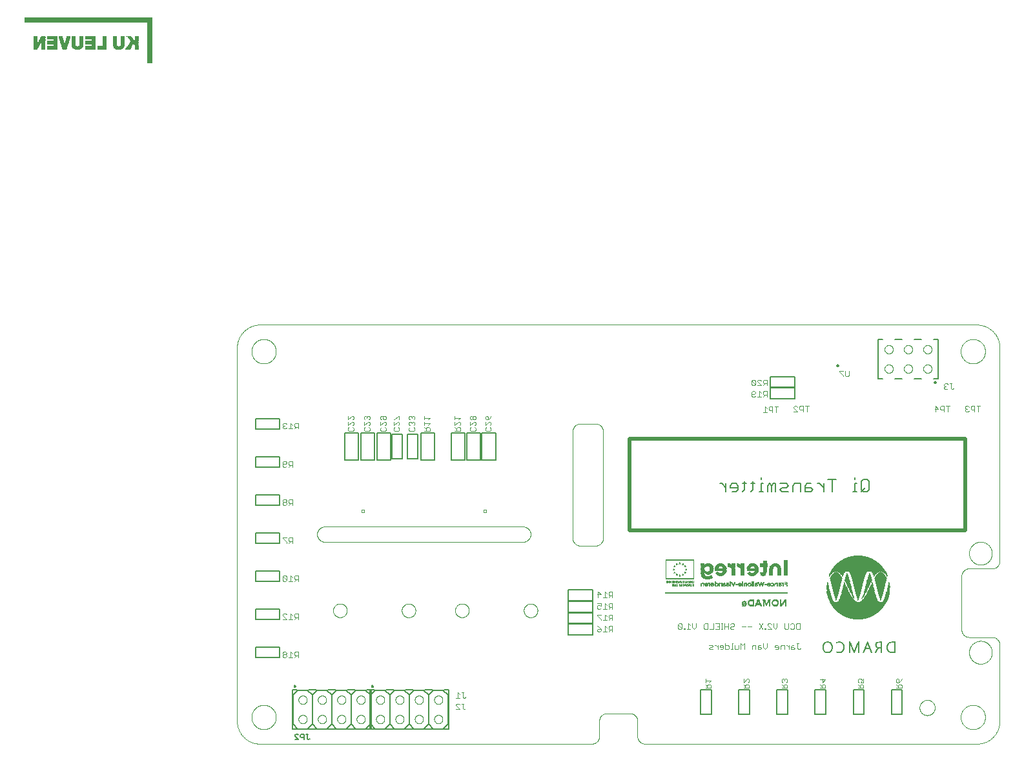
<source format=gbo>
G75*
%MOIN*%
%OFA0B0*%
%FSLAX25Y25*%
%IPPOS*%
%LPD*%
%AMOC8*
5,1,8,0,0,1.08239X$1,22.5*
%
%ADD10C,0.00000*%
%ADD11R,0.00715X0.00065*%
%ADD12R,0.00780X0.00065*%
%ADD13R,0.00910X0.00065*%
%ADD14R,0.01430X0.00065*%
%ADD15R,0.00845X0.00065*%
%ADD16R,0.00715X0.00065*%
%ADD17R,0.00845X0.00065*%
%ADD18R,0.01365X0.00065*%
%ADD19R,0.00780X0.00065*%
%ADD20R,0.01885X0.00065*%
%ADD21R,0.01235X0.00065*%
%ADD22R,0.01625X0.00065*%
%ADD23R,0.02145X0.00065*%
%ADD24R,0.01495X0.00065*%
%ADD25R,0.00910X0.00065*%
%ADD26R,0.00845X0.00065*%
%ADD27R,0.02275X0.00065*%
%ADD28R,0.01690X0.00065*%
%ADD29R,0.00975X0.00065*%
%ADD30R,0.02080X0.00065*%
%ADD31R,0.02405X0.00065*%
%ADD32R,0.01040X0.00065*%
%ADD33R,0.02275X0.00065*%
%ADD34R,0.00455X0.00065*%
%ADD35R,0.02470X0.00065*%
%ADD36R,0.02015X0.00065*%
%ADD37R,0.01040X0.00065*%
%ADD38R,0.02470X0.00065*%
%ADD39R,0.00585X0.00065*%
%ADD40R,0.02600X0.00065*%
%ADD41R,0.01105X0.00065*%
%ADD42R,0.02665X0.00065*%
%ADD43R,0.01170X0.00065*%
%ADD44R,0.02730X0.00065*%
%ADD45R,0.02860X0.00065*%
%ADD46R,0.02795X0.00065*%
%ADD47R,0.00520X0.00065*%
%ADD48R,0.01235X0.00065*%
%ADD49R,0.01170X0.00065*%
%ADD50R,0.01105X0.00065*%
%ADD51R,0.00845X0.00065*%
%ADD52R,0.01300X0.00065*%
%ADD53R,0.00325X0.00065*%
%ADD54R,0.01300X0.00065*%
%ADD55R,0.01040X0.00065*%
%ADD56R,0.00130X0.00065*%
%ADD57R,0.01365X0.00065*%
%ADD58R,0.03055X0.00065*%
%ADD59R,0.01430X0.00065*%
%ADD60R,0.02990X0.00065*%
%ADD61R,0.02925X0.00065*%
%ADD62R,0.01495X0.00065*%
%ADD63R,0.02860X0.00065*%
%ADD64R,0.01560X0.00065*%
%ADD65R,0.02795X0.00065*%
%ADD66R,0.00650X0.00065*%
%ADD67R,0.01690X0.00065*%
%ADD68R,0.00715X0.00065*%
%ADD69R,0.02600X0.00065*%
%ADD70R,0.00715X0.00065*%
%ADD71R,0.01495X0.00065*%
%ADD72R,0.02535X0.00065*%
%ADD73R,0.01625X0.00065*%
%ADD74R,0.01560X0.00065*%
%ADD75R,0.01755X0.00065*%
%ADD76R,0.01365X0.00065*%
%ADD77R,0.00975X0.00065*%
%ADD78R,0.01495X0.00065*%
%ADD79R,0.01170X0.00065*%
%ADD80R,0.02795X0.00065*%
%ADD81R,0.01170X0.00065*%
%ADD82R,0.02730X0.00065*%
%ADD83R,0.02340X0.00065*%
%ADD84R,0.02470X0.00065*%
%ADD85R,0.02210X0.00065*%
%ADD86R,0.62660X0.00065*%
%ADD87R,0.62985X0.00065*%
%ADD88R,0.63050X0.00065*%
%ADD89R,0.63115X0.00065*%
%ADD90R,0.63115X0.00065*%
%ADD91R,0.62855X0.00065*%
%ADD92R,0.00260X0.00065*%
%ADD93R,0.00195X0.00065*%
%ADD94R,0.00325X0.00065*%
%ADD95R,0.00390X0.00065*%
%ADD96R,0.00390X0.00065*%
%ADD97R,0.00455X0.00065*%
%ADD98R,0.00520X0.00065*%
%ADD99R,0.00390X0.00065*%
%ADD100R,0.01040X0.00065*%
%ADD101R,0.00390X0.00065*%
%ADD102R,0.00520X0.00065*%
%ADD103R,0.00130X0.00065*%
%ADD104R,0.00195X0.00065*%
%ADD105R,0.00195X0.00065*%
%ADD106R,0.00195X0.00065*%
%ADD107R,0.00065X0.00065*%
%ADD108R,0.00065X0.00065*%
%ADD109R,0.00650X0.00065*%
%ADD110R,0.00520X0.00065*%
%ADD111R,0.00065X0.00065*%
%ADD112R,0.01755X0.00065*%
%ADD113R,0.01690X0.00065*%
%ADD114R,0.01690X0.00065*%
%ADD115R,0.00260X0.00065*%
%ADD116R,0.00585X0.00065*%
%ADD117R,0.00065X0.00065*%
%ADD118R,0.14690X0.00065*%
%ADD119R,0.03380X0.00065*%
%ADD120R,0.14690X0.00065*%
%ADD121R,0.03770X0.00065*%
%ADD122R,0.04095X0.00065*%
%ADD123R,0.04355X0.00065*%
%ADD124R,0.04680X0.00065*%
%ADD125R,0.04875X0.00065*%
%ADD126R,0.05070X0.00065*%
%ADD127R,0.05200X0.00065*%
%ADD128R,0.05265X0.00065*%
%ADD129R,0.05265X0.00065*%
%ADD130R,0.05330X0.00065*%
%ADD131R,0.05395X0.00065*%
%ADD132R,0.05395X0.00065*%
%ADD133R,0.02210X0.00065*%
%ADD134R,0.02145X0.00065*%
%ADD135R,0.01950X0.00065*%
%ADD136R,0.02080X0.00065*%
%ADD137R,0.01885X0.00065*%
%ADD138R,0.02015X0.00065*%
%ADD139R,0.01820X0.00065*%
%ADD140R,0.03120X0.00065*%
%ADD141R,0.03120X0.00065*%
%ADD142R,0.03380X0.00065*%
%ADD143R,0.03315X0.00065*%
%ADD144R,0.02665X0.00065*%
%ADD145R,0.03510X0.00065*%
%ADD146R,0.03770X0.00065*%
%ADD147R,0.03900X0.00065*%
%ADD148R,0.04225X0.00065*%
%ADD149R,0.02925X0.00065*%
%ADD150R,0.04420X0.00065*%
%ADD151R,0.04420X0.00065*%
%ADD152R,0.04550X0.00065*%
%ADD153R,0.04810X0.00065*%
%ADD154R,0.04745X0.00065*%
%ADD155R,0.04875X0.00065*%
%ADD156R,0.02990X0.00065*%
%ADD157R,0.05005X0.00065*%
%ADD158R,0.03120X0.00065*%
%ADD159R,0.05005X0.00065*%
%ADD160R,0.03250X0.00065*%
%ADD161R,0.04940X0.00065*%
%ADD162R,0.04940X0.00065*%
%ADD163R,0.03510X0.00065*%
%ADD164R,0.02015X0.00065*%
%ADD165R,0.03640X0.00065*%
%ADD166R,0.03055X0.00065*%
%ADD167R,0.03770X0.00065*%
%ADD168R,0.05785X0.00065*%
%ADD169R,0.05850X0.00065*%
%ADD170R,0.05915X0.00065*%
%ADD171R,0.01820X0.00065*%
%ADD172R,0.05915X0.00065*%
%ADD173R,0.01820X0.00065*%
%ADD174R,0.05980X0.00065*%
%ADD175R,0.06045X0.00065*%
%ADD176R,0.06110X0.00065*%
%ADD177R,0.02535X0.00065*%
%ADD178R,0.05980X0.00065*%
%ADD179R,0.01950X0.00065*%
%ADD180R,0.02015X0.00065*%
%ADD181R,0.01820X0.00065*%
%ADD182R,0.02340X0.00065*%
%ADD183R,0.03185X0.00065*%
%ADD184R,0.03640X0.00065*%
%ADD185R,0.03705X0.00065*%
%ADD186R,0.03640X0.00065*%
%ADD187R,0.03705X0.00065*%
%ADD188R,0.02145X0.00065*%
%ADD189R,0.02405X0.00065*%
%ADD190R,0.02665X0.00065*%
%ADD191R,0.04810X0.00065*%
%ADD192R,0.03900X0.00065*%
%ADD193R,0.04940X0.00065*%
%ADD194R,0.06045X0.00065*%
%ADD195R,0.04615X0.00065*%
%ADD196R,0.04745X0.00065*%
%ADD197R,0.04420X0.00065*%
%ADD198R,0.04290X0.00065*%
%ADD199R,0.04485X0.00065*%
%ADD200R,0.05850X0.00065*%
%ADD201R,0.04160X0.00065*%
%ADD202R,0.04030X0.00065*%
%ADD203R,0.04095X0.00065*%
%ADD204R,0.03965X0.00065*%
%ADD205R,0.03640X0.00065*%
%ADD206R,0.03835X0.00065*%
%ADD207R,0.03445X0.00065*%
%ADD208R,0.03445X0.00065*%
%ADD209R,0.00840X0.00040*%
%ADD210R,0.00720X0.00040*%
%ADD211R,0.01440X0.00040*%
%ADD212R,0.01200X0.00040*%
%ADD213R,0.01840X0.00040*%
%ADD214R,0.00400X0.00040*%
%ADD215R,0.00440X0.00040*%
%ADD216R,0.00440X0.00040*%
%ADD217R,0.00480X0.00040*%
%ADD218R,0.00240X0.00040*%
%ADD219R,0.00360X0.00040*%
%ADD220R,0.01840X0.00040*%
%ADD221R,0.01520X0.00040*%
%ADD222R,0.02120X0.00040*%
%ADD223R,0.00320X0.00040*%
%ADD224R,0.02120X0.00040*%
%ADD225R,0.01800X0.00040*%
%ADD226R,0.02320X0.00040*%
%ADD227R,0.02400X0.00040*%
%ADD228R,0.02000X0.00040*%
%ADD229R,0.02480X0.00040*%
%ADD230R,0.00400X0.00040*%
%ADD231R,0.00440X0.00040*%
%ADD232R,0.00360X0.00040*%
%ADD233R,0.02520X0.00040*%
%ADD234R,0.02240X0.00040*%
%ADD235R,0.02600X0.00040*%
%ADD236R,0.02720X0.00040*%
%ADD237R,0.02680X0.00040*%
%ADD238R,0.02520X0.00040*%
%ADD239R,0.02840X0.00040*%
%ADD240R,0.02760X0.00040*%
%ADD241R,0.02640X0.00040*%
%ADD242R,0.02920X0.00040*%
%ADD243R,0.01160X0.00040*%
%ADD244R,0.00880X0.00040*%
%ADD245R,0.03000X0.00040*%
%ADD246R,0.00480X0.00040*%
%ADD247R,0.00520X0.00040*%
%ADD248R,0.01000X0.00040*%
%ADD249R,0.00560X0.00040*%
%ADD250R,0.00920X0.00040*%
%ADD251R,0.00560X0.00040*%
%ADD252R,0.00320X0.00040*%
%ADD253R,0.00840X0.00040*%
%ADD254R,0.01000X0.00040*%
%ADD255R,0.00600X0.00040*%
%ADD256R,0.00160X0.00040*%
%ADD257R,0.00760X0.00040*%
%ADD258R,0.00920X0.00040*%
%ADD259R,0.00640X0.00040*%
%ADD260R,0.00720X0.00040*%
%ADD261R,0.00680X0.00040*%
%ADD262R,0.00720X0.00040*%
%ADD263R,0.00640X0.00040*%
%ADD264R,0.00800X0.00040*%
%ADD265R,0.00680X0.00040*%
%ADD266R,0.00600X0.00040*%
%ADD267R,0.00800X0.00040*%
%ADD268R,0.00520X0.00040*%
%ADD269R,0.00640X0.00040*%
%ADD270R,0.00440X0.00040*%
%ADD271R,0.00520X0.00040*%
%ADD272R,0.00520X0.00040*%
%ADD273R,0.03120X0.00040*%
%ADD274R,0.03040X0.00040*%
%ADD275R,0.03040X0.00040*%
%ADD276R,0.03000X0.00040*%
%ADD277R,0.02960X0.00040*%
%ADD278R,0.02880X0.00040*%
%ADD279R,0.02240X0.00040*%
%ADD280R,0.02200X0.00040*%
%ADD281R,0.02200X0.00040*%
%ADD282R,0.02360X0.00040*%
%ADD283R,0.02440X0.00040*%
%ADD284R,0.02560X0.00040*%
%ADD285R,0.02640X0.00040*%
%ADD286R,0.00040X0.00040*%
%ADD287R,0.00880X0.00040*%
%ADD288R,0.00320X0.00040*%
%ADD289R,0.00720X0.00040*%
%ADD290R,0.00240X0.00040*%
%ADD291R,0.00960X0.00040*%
%ADD292R,0.01080X0.00040*%
%ADD293R,0.01280X0.00040*%
%ADD294R,0.03040X0.00040*%
%ADD295R,0.02800X0.00040*%
%ADD296R,0.01040X0.00040*%
%ADD297R,0.02960X0.00040*%
%ADD298R,0.02720X0.00040*%
%ADD299R,0.01200X0.00040*%
%ADD300R,0.01120X0.00040*%
%ADD301R,0.02800X0.00040*%
%ADD302R,0.02840X0.00040*%
%ADD303R,0.02480X0.00040*%
%ADD304R,0.02400X0.00040*%
%ADD305R,0.00320X0.00040*%
%ADD306R,0.02120X0.00040*%
%ADD307R,0.02000X0.00040*%
%ADD308R,0.02160X0.00040*%
%ADD309R,0.01880X0.00040*%
%ADD310R,0.01720X0.00040*%
%ADD311R,0.01600X0.00040*%
%ADD312R,0.00280X0.00040*%
%ADD313R,0.03880X0.00040*%
%ADD314R,0.04480X0.00040*%
%ADD315R,0.05040X0.00040*%
%ADD316R,0.05520X0.00040*%
%ADD317R,0.06000X0.00040*%
%ADD318R,0.06400X0.00040*%
%ADD319R,0.06800X0.00040*%
%ADD320R,0.07160X0.00040*%
%ADD321R,0.07520X0.00040*%
%ADD322R,0.07840X0.00040*%
%ADD323R,0.08160X0.00040*%
%ADD324R,0.08440X0.00040*%
%ADD325R,0.08760X0.00040*%
%ADD326R,0.09040X0.00040*%
%ADD327R,0.09280X0.00040*%
%ADD328R,0.09560X0.00040*%
%ADD329R,0.09840X0.00040*%
%ADD330R,0.10080X0.00040*%
%ADD331R,0.10320X0.00040*%
%ADD332R,0.10560X0.00040*%
%ADD333R,0.10800X0.00040*%
%ADD334R,0.11000X0.00040*%
%ADD335R,0.11240X0.00040*%
%ADD336R,0.11440X0.00040*%
%ADD337R,0.11680X0.00040*%
%ADD338R,0.11880X0.00040*%
%ADD339R,0.12080X0.00040*%
%ADD340R,0.12280X0.00040*%
%ADD341R,0.12480X0.00040*%
%ADD342R,0.12680X0.00040*%
%ADD343R,0.12840X0.00040*%
%ADD344R,0.13040X0.00040*%
%ADD345R,0.13240X0.00040*%
%ADD346R,0.13400X0.00040*%
%ADD347R,0.13600X0.00040*%
%ADD348R,0.13760X0.00040*%
%ADD349R,0.13920X0.00040*%
%ADD350R,0.14080X0.00040*%
%ADD351R,0.14280X0.00040*%
%ADD352R,0.14440X0.00040*%
%ADD353R,0.14600X0.00040*%
%ADD354R,0.14760X0.00040*%
%ADD355R,0.14920X0.00040*%
%ADD356R,0.15040X0.00040*%
%ADD357R,0.15200X0.00040*%
%ADD358R,0.15360X0.00040*%
%ADD359R,0.15520X0.00040*%
%ADD360R,0.15680X0.00040*%
%ADD361R,0.15800X0.00040*%
%ADD362R,0.15960X0.00040*%
%ADD363R,0.16120X0.00040*%
%ADD364R,0.16240X0.00040*%
%ADD365R,0.16360X0.00040*%
%ADD366R,0.16520X0.00040*%
%ADD367R,0.16640X0.00040*%
%ADD368R,0.16800X0.00040*%
%ADD369R,0.16920X0.00040*%
%ADD370R,0.17040X0.00040*%
%ADD371R,0.17200X0.00040*%
%ADD372R,0.17320X0.00040*%
%ADD373R,0.17440X0.00040*%
%ADD374R,0.17560X0.00040*%
%ADD375R,0.17680X0.00040*%
%ADD376R,0.17800X0.00040*%
%ADD377R,0.17920X0.00040*%
%ADD378R,0.18040X0.00040*%
%ADD379R,0.18200X0.00040*%
%ADD380R,0.18280X0.00040*%
%ADD381R,0.18400X0.00040*%
%ADD382R,0.18520X0.00040*%
%ADD383R,0.18640X0.00040*%
%ADD384R,0.18760X0.00040*%
%ADD385R,0.18880X0.00040*%
%ADD386R,0.19000X0.00040*%
%ADD387R,0.19120X0.00040*%
%ADD388R,0.19200X0.00040*%
%ADD389R,0.19320X0.00040*%
%ADD390R,0.19440X0.00040*%
%ADD391R,0.19560X0.00040*%
%ADD392R,0.19640X0.00040*%
%ADD393R,0.19760X0.00040*%
%ADD394R,0.19840X0.00040*%
%ADD395R,0.19960X0.00040*%
%ADD396R,0.20080X0.00040*%
%ADD397R,0.20160X0.00040*%
%ADD398R,0.20280X0.00040*%
%ADD399R,0.20360X0.00040*%
%ADD400R,0.20480X0.00040*%
%ADD401R,0.20560X0.00040*%
%ADD402R,0.20680X0.00040*%
%ADD403R,0.20760X0.00040*%
%ADD404R,0.20880X0.00040*%
%ADD405R,0.20960X0.00040*%
%ADD406R,0.21040X0.00040*%
%ADD407R,0.21160X0.00040*%
%ADD408R,0.21240X0.00040*%
%ADD409R,0.21320X0.00040*%
%ADD410R,0.21440X0.00040*%
%ADD411R,0.21520X0.00040*%
%ADD412R,0.21600X0.00040*%
%ADD413R,0.21720X0.00040*%
%ADD414R,0.21800X0.00040*%
%ADD415R,0.21880X0.00040*%
%ADD416R,0.21960X0.00040*%
%ADD417R,0.22080X0.00040*%
%ADD418R,0.22160X0.00040*%
%ADD419R,0.22240X0.00040*%
%ADD420R,0.22320X0.00040*%
%ADD421R,0.22400X0.00040*%
%ADD422R,0.22480X0.00040*%
%ADD423R,0.22600X0.00040*%
%ADD424R,0.22680X0.00040*%
%ADD425R,0.22760X0.00040*%
%ADD426R,0.22840X0.00040*%
%ADD427R,0.22920X0.00040*%
%ADD428R,0.23000X0.00040*%
%ADD429R,0.23080X0.00040*%
%ADD430R,0.23160X0.00040*%
%ADD431R,0.23240X0.00040*%
%ADD432R,0.23320X0.00040*%
%ADD433R,0.23400X0.00040*%
%ADD434R,0.23480X0.00040*%
%ADD435R,0.23560X0.00040*%
%ADD436R,0.23640X0.00040*%
%ADD437R,0.23720X0.00040*%
%ADD438R,0.23760X0.00040*%
%ADD439R,0.23840X0.00040*%
%ADD440R,0.23920X0.00040*%
%ADD441R,0.24000X0.00040*%
%ADD442R,0.24080X0.00040*%
%ADD443R,0.24160X0.00040*%
%ADD444R,0.24200X0.00040*%
%ADD445R,0.24280X0.00040*%
%ADD446R,0.24360X0.00040*%
%ADD447R,0.24440X0.00040*%
%ADD448R,0.24520X0.00040*%
%ADD449R,0.24560X0.00040*%
%ADD450R,0.24640X0.00040*%
%ADD451R,0.24720X0.00040*%
%ADD452R,0.24800X0.00040*%
%ADD453R,0.24840X0.00040*%
%ADD454R,0.24920X0.00040*%
%ADD455R,0.25000X0.00040*%
%ADD456R,0.25080X0.00040*%
%ADD457R,0.25120X0.00040*%
%ADD458R,0.25200X0.00040*%
%ADD459R,0.25240X0.00040*%
%ADD460R,0.25320X0.00040*%
%ADD461R,0.25400X0.00040*%
%ADD462R,0.25440X0.00040*%
%ADD463R,0.25520X0.00040*%
%ADD464R,0.25560X0.00040*%
%ADD465R,0.25640X0.00040*%
%ADD466R,0.25720X0.00040*%
%ADD467R,0.25760X0.00040*%
%ADD468R,0.25840X0.00040*%
%ADD469R,0.25880X0.00040*%
%ADD470R,0.25960X0.00040*%
%ADD471R,0.26040X0.00040*%
%ADD472R,0.26080X0.00040*%
%ADD473R,0.26120X0.00040*%
%ADD474R,0.26200X0.00040*%
%ADD475R,0.26280X0.00040*%
%ADD476R,0.26320X0.00040*%
%ADD477R,0.26360X0.00040*%
%ADD478R,0.26440X0.00040*%
%ADD479R,0.26520X0.00040*%
%ADD480R,0.26560X0.00040*%
%ADD481R,0.26600X0.00040*%
%ADD482R,0.26680X0.00040*%
%ADD483R,0.26720X0.00040*%
%ADD484R,0.26800X0.00040*%
%ADD485R,0.26840X0.00040*%
%ADD486R,0.26880X0.00040*%
%ADD487R,0.26960X0.00040*%
%ADD488R,0.27000X0.00040*%
%ADD489R,0.27080X0.00040*%
%ADD490R,0.27120X0.00040*%
%ADD491R,0.27160X0.00040*%
%ADD492R,0.27240X0.00040*%
%ADD493R,0.27280X0.00040*%
%ADD494R,0.27320X0.00040*%
%ADD495R,0.27400X0.00040*%
%ADD496R,0.27440X0.00040*%
%ADD497R,0.27480X0.00040*%
%ADD498R,0.27560X0.00040*%
%ADD499R,0.27600X0.00040*%
%ADD500R,0.27640X0.00040*%
%ADD501R,0.27680X0.00040*%
%ADD502R,0.27720X0.00040*%
%ADD503R,0.27800X0.00040*%
%ADD504R,0.27840X0.00040*%
%ADD505R,0.27880X0.00040*%
%ADD506R,0.27960X0.00040*%
%ADD507R,0.28000X0.00040*%
%ADD508R,0.28040X0.00040*%
%ADD509R,0.28080X0.00040*%
%ADD510R,0.28120X0.00040*%
%ADD511R,0.28200X0.00040*%
%ADD512R,0.28240X0.00040*%
%ADD513R,0.28280X0.00040*%
%ADD514R,0.28320X0.00040*%
%ADD515R,0.28360X0.00040*%
%ADD516R,0.28400X0.00040*%
%ADD517R,0.28440X0.00040*%
%ADD518R,0.28520X0.00040*%
%ADD519R,0.28560X0.00040*%
%ADD520R,0.28600X0.00040*%
%ADD521R,0.28640X0.00040*%
%ADD522R,0.28680X0.00040*%
%ADD523R,0.28720X0.00040*%
%ADD524R,0.28760X0.00040*%
%ADD525R,0.28800X0.00040*%
%ADD526R,0.28840X0.00040*%
%ADD527R,0.28920X0.00040*%
%ADD528R,0.10960X0.00040*%
%ADD529R,0.10520X0.00040*%
%ADD530R,0.10520X0.00040*%
%ADD531R,0.02520X0.00040*%
%ADD532R,0.10200X0.00040*%
%ADD533R,0.10000X0.00040*%
%ADD534R,0.02320X0.00040*%
%ADD535R,0.09800X0.00040*%
%ADD536R,0.09680X0.00040*%
%ADD537R,0.02120X0.00040*%
%ADD538R,0.09560X0.00040*%
%ADD539R,0.02040X0.00040*%
%ADD540R,0.09480X0.00040*%
%ADD541R,0.09440X0.00040*%
%ADD542R,0.09360X0.00040*%
%ADD543R,0.09320X0.00040*%
%ADD544R,0.02080X0.00040*%
%ADD545R,0.09240X0.00040*%
%ADD546R,0.09240X0.00040*%
%ADD547R,0.09160X0.00040*%
%ADD548R,0.01960X0.00040*%
%ADD549R,0.09080X0.00040*%
%ADD550R,0.01960X0.00040*%
%ADD551R,0.09000X0.00040*%
%ADD552R,0.01920X0.00040*%
%ADD553R,0.08960X0.00040*%
%ADD554R,0.08920X0.00040*%
%ADD555R,0.01920X0.00040*%
%ADD556R,0.08840X0.00040*%
%ADD557R,0.08800X0.00040*%
%ADD558R,0.08760X0.00040*%
%ADD559R,0.01920X0.00040*%
%ADD560R,0.08640X0.00040*%
%ADD561R,0.01920X0.00040*%
%ADD562R,0.08600X0.00040*%
%ADD563R,0.08560X0.00040*%
%ADD564R,0.08480X0.00040*%
%ADD565R,0.08440X0.00040*%
%ADD566R,0.08400X0.00040*%
%ADD567R,0.08360X0.00040*%
%ADD568R,0.08320X0.00040*%
%ADD569R,0.01880X0.00040*%
%ADD570R,0.08240X0.00040*%
%ADD571R,0.08120X0.00040*%
%ADD572R,0.08080X0.00040*%
%ADD573R,0.08040X0.00040*%
%ADD574R,0.08000X0.00040*%
%ADD575R,0.07960X0.00040*%
%ADD576R,0.01840X0.00040*%
%ADD577R,0.07920X0.00040*%
%ADD578R,0.07920X0.00040*%
%ADD579R,0.07880X0.00040*%
%ADD580R,0.07840X0.00040*%
%ADD581R,0.00080X0.00040*%
%ADD582R,0.07800X0.00040*%
%ADD583R,0.00120X0.00040*%
%ADD584R,0.07760X0.00040*%
%ADD585R,0.07720X0.00040*%
%ADD586R,0.00120X0.00040*%
%ADD587R,0.07640X0.00040*%
%ADD588R,0.07680X0.00040*%
%ADD589R,0.01800X0.00040*%
%ADD590R,0.00200X0.00040*%
%ADD591R,0.07640X0.00040*%
%ADD592R,0.07600X0.00040*%
%ADD593R,0.00240X0.00040*%
%ADD594R,0.07560X0.00040*%
%ADD595R,0.07520X0.00040*%
%ADD596R,0.07480X0.00040*%
%ADD597R,0.07440X0.00040*%
%ADD598R,0.07400X0.00040*%
%ADD599R,0.07360X0.00040*%
%ADD600R,0.07320X0.00040*%
%ADD601R,0.07320X0.00040*%
%ADD602R,0.01840X0.00040*%
%ADD603R,0.07280X0.00040*%
%ADD604R,0.07240X0.00040*%
%ADD605R,0.07200X0.00040*%
%ADD606R,0.07160X0.00040*%
%ADD607R,0.07120X0.00040*%
%ADD608R,0.07120X0.00040*%
%ADD609R,0.07080X0.00040*%
%ADD610R,0.07040X0.00040*%
%ADD611R,0.07000X0.00040*%
%ADD612R,0.06960X0.00040*%
%ADD613R,0.06920X0.00040*%
%ADD614R,0.06920X0.00040*%
%ADD615R,0.06880X0.00040*%
%ADD616R,0.06840X0.00040*%
%ADD617R,0.00760X0.00040*%
%ADD618R,0.06840X0.00040*%
%ADD619R,0.06760X0.00040*%
%ADD620R,0.06720X0.00040*%
%ADD621R,0.00040X0.00040*%
%ADD622R,0.06720X0.00040*%
%ADD623R,0.06680X0.00040*%
%ADD624R,0.06640X0.00040*%
%ADD625R,0.06600X0.00040*%
%ADD626R,0.00120X0.00040*%
%ADD627R,0.00080X0.00040*%
%ADD628R,0.00920X0.00040*%
%ADD629R,0.06560X0.00040*%
%ADD630R,0.06520X0.00040*%
%ADD631R,0.06520X0.00040*%
%ADD632R,0.06480X0.00040*%
%ADD633R,0.06440X0.00040*%
%ADD634R,0.01040X0.00040*%
%ADD635R,0.06360X0.00040*%
%ADD636R,0.00160X0.00040*%
%ADD637R,0.06320X0.00040*%
%ADD638R,0.00200X0.00040*%
%ADD639R,0.06360X0.00040*%
%ADD640R,0.01120X0.00040*%
%ADD641R,0.01120X0.00040*%
%ADD642R,0.06280X0.00040*%
%ADD643R,0.06240X0.00040*%
%ADD644R,0.06200X0.00040*%
%ADD645R,0.06200X0.00040*%
%ADD646R,0.00240X0.00040*%
%ADD647R,0.06160X0.00040*%
%ADD648R,0.01240X0.00040*%
%ADD649R,0.06120X0.00040*%
%ADD650R,0.06120X0.00040*%
%ADD651R,0.06080X0.00040*%
%ADD652R,0.06040X0.00040*%
%ADD653R,0.01320X0.00040*%
%ADD654R,0.01320X0.00040*%
%ADD655R,0.05960X0.00040*%
%ADD656R,0.01320X0.00040*%
%ADD657R,0.01360X0.00040*%
%ADD658R,0.05960X0.00040*%
%ADD659R,0.05920X0.00040*%
%ADD660R,0.01400X0.00040*%
%ADD661R,0.05880X0.00040*%
%ADD662R,0.05840X0.00040*%
%ADD663R,0.05800X0.00040*%
%ADD664R,0.01480X0.00040*%
%ADD665R,0.05760X0.00040*%
%ADD666R,0.01440X0.00040*%
%ADD667R,0.01480X0.00040*%
%ADD668R,0.05720X0.00040*%
%ADD669R,0.05760X0.00040*%
%ADD670R,0.01760X0.00040*%
%ADD671R,0.01520X0.00040*%
%ADD672R,0.05680X0.00040*%
%ADD673R,0.01560X0.00040*%
%ADD674R,0.05640X0.00040*%
%ADD675R,0.01760X0.00040*%
%ADD676R,0.01600X0.00040*%
%ADD677R,0.05600X0.00040*%
%ADD678R,0.05560X0.00040*%
%ADD679R,0.05560X0.00040*%
%ADD680R,0.05520X0.00040*%
%ADD681R,0.01640X0.00040*%
%ADD682R,0.05480X0.00040*%
%ADD683R,0.01680X0.00040*%
%ADD684R,0.05440X0.00040*%
%ADD685R,0.05440X0.00040*%
%ADD686R,0.01720X0.00040*%
%ADD687R,0.05400X0.00040*%
%ADD688R,0.01720X0.00040*%
%ADD689R,0.05360X0.00040*%
%ADD690R,0.05320X0.00040*%
%ADD691R,0.05280X0.00040*%
%ADD692R,0.05240X0.00040*%
%ADD693R,0.05240X0.00040*%
%ADD694R,0.05200X0.00040*%
%ADD695R,0.05200X0.00040*%
%ADD696R,0.05160X0.00040*%
%ADD697R,0.05120X0.00040*%
%ADD698R,0.05120X0.00040*%
%ADD699R,0.05080X0.00040*%
%ADD700R,0.05000X0.00040*%
%ADD701R,0.05040X0.00040*%
%ADD702R,0.04960X0.00040*%
%ADD703R,0.04920X0.00040*%
%ADD704R,0.04920X0.00040*%
%ADD705R,0.02040X0.00040*%
%ADD706R,0.04880X0.00040*%
%ADD707R,0.02080X0.00040*%
%ADD708R,0.04880X0.00040*%
%ADD709R,0.04840X0.00040*%
%ADD710R,0.04800X0.00040*%
%ADD711R,0.04760X0.00040*%
%ADD712R,0.04720X0.00040*%
%ADD713R,0.04720X0.00040*%
%ADD714R,0.02160X0.00040*%
%ADD715R,0.04680X0.00040*%
%ADD716R,0.04680X0.00040*%
%ADD717R,0.04640X0.00040*%
%ADD718R,0.04600X0.00040*%
%ADD719R,0.02280X0.00040*%
%ADD720R,0.04560X0.00040*%
%ADD721R,0.02280X0.00040*%
%ADD722R,0.04560X0.00040*%
%ADD723R,0.04520X0.00040*%
%ADD724R,0.04440X0.00040*%
%ADD725R,0.04400X0.00040*%
%ADD726R,0.04400X0.00040*%
%ADD727R,0.00840X0.00040*%
%ADD728R,0.04360X0.00040*%
%ADD729R,0.04360X0.00040*%
%ADD730R,0.04320X0.00040*%
%ADD731R,0.00840X0.00040*%
%ADD732R,0.04320X0.00040*%
%ADD733R,0.04280X0.00040*%
%ADD734R,0.01720X0.00040*%
%ADD735R,0.04240X0.00040*%
%ADD736R,0.04240X0.00040*%
%ADD737R,0.04200X0.00040*%
%ADD738R,0.04200X0.00040*%
%ADD739R,0.02520X0.00040*%
%ADD740R,0.04160X0.00040*%
%ADD741R,0.04120X0.00040*%
%ADD742R,0.04080X0.00040*%
%ADD743R,0.02600X0.00040*%
%ADD744R,0.04080X0.00040*%
%ADD745R,0.00960X0.00040*%
%ADD746R,0.04040X0.00040*%
%ADD747R,0.04000X0.00040*%
%ADD748R,0.03960X0.00040*%
%ADD749R,0.02720X0.00040*%
%ADD750R,0.03920X0.00040*%
%ADD751R,0.01040X0.00040*%
%ADD752R,0.03920X0.00040*%
%ADD753R,0.02720X0.00040*%
%ADD754R,0.03920X0.00040*%
%ADD755R,0.03840X0.00040*%
%ADD756R,0.03800X0.00040*%
%ADD757R,0.03760X0.00040*%
%ADD758R,0.01640X0.00040*%
%ADD759R,0.03800X0.00040*%
%ADD760R,0.01080X0.00040*%
%ADD761R,0.03760X0.00040*%
%ADD762R,0.01640X0.00040*%
%ADD763R,0.03720X0.00040*%
%ADD764R,0.01040X0.00040*%
%ADD765R,0.03720X0.00040*%
%ADD766R,0.03680X0.00040*%
%ADD767R,0.03640X0.00040*%
%ADD768R,0.01640X0.00040*%
%ADD769R,0.02920X0.00040*%
%ADD770R,0.03600X0.00040*%
%ADD771R,0.02920X0.00040*%
%ADD772R,0.03600X0.00040*%
%ADD773R,0.02920X0.00040*%
%ADD774R,0.03560X0.00040*%
%ADD775R,0.03520X0.00040*%
%ADD776R,0.03480X0.00040*%
%ADD777R,0.03480X0.00040*%
%ADD778R,0.01160X0.00040*%
%ADD779R,0.03440X0.00040*%
%ADD780R,0.03400X0.00040*%
%ADD781R,0.03080X0.00040*%
%ADD782R,0.03360X0.00040*%
%ADD783R,0.03120X0.00040*%
%ADD784R,0.03320X0.00040*%
%ADD785R,0.03120X0.00040*%
%ADD786R,0.03280X0.00040*%
%ADD787R,0.03320X0.00040*%
%ADD788R,0.03120X0.00040*%
%ADD789R,0.03280X0.00040*%
%ADD790R,0.03160X0.00040*%
%ADD791R,0.03240X0.00040*%
%ADD792R,0.03200X0.00040*%
%ADD793R,0.01560X0.00040*%
%ADD794R,0.03200X0.00040*%
%ADD795R,0.01240X0.00040*%
%ADD796R,0.01280X0.00040*%
%ADD797R,0.03160X0.00040*%
%ADD798R,0.01240X0.00040*%
%ADD799R,0.01320X0.00040*%
%ADD800R,0.01520X0.00040*%
%ADD801R,0.03320X0.00040*%
%ADD802R,0.03320X0.00040*%
%ADD803R,0.03400X0.00040*%
%ADD804R,0.02880X0.00040*%
%ADD805R,0.01360X0.00040*%
%ADD806R,0.01520X0.00040*%
%ADD807R,0.01400X0.00040*%
%ADD808R,0.03520X0.00040*%
%ADD809R,0.03520X0.00040*%
%ADD810R,0.02560X0.00040*%
%ADD811R,0.03640X0.00040*%
%ADD812R,0.01440X0.00040*%
%ADD813R,0.02440X0.00040*%
%ADD814R,0.03720X0.00040*%
%ADD815R,0.03680X0.00040*%
%ADD816R,0.02440X0.00040*%
%ADD817R,0.03880X0.00040*%
%ADD818R,0.03920X0.00040*%
%ADD819R,0.03960X0.00040*%
%ADD820R,0.04000X0.00040*%
%ADD821R,0.01680X0.00040*%
%ADD822R,0.04120X0.00040*%
%ADD823R,0.04160X0.00040*%
%ADD824R,0.04240X0.00040*%
%ADD825R,0.04280X0.00040*%
%ADD826R,0.04440X0.00040*%
%ADD827R,0.04520X0.00040*%
%ADD828R,0.00920X0.00040*%
%ADD829R,0.04640X0.00040*%
%ADD830R,0.04720X0.00040*%
%ADD831R,0.04760X0.00040*%
%ADD832R,0.04840X0.00040*%
%ADD833R,0.04840X0.00040*%
%ADD834R,0.02040X0.00040*%
%ADD835R,0.04920X0.00040*%
%ADD836R,0.04920X0.00040*%
%ADD837R,0.00280X0.00040*%
%ADD838R,0.05120X0.00040*%
%ADD839R,0.05120X0.00040*%
%ADD840R,0.00120X0.00040*%
%ADD841R,0.02240X0.00040*%
%ADD842R,0.05320X0.00040*%
%ADD843R,0.05320X0.00040*%
%ADD844R,0.02320X0.00040*%
%ADD845R,0.02320X0.00040*%
%ADD846R,0.05320X0.00040*%
%ADD847R,0.05400X0.00040*%
%ADD848R,0.05440X0.00040*%
%ADD849R,0.02360X0.00040*%
%ADD850R,0.05520X0.00040*%
%ADD851R,0.05520X0.00040*%
%ADD852R,0.02440X0.00040*%
%ADD853R,0.05600X0.00040*%
%ADD854R,0.05640X0.00040*%
%ADD855R,0.05720X0.00040*%
%ADD856R,0.05720X0.00040*%
%ADD857R,0.05720X0.00040*%
%ADD858R,0.05840X0.00040*%
%ADD859R,0.05920X0.00040*%
%ADD860R,0.05920X0.00040*%
%ADD861R,0.06040X0.00040*%
%ADD862R,0.06040X0.00040*%
%ADD863R,0.02240X0.00040*%
%ADD864R,0.06160X0.00040*%
%ADD865R,0.06280X0.00040*%
%ADD866R,0.02040X0.00040*%
%ADD867R,0.06320X0.00040*%
%ADD868R,0.06400X0.00040*%
%ADD869R,0.06120X0.00040*%
%ADD870R,0.06520X0.00040*%
%ADD871R,0.06120X0.00040*%
%ADD872R,0.06600X0.00040*%
%ADD873R,0.05880X0.00040*%
%ADD874R,0.06640X0.00040*%
%ADD875R,0.06640X0.00040*%
%ADD876R,0.06760X0.00040*%
%ADD877R,0.00040X0.00040*%
%ADD878R,0.00040X0.00040*%
%ADD879R,0.06880X0.00040*%
%ADD880R,0.01440X0.00040*%
%ADD881R,0.07000X0.00040*%
%ADD882R,0.07080X0.00040*%
%ADD883R,0.07120X0.00040*%
%ADD884R,0.07240X0.00040*%
%ADD885R,0.07280X0.00040*%
%ADD886R,0.07320X0.00040*%
%ADD887R,0.07440X0.00040*%
%ADD888R,0.07560X0.00040*%
%ADD889R,0.07600X0.00040*%
%ADD890R,0.07720X0.00040*%
%ADD891R,0.03640X0.00040*%
%ADD892R,0.07720X0.00040*%
%ADD893R,0.03240X0.00040*%
%ADD894R,0.08120X0.00040*%
%ADD895R,0.08200X0.00040*%
%ADD896R,0.08280X0.00040*%
%ADD897R,0.08320X0.00040*%
%ADD898R,0.08520X0.00040*%
%ADD899R,0.08640X0.00040*%
%ADD900R,0.08680X0.00040*%
%ADD901R,0.08800X0.00040*%
%ADD902R,0.08880X0.00040*%
%ADD903R,0.08920X0.00040*%
%ADD904R,0.03240X0.00040*%
%ADD905R,0.09080X0.00040*%
%ADD906R,0.09160X0.00040*%
%ADD907R,0.09320X0.00040*%
%ADD908R,0.09400X0.00040*%
%ADD909R,0.09520X0.00040*%
%ADD910R,0.04320X0.00040*%
%ADD911R,0.09640X0.00040*%
%ADD912R,0.04320X0.00040*%
%ADD913R,0.09960X0.00040*%
%ADD914R,0.10160X0.00040*%
%ADD915R,0.10400X0.00040*%
%ADD916R,0.07880X0.00040*%
%ADD917R,0.10800X0.00040*%
%ADD918R,0.07960X0.00040*%
%ADD919R,0.27880X0.00040*%
%ADD920R,0.27840X0.00040*%
%ADD921R,0.27760X0.00040*%
%ADD922R,0.27640X0.00040*%
%ADD923R,0.27600X0.00040*%
%ADD924R,0.27400X0.00040*%
%ADD925R,0.27320X0.00040*%
%ADD926R,0.27120X0.00040*%
%ADD927R,0.27080X0.00040*%
%ADD928R,0.26920X0.00040*%
%ADD929R,0.26840X0.00040*%
%ADD930R,0.26800X0.00040*%
%ADD931R,0.26760X0.00040*%
%ADD932R,0.26560X0.00040*%
%ADD933R,0.26520X0.00040*%
%ADD934R,0.26400X0.00040*%
%ADD935R,0.26280X0.00040*%
%ADD936R,0.26200X0.00040*%
%ADD937R,0.26160X0.00040*%
%ADD938R,0.25960X0.00040*%
%ADD939R,0.25920X0.00040*%
%ADD940R,0.25800X0.00040*%
%ADD941R,0.25640X0.00040*%
%ADD942R,0.25600X0.00040*%
%ADD943R,0.25480X0.00040*%
%ADD944R,0.25320X0.00040*%
%ADD945R,0.25280X0.00040*%
%ADD946R,0.25160X0.00040*%
%ADD947R,0.25000X0.00040*%
%ADD948R,0.24920X0.00040*%
%ADD949R,0.24880X0.00040*%
%ADD950R,0.24760X0.00040*%
%ADD951R,0.24680X0.00040*%
%ADD952R,0.24600X0.00040*%
%ADD953R,0.24320X0.00040*%
%ADD954R,0.24240X0.00040*%
%ADD955R,0.24040X0.00040*%
%ADD956R,0.23960X0.00040*%
%ADD957R,0.23880X0.00040*%
%ADD958R,0.23800X0.00040*%
%ADD959R,0.23560X0.00040*%
%ADD960R,0.23480X0.00040*%
%ADD961R,0.23160X0.00040*%
%ADD962R,0.23080X0.00040*%
%ADD963R,0.22760X0.00040*%
%ADD964R,0.22680X0.00040*%
%ADD965R,0.22520X0.00040*%
%ADD966R,0.22440X0.00040*%
%ADD967R,0.22360X0.00040*%
%ADD968R,0.22280X0.00040*%
%ADD969R,0.22200X0.00040*%
%ADD970R,0.22000X0.00040*%
%ADD971R,0.21920X0.00040*%
%ADD972R,0.21840X0.00040*%
%ADD973R,0.21640X0.00040*%
%ADD974R,0.21560X0.00040*%
%ADD975R,0.21480X0.00040*%
%ADD976R,0.21360X0.00040*%
%ADD977R,0.21280X0.00040*%
%ADD978R,0.21200X0.00040*%
%ADD979R,0.21080X0.00040*%
%ADD980R,0.21000X0.00040*%
%ADD981R,0.20880X0.00040*%
%ADD982R,0.20800X0.00040*%
%ADD983R,0.20720X0.00040*%
%ADD984R,0.20600X0.00040*%
%ADD985R,0.20520X0.00040*%
%ADD986R,0.20400X0.00040*%
%ADD987R,0.20320X0.00040*%
%ADD988R,0.20200X0.00040*%
%ADD989R,0.20120X0.00040*%
%ADD990R,0.20000X0.00040*%
%ADD991R,0.19880X0.00040*%
%ADD992R,0.19800X0.00040*%
%ADD993R,0.19680X0.00040*%
%ADD994R,0.19480X0.00040*%
%ADD995R,0.19360X0.00040*%
%ADD996R,0.19240X0.00040*%
%ADD997R,0.19160X0.00040*%
%ADD998R,0.19040X0.00040*%
%ADD999R,0.18920X0.00040*%
%ADD1000R,0.18800X0.00040*%
%ADD1001R,0.18680X0.00040*%
%ADD1002R,0.18560X0.00040*%
%ADD1003R,0.18480X0.00040*%
%ADD1004R,0.18360X0.00040*%
%ADD1005R,0.18240X0.00040*%
%ADD1006R,0.18120X0.00040*%
%ADD1007R,0.18000X0.00040*%
%ADD1008R,0.17840X0.00040*%
%ADD1009R,0.17720X0.00040*%
%ADD1010R,0.17600X0.00040*%
%ADD1011R,0.17480X0.00040*%
%ADD1012R,0.17360X0.00040*%
%ADD1013R,0.17240X0.00040*%
%ADD1014R,0.17120X0.00040*%
%ADD1015R,0.16960X0.00040*%
%ADD1016R,0.16840X0.00040*%
%ADD1017R,0.16720X0.00040*%
%ADD1018R,0.16560X0.00040*%
%ADD1019R,0.16440X0.00040*%
%ADD1020R,0.16320X0.00040*%
%ADD1021R,0.16160X0.00040*%
%ADD1022R,0.16000X0.00040*%
%ADD1023R,0.15880X0.00040*%
%ADD1024R,0.15720X0.00040*%
%ADD1025R,0.15560X0.00040*%
%ADD1026R,0.15440X0.00040*%
%ADD1027R,0.15280X0.00040*%
%ADD1028R,0.15160X0.00040*%
%ADD1029R,0.14960X0.00040*%
%ADD1030R,0.14800X0.00040*%
%ADD1031R,0.14640X0.00040*%
%ADD1032R,0.14480X0.00040*%
%ADD1033R,0.14320X0.00040*%
%ADD1034R,0.14160X0.00040*%
%ADD1035R,0.14000X0.00040*%
%ADD1036R,0.13840X0.00040*%
%ADD1037R,0.13680X0.00040*%
%ADD1038R,0.13480X0.00040*%
%ADD1039R,0.13320X0.00040*%
%ADD1040R,0.13120X0.00040*%
%ADD1041R,0.12960X0.00040*%
%ADD1042R,0.12760X0.00040*%
%ADD1043R,0.12560X0.00040*%
%ADD1044R,0.12360X0.00040*%
%ADD1045R,0.12160X0.00040*%
%ADD1046R,0.11960X0.00040*%
%ADD1047R,0.11760X0.00040*%
%ADD1048R,0.11560X0.00040*%
%ADD1049R,0.11360X0.00040*%
%ADD1050R,0.11120X0.00040*%
%ADD1051R,0.10920X0.00040*%
%ADD1052R,0.10680X0.00040*%
%ADD1053R,0.10440X0.00040*%
%ADD1054R,0.09960X0.00040*%
%ADD1055R,0.09720X0.00040*%
%ADD1056R,0.09440X0.00040*%
%ADD1057R,0.08600X0.00040*%
%ADD1058R,0.06960X0.00040*%
%ADD1059R,0.02500X0.00100*%
%ADD1060R,0.00800X0.00100*%
%ADD1061R,0.02200X0.00100*%
%ADD1062R,0.02000X0.00100*%
%ADD1063R,0.01800X0.00100*%
%ADD1064R,0.05500X0.00100*%
%ADD1065R,0.02900X0.00100*%
%ADD1066R,0.04900X0.00100*%
%ADD1067R,0.03000X0.00100*%
%ADD1068R,0.02400X0.00100*%
%ADD1069R,0.01900X0.00100*%
%ADD1070R,0.02300X0.00100*%
%ADD1071R,0.03500X0.00100*%
%ADD1072R,0.03400X0.00100*%
%ADD1073R,0.02100X0.00100*%
%ADD1074R,0.03900X0.00100*%
%ADD1075R,0.04100X0.00100*%
%ADD1076R,0.04200X0.00100*%
%ADD1077R,0.04400X0.00100*%
%ADD1078R,0.04700X0.00100*%
%ADD1079R,0.04600X0.00100*%
%ADD1080R,0.02600X0.00100*%
%ADD1081R,0.04800X0.00100*%
%ADD1082R,0.05000X0.00100*%
%ADD1083R,0.02700X0.00100*%
%ADD1084R,0.05100X0.00100*%
%ADD1085R,0.05200X0.00100*%
%ADD1086R,0.02800X0.00100*%
%ADD1087R,0.05300X0.00100*%
%ADD1088R,0.05400X0.00100*%
%ADD1089R,0.05600X0.00100*%
%ADD1090R,0.05700X0.00100*%
%ADD1091R,0.03100X0.00100*%
%ADD1092R,0.03200X0.00100*%
%ADD1093R,0.03300X0.00100*%
%ADD1094R,0.03600X0.00100*%
%ADD1095R,0.03700X0.00100*%
%ADD1096R,0.01700X0.00100*%
%ADD1097R,0.01600X0.00100*%
%ADD1098R,0.04500X0.00100*%
%ADD1099R,0.04300X0.00100*%
%ADD1100R,0.04000X0.00100*%
%ADD1101R,0.66100X0.00100*%
%ADD1102C,0.00300*%
%ADD1103C,0.00700*%
%ADD1104C,0.01969*%
%ADD1105C,0.00039*%
%ADD1106C,0.00787*%
%ADD1107C,0.00800*%
%ADD1108C,0.00004*%
%ADD1109C,0.00600*%
D10*
X0632645Y0139861D02*
X0632645Y0332774D01*
X0632648Y0333059D01*
X0632659Y0333345D01*
X0632676Y0333630D01*
X0632700Y0333914D01*
X0632731Y0334198D01*
X0632769Y0334481D01*
X0632814Y0334762D01*
X0632865Y0335043D01*
X0632923Y0335323D01*
X0632988Y0335601D01*
X0633060Y0335877D01*
X0633138Y0336151D01*
X0633223Y0336424D01*
X0633315Y0336694D01*
X0633413Y0336962D01*
X0633517Y0337228D01*
X0633628Y0337491D01*
X0633745Y0337751D01*
X0633868Y0338009D01*
X0633998Y0338263D01*
X0634134Y0338514D01*
X0634275Y0338762D01*
X0634423Y0339006D01*
X0634576Y0339247D01*
X0634736Y0339483D01*
X0634901Y0339716D01*
X0635071Y0339945D01*
X0635247Y0340170D01*
X0635429Y0340390D01*
X0635615Y0340606D01*
X0635807Y0340817D01*
X0636004Y0341024D01*
X0636206Y0341226D01*
X0636413Y0341423D01*
X0636624Y0341615D01*
X0636840Y0341801D01*
X0637060Y0341983D01*
X0637285Y0342159D01*
X0637514Y0342329D01*
X0637747Y0342494D01*
X0637983Y0342654D01*
X0638224Y0342807D01*
X0638468Y0342955D01*
X0638716Y0343096D01*
X0638967Y0343232D01*
X0639221Y0343362D01*
X0639479Y0343485D01*
X0639739Y0343602D01*
X0640002Y0343713D01*
X0640268Y0343817D01*
X0640536Y0343915D01*
X0640806Y0344007D01*
X0641079Y0344092D01*
X0641353Y0344170D01*
X0641629Y0344242D01*
X0641907Y0344307D01*
X0642187Y0344365D01*
X0642468Y0344416D01*
X0642749Y0344461D01*
X0643032Y0344499D01*
X0643316Y0344530D01*
X0643600Y0344554D01*
X0643885Y0344571D01*
X0644171Y0344582D01*
X0644456Y0344585D01*
X1014535Y0344585D01*
X1014820Y0344582D01*
X1015106Y0344571D01*
X1015391Y0344554D01*
X1015675Y0344530D01*
X1015959Y0344499D01*
X1016242Y0344461D01*
X1016523Y0344416D01*
X1016804Y0344365D01*
X1017084Y0344307D01*
X1017362Y0344242D01*
X1017638Y0344170D01*
X1017912Y0344092D01*
X1018185Y0344007D01*
X1018455Y0343915D01*
X1018723Y0343817D01*
X1018989Y0343713D01*
X1019252Y0343602D01*
X1019512Y0343485D01*
X1019770Y0343362D01*
X1020024Y0343232D01*
X1020275Y0343096D01*
X1020523Y0342955D01*
X1020767Y0342807D01*
X1021008Y0342654D01*
X1021244Y0342494D01*
X1021477Y0342329D01*
X1021706Y0342159D01*
X1021931Y0341983D01*
X1022151Y0341801D01*
X1022367Y0341615D01*
X1022578Y0341423D01*
X1022785Y0341226D01*
X1022987Y0341024D01*
X1023184Y0340817D01*
X1023376Y0340606D01*
X1023562Y0340390D01*
X1023744Y0340170D01*
X1023920Y0339945D01*
X1024090Y0339716D01*
X1024255Y0339483D01*
X1024415Y0339247D01*
X1024568Y0339006D01*
X1024716Y0338762D01*
X1024857Y0338514D01*
X1024993Y0338263D01*
X1025123Y0338009D01*
X1025246Y0337751D01*
X1025363Y0337491D01*
X1025474Y0337228D01*
X1025578Y0336962D01*
X1025676Y0336694D01*
X1025768Y0336424D01*
X1025853Y0336151D01*
X1025931Y0335877D01*
X1026003Y0335601D01*
X1026068Y0335323D01*
X1026126Y0335043D01*
X1026177Y0334762D01*
X1026222Y0334481D01*
X1026260Y0334198D01*
X1026291Y0333914D01*
X1026315Y0333630D01*
X1026332Y0333345D01*
X1026343Y0333059D01*
X1026346Y0332774D01*
X1026346Y0222538D01*
X1026344Y0222414D01*
X1026338Y0222291D01*
X1026329Y0222167D01*
X1026315Y0222045D01*
X1026298Y0221922D01*
X1026276Y0221800D01*
X1026251Y0221679D01*
X1026222Y0221559D01*
X1026190Y0221440D01*
X1026153Y0221321D01*
X1026113Y0221204D01*
X1026070Y0221089D01*
X1026022Y0220974D01*
X1025971Y0220862D01*
X1025917Y0220751D01*
X1025859Y0220641D01*
X1025798Y0220534D01*
X1025733Y0220428D01*
X1025665Y0220325D01*
X1025594Y0220224D01*
X1025520Y0220125D01*
X1025443Y0220028D01*
X1025362Y0219934D01*
X1025279Y0219843D01*
X1025193Y0219754D01*
X1025104Y0219668D01*
X1025013Y0219585D01*
X1024919Y0219504D01*
X1024822Y0219427D01*
X1024723Y0219353D01*
X1024622Y0219282D01*
X1024519Y0219214D01*
X1024413Y0219149D01*
X1024306Y0219088D01*
X1024196Y0219030D01*
X1024085Y0218976D01*
X1023973Y0218925D01*
X1023858Y0218877D01*
X1023743Y0218834D01*
X1023626Y0218794D01*
X1023507Y0218757D01*
X1023388Y0218725D01*
X1023268Y0218696D01*
X1023147Y0218671D01*
X1023025Y0218649D01*
X1022902Y0218632D01*
X1022780Y0218618D01*
X1022656Y0218609D01*
X1022533Y0218603D01*
X1022409Y0218601D01*
X1010598Y0218601D01*
X1010474Y0218599D01*
X1010351Y0218593D01*
X1010227Y0218584D01*
X1010105Y0218570D01*
X1009982Y0218553D01*
X1009860Y0218531D01*
X1009739Y0218506D01*
X1009619Y0218477D01*
X1009500Y0218445D01*
X1009381Y0218408D01*
X1009264Y0218368D01*
X1009149Y0218325D01*
X1009034Y0218277D01*
X1008922Y0218226D01*
X1008811Y0218172D01*
X1008701Y0218114D01*
X1008594Y0218053D01*
X1008488Y0217988D01*
X1008385Y0217920D01*
X1008284Y0217849D01*
X1008185Y0217775D01*
X1008088Y0217698D01*
X1007994Y0217617D01*
X1007903Y0217534D01*
X1007814Y0217448D01*
X1007728Y0217359D01*
X1007645Y0217268D01*
X1007564Y0217174D01*
X1007487Y0217077D01*
X1007413Y0216978D01*
X1007342Y0216877D01*
X1007274Y0216774D01*
X1007209Y0216668D01*
X1007148Y0216561D01*
X1007090Y0216451D01*
X1007036Y0216340D01*
X1006985Y0216228D01*
X1006937Y0216113D01*
X1006894Y0215998D01*
X1006854Y0215881D01*
X1006817Y0215762D01*
X1006785Y0215643D01*
X1006756Y0215523D01*
X1006731Y0215402D01*
X1006709Y0215280D01*
X1006692Y0215157D01*
X1006678Y0215035D01*
X1006669Y0214911D01*
X1006663Y0214788D01*
X1006661Y0214664D01*
X1006661Y0187105D01*
X1006663Y0186981D01*
X1006669Y0186858D01*
X1006678Y0186734D01*
X1006692Y0186612D01*
X1006709Y0186489D01*
X1006731Y0186367D01*
X1006756Y0186246D01*
X1006785Y0186126D01*
X1006817Y0186007D01*
X1006854Y0185888D01*
X1006894Y0185771D01*
X1006937Y0185656D01*
X1006985Y0185541D01*
X1007036Y0185429D01*
X1007090Y0185318D01*
X1007148Y0185208D01*
X1007209Y0185101D01*
X1007274Y0184995D01*
X1007342Y0184892D01*
X1007413Y0184791D01*
X1007487Y0184692D01*
X1007564Y0184595D01*
X1007645Y0184501D01*
X1007728Y0184410D01*
X1007814Y0184321D01*
X1007903Y0184235D01*
X1007994Y0184152D01*
X1008088Y0184071D01*
X1008185Y0183994D01*
X1008284Y0183920D01*
X1008385Y0183849D01*
X1008488Y0183781D01*
X1008594Y0183716D01*
X1008701Y0183655D01*
X1008811Y0183597D01*
X1008922Y0183543D01*
X1009034Y0183492D01*
X1009149Y0183444D01*
X1009264Y0183401D01*
X1009381Y0183361D01*
X1009500Y0183324D01*
X1009619Y0183292D01*
X1009739Y0183263D01*
X1009860Y0183238D01*
X1009982Y0183216D01*
X1010105Y0183199D01*
X1010227Y0183185D01*
X1010351Y0183176D01*
X1010474Y0183170D01*
X1010598Y0183168D01*
X1022409Y0183168D01*
X1022533Y0183166D01*
X1022656Y0183160D01*
X1022780Y0183151D01*
X1022902Y0183137D01*
X1023025Y0183120D01*
X1023147Y0183098D01*
X1023268Y0183073D01*
X1023388Y0183044D01*
X1023507Y0183012D01*
X1023626Y0182975D01*
X1023743Y0182935D01*
X1023858Y0182892D01*
X1023973Y0182844D01*
X1024085Y0182793D01*
X1024196Y0182739D01*
X1024306Y0182681D01*
X1024413Y0182620D01*
X1024519Y0182555D01*
X1024622Y0182487D01*
X1024723Y0182416D01*
X1024822Y0182342D01*
X1024919Y0182265D01*
X1025013Y0182184D01*
X1025104Y0182101D01*
X1025193Y0182015D01*
X1025279Y0181926D01*
X1025362Y0181835D01*
X1025443Y0181741D01*
X1025520Y0181644D01*
X1025594Y0181545D01*
X1025665Y0181444D01*
X1025733Y0181341D01*
X1025798Y0181235D01*
X1025859Y0181128D01*
X1025917Y0181018D01*
X1025971Y0180907D01*
X1026022Y0180795D01*
X1026070Y0180680D01*
X1026113Y0180565D01*
X1026153Y0180448D01*
X1026190Y0180329D01*
X1026222Y0180210D01*
X1026251Y0180090D01*
X1026276Y0179969D01*
X1026298Y0179847D01*
X1026315Y0179724D01*
X1026329Y0179602D01*
X1026338Y0179478D01*
X1026344Y0179355D01*
X1026346Y0179231D01*
X1026346Y0139861D01*
X1026343Y0139576D01*
X1026332Y0139290D01*
X1026315Y0139005D01*
X1026291Y0138721D01*
X1026260Y0138437D01*
X1026222Y0138154D01*
X1026177Y0137873D01*
X1026126Y0137592D01*
X1026068Y0137312D01*
X1026003Y0137034D01*
X1025931Y0136758D01*
X1025853Y0136484D01*
X1025768Y0136211D01*
X1025676Y0135941D01*
X1025578Y0135673D01*
X1025474Y0135407D01*
X1025363Y0135144D01*
X1025246Y0134884D01*
X1025123Y0134626D01*
X1024993Y0134372D01*
X1024857Y0134121D01*
X1024716Y0133873D01*
X1024568Y0133629D01*
X1024415Y0133388D01*
X1024255Y0133152D01*
X1024090Y0132919D01*
X1023920Y0132690D01*
X1023744Y0132465D01*
X1023562Y0132245D01*
X1023376Y0132029D01*
X1023184Y0131818D01*
X1022987Y0131611D01*
X1022785Y0131409D01*
X1022578Y0131212D01*
X1022367Y0131020D01*
X1022151Y0130834D01*
X1021931Y0130652D01*
X1021706Y0130476D01*
X1021477Y0130306D01*
X1021244Y0130141D01*
X1021008Y0129981D01*
X1020767Y0129828D01*
X1020523Y0129680D01*
X1020275Y0129539D01*
X1020024Y0129403D01*
X1019770Y0129273D01*
X1019512Y0129150D01*
X1019252Y0129033D01*
X1018989Y0128922D01*
X1018723Y0128818D01*
X1018455Y0128720D01*
X1018185Y0128628D01*
X1017912Y0128543D01*
X1017638Y0128465D01*
X1017362Y0128393D01*
X1017084Y0128328D01*
X1016804Y0128270D01*
X1016523Y0128219D01*
X1016242Y0128174D01*
X1015959Y0128136D01*
X1015675Y0128105D01*
X1015391Y0128081D01*
X1015106Y0128064D01*
X1014820Y0128053D01*
X1014535Y0128050D01*
X0843275Y0128050D01*
X0843151Y0128052D01*
X0843028Y0128058D01*
X0842904Y0128067D01*
X0842782Y0128081D01*
X0842659Y0128098D01*
X0842537Y0128120D01*
X0842416Y0128145D01*
X0842296Y0128174D01*
X0842177Y0128206D01*
X0842058Y0128243D01*
X0841941Y0128283D01*
X0841826Y0128326D01*
X0841711Y0128374D01*
X0841599Y0128425D01*
X0841488Y0128479D01*
X0841378Y0128537D01*
X0841271Y0128598D01*
X0841165Y0128663D01*
X0841062Y0128731D01*
X0840961Y0128802D01*
X0840862Y0128876D01*
X0840765Y0128953D01*
X0840671Y0129034D01*
X0840580Y0129117D01*
X0840491Y0129203D01*
X0840405Y0129292D01*
X0840322Y0129383D01*
X0840241Y0129477D01*
X0840164Y0129574D01*
X0840090Y0129673D01*
X0840019Y0129774D01*
X0839951Y0129877D01*
X0839886Y0129983D01*
X0839825Y0130090D01*
X0839767Y0130200D01*
X0839713Y0130311D01*
X0839662Y0130423D01*
X0839614Y0130538D01*
X0839571Y0130653D01*
X0839531Y0130770D01*
X0839494Y0130889D01*
X0839462Y0131008D01*
X0839433Y0131128D01*
X0839408Y0131249D01*
X0839386Y0131371D01*
X0839369Y0131494D01*
X0839355Y0131616D01*
X0839346Y0131740D01*
X0839340Y0131863D01*
X0839338Y0131987D01*
X0839338Y0139861D01*
X0839336Y0139985D01*
X0839330Y0140108D01*
X0839321Y0140232D01*
X0839307Y0140354D01*
X0839290Y0140477D01*
X0839268Y0140599D01*
X0839243Y0140720D01*
X0839214Y0140840D01*
X0839182Y0140959D01*
X0839145Y0141078D01*
X0839105Y0141195D01*
X0839062Y0141310D01*
X0839014Y0141425D01*
X0838963Y0141537D01*
X0838909Y0141648D01*
X0838851Y0141758D01*
X0838790Y0141865D01*
X0838725Y0141971D01*
X0838657Y0142074D01*
X0838586Y0142175D01*
X0838512Y0142274D01*
X0838435Y0142371D01*
X0838354Y0142465D01*
X0838271Y0142556D01*
X0838185Y0142645D01*
X0838096Y0142731D01*
X0838005Y0142814D01*
X0837911Y0142895D01*
X0837814Y0142972D01*
X0837715Y0143046D01*
X0837614Y0143117D01*
X0837511Y0143185D01*
X0837405Y0143250D01*
X0837298Y0143311D01*
X0837188Y0143369D01*
X0837077Y0143423D01*
X0836965Y0143474D01*
X0836850Y0143522D01*
X0836735Y0143565D01*
X0836618Y0143605D01*
X0836499Y0143642D01*
X0836380Y0143674D01*
X0836260Y0143703D01*
X0836139Y0143728D01*
X0836017Y0143750D01*
X0835894Y0143767D01*
X0835772Y0143781D01*
X0835648Y0143790D01*
X0835525Y0143796D01*
X0835401Y0143798D01*
X0823590Y0143798D01*
X0823466Y0143796D01*
X0823343Y0143790D01*
X0823219Y0143781D01*
X0823097Y0143767D01*
X0822974Y0143750D01*
X0822852Y0143728D01*
X0822731Y0143703D01*
X0822611Y0143674D01*
X0822492Y0143642D01*
X0822373Y0143605D01*
X0822256Y0143565D01*
X0822141Y0143522D01*
X0822026Y0143474D01*
X0821914Y0143423D01*
X0821803Y0143369D01*
X0821693Y0143311D01*
X0821586Y0143250D01*
X0821480Y0143185D01*
X0821377Y0143117D01*
X0821276Y0143046D01*
X0821177Y0142972D01*
X0821080Y0142895D01*
X0820986Y0142814D01*
X0820895Y0142731D01*
X0820806Y0142645D01*
X0820720Y0142556D01*
X0820637Y0142465D01*
X0820556Y0142371D01*
X0820479Y0142274D01*
X0820405Y0142175D01*
X0820334Y0142074D01*
X0820266Y0141971D01*
X0820201Y0141865D01*
X0820140Y0141758D01*
X0820082Y0141648D01*
X0820028Y0141537D01*
X0819977Y0141425D01*
X0819929Y0141310D01*
X0819886Y0141195D01*
X0819846Y0141078D01*
X0819809Y0140959D01*
X0819777Y0140840D01*
X0819748Y0140720D01*
X0819723Y0140599D01*
X0819701Y0140477D01*
X0819684Y0140354D01*
X0819670Y0140232D01*
X0819661Y0140108D01*
X0819655Y0139985D01*
X0819653Y0139861D01*
X0819653Y0131987D01*
X0819651Y0131863D01*
X0819645Y0131740D01*
X0819636Y0131616D01*
X0819622Y0131494D01*
X0819605Y0131371D01*
X0819583Y0131249D01*
X0819558Y0131128D01*
X0819529Y0131008D01*
X0819497Y0130889D01*
X0819460Y0130770D01*
X0819420Y0130653D01*
X0819377Y0130538D01*
X0819329Y0130423D01*
X0819278Y0130311D01*
X0819224Y0130200D01*
X0819166Y0130090D01*
X0819105Y0129983D01*
X0819040Y0129877D01*
X0818972Y0129774D01*
X0818901Y0129673D01*
X0818827Y0129574D01*
X0818750Y0129477D01*
X0818669Y0129383D01*
X0818586Y0129292D01*
X0818500Y0129203D01*
X0818411Y0129117D01*
X0818320Y0129034D01*
X0818226Y0128953D01*
X0818129Y0128876D01*
X0818030Y0128802D01*
X0817929Y0128731D01*
X0817826Y0128663D01*
X0817720Y0128598D01*
X0817613Y0128537D01*
X0817503Y0128479D01*
X0817392Y0128425D01*
X0817280Y0128374D01*
X0817165Y0128326D01*
X0817050Y0128283D01*
X0816933Y0128243D01*
X0816814Y0128206D01*
X0816695Y0128174D01*
X0816575Y0128145D01*
X0816454Y0128120D01*
X0816332Y0128098D01*
X0816209Y0128081D01*
X0816087Y0128067D01*
X0815963Y0128058D01*
X0815840Y0128052D01*
X0815716Y0128050D01*
X0644456Y0128050D01*
X0644171Y0128053D01*
X0643885Y0128064D01*
X0643600Y0128081D01*
X0643316Y0128105D01*
X0643032Y0128136D01*
X0642749Y0128174D01*
X0642468Y0128219D01*
X0642187Y0128270D01*
X0641907Y0128328D01*
X0641629Y0128393D01*
X0641353Y0128465D01*
X0641079Y0128543D01*
X0640806Y0128628D01*
X0640536Y0128720D01*
X0640268Y0128818D01*
X0640002Y0128922D01*
X0639739Y0129033D01*
X0639479Y0129150D01*
X0639221Y0129273D01*
X0638967Y0129403D01*
X0638716Y0129539D01*
X0638468Y0129680D01*
X0638224Y0129828D01*
X0637983Y0129981D01*
X0637747Y0130141D01*
X0637514Y0130306D01*
X0637285Y0130476D01*
X0637060Y0130652D01*
X0636840Y0130834D01*
X0636624Y0131020D01*
X0636413Y0131212D01*
X0636206Y0131409D01*
X0636004Y0131611D01*
X0635807Y0131818D01*
X0635615Y0132029D01*
X0635429Y0132245D01*
X0635247Y0132465D01*
X0635071Y0132690D01*
X0634901Y0132919D01*
X0634736Y0133152D01*
X0634576Y0133388D01*
X0634423Y0133629D01*
X0634275Y0133873D01*
X0634134Y0134121D01*
X0633998Y0134372D01*
X0633868Y0134626D01*
X0633745Y0134884D01*
X0633628Y0135144D01*
X0633517Y0135407D01*
X0633413Y0135673D01*
X0633315Y0135941D01*
X0633223Y0136211D01*
X0633138Y0136484D01*
X0633060Y0136758D01*
X0632988Y0137034D01*
X0632923Y0137312D01*
X0632865Y0137592D01*
X0632814Y0137873D01*
X0632769Y0138154D01*
X0632731Y0138437D01*
X0632700Y0138721D01*
X0632676Y0139005D01*
X0632659Y0139290D01*
X0632648Y0139576D01*
X0632645Y0139861D01*
X0640126Y0141830D02*
X0640128Y0141988D01*
X0640134Y0142146D01*
X0640144Y0142304D01*
X0640158Y0142462D01*
X0640176Y0142619D01*
X0640197Y0142776D01*
X0640223Y0142932D01*
X0640253Y0143088D01*
X0640286Y0143243D01*
X0640324Y0143396D01*
X0640365Y0143549D01*
X0640410Y0143701D01*
X0640459Y0143852D01*
X0640512Y0144001D01*
X0640568Y0144149D01*
X0640628Y0144295D01*
X0640692Y0144440D01*
X0640760Y0144583D01*
X0640831Y0144725D01*
X0640905Y0144865D01*
X0640983Y0145002D01*
X0641065Y0145138D01*
X0641149Y0145272D01*
X0641238Y0145403D01*
X0641329Y0145532D01*
X0641424Y0145659D01*
X0641521Y0145784D01*
X0641622Y0145906D01*
X0641726Y0146025D01*
X0641833Y0146142D01*
X0641943Y0146256D01*
X0642056Y0146367D01*
X0642171Y0146476D01*
X0642289Y0146581D01*
X0642410Y0146683D01*
X0642533Y0146783D01*
X0642659Y0146879D01*
X0642787Y0146972D01*
X0642917Y0147062D01*
X0643050Y0147148D01*
X0643185Y0147232D01*
X0643321Y0147311D01*
X0643460Y0147388D01*
X0643601Y0147460D01*
X0643743Y0147530D01*
X0643887Y0147595D01*
X0644033Y0147657D01*
X0644180Y0147715D01*
X0644329Y0147770D01*
X0644479Y0147821D01*
X0644630Y0147868D01*
X0644782Y0147911D01*
X0644935Y0147950D01*
X0645090Y0147986D01*
X0645245Y0148017D01*
X0645401Y0148045D01*
X0645557Y0148069D01*
X0645714Y0148089D01*
X0645872Y0148105D01*
X0646029Y0148117D01*
X0646188Y0148125D01*
X0646346Y0148129D01*
X0646504Y0148129D01*
X0646662Y0148125D01*
X0646821Y0148117D01*
X0646978Y0148105D01*
X0647136Y0148089D01*
X0647293Y0148069D01*
X0647449Y0148045D01*
X0647605Y0148017D01*
X0647760Y0147986D01*
X0647915Y0147950D01*
X0648068Y0147911D01*
X0648220Y0147868D01*
X0648371Y0147821D01*
X0648521Y0147770D01*
X0648670Y0147715D01*
X0648817Y0147657D01*
X0648963Y0147595D01*
X0649107Y0147530D01*
X0649249Y0147460D01*
X0649390Y0147388D01*
X0649529Y0147311D01*
X0649665Y0147232D01*
X0649800Y0147148D01*
X0649933Y0147062D01*
X0650063Y0146972D01*
X0650191Y0146879D01*
X0650317Y0146783D01*
X0650440Y0146683D01*
X0650561Y0146581D01*
X0650679Y0146476D01*
X0650794Y0146367D01*
X0650907Y0146256D01*
X0651017Y0146142D01*
X0651124Y0146025D01*
X0651228Y0145906D01*
X0651329Y0145784D01*
X0651426Y0145659D01*
X0651521Y0145532D01*
X0651612Y0145403D01*
X0651701Y0145272D01*
X0651785Y0145138D01*
X0651867Y0145002D01*
X0651945Y0144865D01*
X0652019Y0144725D01*
X0652090Y0144583D01*
X0652158Y0144440D01*
X0652222Y0144295D01*
X0652282Y0144149D01*
X0652338Y0144001D01*
X0652391Y0143852D01*
X0652440Y0143701D01*
X0652485Y0143549D01*
X0652526Y0143396D01*
X0652564Y0143243D01*
X0652597Y0143088D01*
X0652627Y0142932D01*
X0652653Y0142776D01*
X0652674Y0142619D01*
X0652692Y0142462D01*
X0652706Y0142304D01*
X0652716Y0142146D01*
X0652722Y0141988D01*
X0652724Y0141830D01*
X0652722Y0141672D01*
X0652716Y0141514D01*
X0652706Y0141356D01*
X0652692Y0141198D01*
X0652674Y0141041D01*
X0652653Y0140884D01*
X0652627Y0140728D01*
X0652597Y0140572D01*
X0652564Y0140417D01*
X0652526Y0140264D01*
X0652485Y0140111D01*
X0652440Y0139959D01*
X0652391Y0139808D01*
X0652338Y0139659D01*
X0652282Y0139511D01*
X0652222Y0139365D01*
X0652158Y0139220D01*
X0652090Y0139077D01*
X0652019Y0138935D01*
X0651945Y0138795D01*
X0651867Y0138658D01*
X0651785Y0138522D01*
X0651701Y0138388D01*
X0651612Y0138257D01*
X0651521Y0138128D01*
X0651426Y0138001D01*
X0651329Y0137876D01*
X0651228Y0137754D01*
X0651124Y0137635D01*
X0651017Y0137518D01*
X0650907Y0137404D01*
X0650794Y0137293D01*
X0650679Y0137184D01*
X0650561Y0137079D01*
X0650440Y0136977D01*
X0650317Y0136877D01*
X0650191Y0136781D01*
X0650063Y0136688D01*
X0649933Y0136598D01*
X0649800Y0136512D01*
X0649665Y0136428D01*
X0649529Y0136349D01*
X0649390Y0136272D01*
X0649249Y0136200D01*
X0649107Y0136130D01*
X0648963Y0136065D01*
X0648817Y0136003D01*
X0648670Y0135945D01*
X0648521Y0135890D01*
X0648371Y0135839D01*
X0648220Y0135792D01*
X0648068Y0135749D01*
X0647915Y0135710D01*
X0647760Y0135674D01*
X0647605Y0135643D01*
X0647449Y0135615D01*
X0647293Y0135591D01*
X0647136Y0135571D01*
X0646978Y0135555D01*
X0646821Y0135543D01*
X0646662Y0135535D01*
X0646504Y0135531D01*
X0646346Y0135531D01*
X0646188Y0135535D01*
X0646029Y0135543D01*
X0645872Y0135555D01*
X0645714Y0135571D01*
X0645557Y0135591D01*
X0645401Y0135615D01*
X0645245Y0135643D01*
X0645090Y0135674D01*
X0644935Y0135710D01*
X0644782Y0135749D01*
X0644630Y0135792D01*
X0644479Y0135839D01*
X0644329Y0135890D01*
X0644180Y0135945D01*
X0644033Y0136003D01*
X0643887Y0136065D01*
X0643743Y0136130D01*
X0643601Y0136200D01*
X0643460Y0136272D01*
X0643321Y0136349D01*
X0643185Y0136428D01*
X0643050Y0136512D01*
X0642917Y0136598D01*
X0642787Y0136688D01*
X0642659Y0136781D01*
X0642533Y0136877D01*
X0642410Y0136977D01*
X0642289Y0137079D01*
X0642171Y0137184D01*
X0642056Y0137293D01*
X0641943Y0137404D01*
X0641833Y0137518D01*
X0641726Y0137635D01*
X0641622Y0137754D01*
X0641521Y0137876D01*
X0641424Y0138001D01*
X0641329Y0138128D01*
X0641238Y0138257D01*
X0641149Y0138388D01*
X0641065Y0138522D01*
X0640983Y0138658D01*
X0640905Y0138795D01*
X0640831Y0138935D01*
X0640760Y0139077D01*
X0640692Y0139220D01*
X0640628Y0139365D01*
X0640568Y0139511D01*
X0640512Y0139659D01*
X0640459Y0139808D01*
X0640410Y0139959D01*
X0640365Y0140111D01*
X0640324Y0140264D01*
X0640286Y0140417D01*
X0640253Y0140572D01*
X0640223Y0140728D01*
X0640197Y0140884D01*
X0640176Y0141041D01*
X0640158Y0141198D01*
X0640144Y0141356D01*
X0640134Y0141514D01*
X0640128Y0141672D01*
X0640126Y0141830D01*
X0664358Y0140767D02*
X0664360Y0140860D01*
X0664366Y0140952D01*
X0664376Y0141044D01*
X0664390Y0141135D01*
X0664407Y0141226D01*
X0664429Y0141316D01*
X0664454Y0141405D01*
X0664483Y0141493D01*
X0664516Y0141579D01*
X0664553Y0141664D01*
X0664593Y0141748D01*
X0664637Y0141829D01*
X0664684Y0141909D01*
X0664734Y0141987D01*
X0664788Y0142062D01*
X0664845Y0142135D01*
X0664905Y0142205D01*
X0664968Y0142273D01*
X0665034Y0142338D01*
X0665102Y0142400D01*
X0665173Y0142460D01*
X0665247Y0142516D01*
X0665323Y0142569D01*
X0665401Y0142618D01*
X0665481Y0142665D01*
X0665563Y0142707D01*
X0665647Y0142747D01*
X0665732Y0142782D01*
X0665819Y0142814D01*
X0665907Y0142843D01*
X0665996Y0142867D01*
X0666086Y0142888D01*
X0666177Y0142904D01*
X0666269Y0142917D01*
X0666361Y0142926D01*
X0666454Y0142931D01*
X0666546Y0142932D01*
X0666639Y0142929D01*
X0666731Y0142922D01*
X0666823Y0142911D01*
X0666914Y0142896D01*
X0667005Y0142878D01*
X0667095Y0142855D01*
X0667183Y0142829D01*
X0667271Y0142799D01*
X0667357Y0142765D01*
X0667441Y0142728D01*
X0667524Y0142686D01*
X0667605Y0142642D01*
X0667685Y0142594D01*
X0667762Y0142543D01*
X0667836Y0142488D01*
X0667909Y0142430D01*
X0667979Y0142370D01*
X0668046Y0142306D01*
X0668110Y0142240D01*
X0668172Y0142170D01*
X0668230Y0142099D01*
X0668285Y0142025D01*
X0668337Y0141948D01*
X0668386Y0141869D01*
X0668432Y0141789D01*
X0668474Y0141706D01*
X0668512Y0141622D01*
X0668547Y0141536D01*
X0668578Y0141449D01*
X0668605Y0141361D01*
X0668628Y0141271D01*
X0668648Y0141181D01*
X0668664Y0141090D01*
X0668676Y0140998D01*
X0668684Y0140906D01*
X0668688Y0140813D01*
X0668688Y0140721D01*
X0668684Y0140628D01*
X0668676Y0140536D01*
X0668664Y0140444D01*
X0668648Y0140353D01*
X0668628Y0140263D01*
X0668605Y0140173D01*
X0668578Y0140085D01*
X0668547Y0139998D01*
X0668512Y0139912D01*
X0668474Y0139828D01*
X0668432Y0139745D01*
X0668386Y0139665D01*
X0668337Y0139586D01*
X0668285Y0139509D01*
X0668230Y0139435D01*
X0668172Y0139364D01*
X0668110Y0139294D01*
X0668046Y0139228D01*
X0667979Y0139164D01*
X0667909Y0139104D01*
X0667836Y0139046D01*
X0667762Y0138991D01*
X0667685Y0138940D01*
X0667606Y0138892D01*
X0667524Y0138848D01*
X0667441Y0138806D01*
X0667357Y0138769D01*
X0667271Y0138735D01*
X0667183Y0138705D01*
X0667095Y0138679D01*
X0667005Y0138656D01*
X0666914Y0138638D01*
X0666823Y0138623D01*
X0666731Y0138612D01*
X0666639Y0138605D01*
X0666546Y0138602D01*
X0666454Y0138603D01*
X0666361Y0138608D01*
X0666269Y0138617D01*
X0666177Y0138630D01*
X0666086Y0138646D01*
X0665996Y0138667D01*
X0665907Y0138691D01*
X0665819Y0138720D01*
X0665732Y0138752D01*
X0665647Y0138787D01*
X0665563Y0138827D01*
X0665481Y0138869D01*
X0665401Y0138916D01*
X0665323Y0138965D01*
X0665247Y0139018D01*
X0665173Y0139074D01*
X0665102Y0139134D01*
X0665034Y0139196D01*
X0664968Y0139261D01*
X0664905Y0139329D01*
X0664845Y0139399D01*
X0664788Y0139472D01*
X0664734Y0139547D01*
X0664684Y0139625D01*
X0664637Y0139705D01*
X0664593Y0139786D01*
X0664553Y0139870D01*
X0664516Y0139955D01*
X0664483Y0140041D01*
X0664454Y0140129D01*
X0664429Y0140218D01*
X0664407Y0140308D01*
X0664390Y0140399D01*
X0664376Y0140490D01*
X0664366Y0140582D01*
X0664360Y0140674D01*
X0664358Y0140767D01*
X0674358Y0140767D02*
X0674360Y0140860D01*
X0674366Y0140952D01*
X0674376Y0141044D01*
X0674390Y0141135D01*
X0674407Y0141226D01*
X0674429Y0141316D01*
X0674454Y0141405D01*
X0674483Y0141493D01*
X0674516Y0141579D01*
X0674553Y0141664D01*
X0674593Y0141748D01*
X0674637Y0141829D01*
X0674684Y0141909D01*
X0674734Y0141987D01*
X0674788Y0142062D01*
X0674845Y0142135D01*
X0674905Y0142205D01*
X0674968Y0142273D01*
X0675034Y0142338D01*
X0675102Y0142400D01*
X0675173Y0142460D01*
X0675247Y0142516D01*
X0675323Y0142569D01*
X0675401Y0142618D01*
X0675481Y0142665D01*
X0675563Y0142707D01*
X0675647Y0142747D01*
X0675732Y0142782D01*
X0675819Y0142814D01*
X0675907Y0142843D01*
X0675996Y0142867D01*
X0676086Y0142888D01*
X0676177Y0142904D01*
X0676269Y0142917D01*
X0676361Y0142926D01*
X0676454Y0142931D01*
X0676546Y0142932D01*
X0676639Y0142929D01*
X0676731Y0142922D01*
X0676823Y0142911D01*
X0676914Y0142896D01*
X0677005Y0142878D01*
X0677095Y0142855D01*
X0677183Y0142829D01*
X0677271Y0142799D01*
X0677357Y0142765D01*
X0677441Y0142728D01*
X0677524Y0142686D01*
X0677605Y0142642D01*
X0677685Y0142594D01*
X0677762Y0142543D01*
X0677836Y0142488D01*
X0677909Y0142430D01*
X0677979Y0142370D01*
X0678046Y0142306D01*
X0678110Y0142240D01*
X0678172Y0142170D01*
X0678230Y0142099D01*
X0678285Y0142025D01*
X0678337Y0141948D01*
X0678386Y0141869D01*
X0678432Y0141789D01*
X0678474Y0141706D01*
X0678512Y0141622D01*
X0678547Y0141536D01*
X0678578Y0141449D01*
X0678605Y0141361D01*
X0678628Y0141271D01*
X0678648Y0141181D01*
X0678664Y0141090D01*
X0678676Y0140998D01*
X0678684Y0140906D01*
X0678688Y0140813D01*
X0678688Y0140721D01*
X0678684Y0140628D01*
X0678676Y0140536D01*
X0678664Y0140444D01*
X0678648Y0140353D01*
X0678628Y0140263D01*
X0678605Y0140173D01*
X0678578Y0140085D01*
X0678547Y0139998D01*
X0678512Y0139912D01*
X0678474Y0139828D01*
X0678432Y0139745D01*
X0678386Y0139665D01*
X0678337Y0139586D01*
X0678285Y0139509D01*
X0678230Y0139435D01*
X0678172Y0139364D01*
X0678110Y0139294D01*
X0678046Y0139228D01*
X0677979Y0139164D01*
X0677909Y0139104D01*
X0677836Y0139046D01*
X0677762Y0138991D01*
X0677685Y0138940D01*
X0677606Y0138892D01*
X0677524Y0138848D01*
X0677441Y0138806D01*
X0677357Y0138769D01*
X0677271Y0138735D01*
X0677183Y0138705D01*
X0677095Y0138679D01*
X0677005Y0138656D01*
X0676914Y0138638D01*
X0676823Y0138623D01*
X0676731Y0138612D01*
X0676639Y0138605D01*
X0676546Y0138602D01*
X0676454Y0138603D01*
X0676361Y0138608D01*
X0676269Y0138617D01*
X0676177Y0138630D01*
X0676086Y0138646D01*
X0675996Y0138667D01*
X0675907Y0138691D01*
X0675819Y0138720D01*
X0675732Y0138752D01*
X0675647Y0138787D01*
X0675563Y0138827D01*
X0675481Y0138869D01*
X0675401Y0138916D01*
X0675323Y0138965D01*
X0675247Y0139018D01*
X0675173Y0139074D01*
X0675102Y0139134D01*
X0675034Y0139196D01*
X0674968Y0139261D01*
X0674905Y0139329D01*
X0674845Y0139399D01*
X0674788Y0139472D01*
X0674734Y0139547D01*
X0674684Y0139625D01*
X0674637Y0139705D01*
X0674593Y0139786D01*
X0674553Y0139870D01*
X0674516Y0139955D01*
X0674483Y0140041D01*
X0674454Y0140129D01*
X0674429Y0140218D01*
X0674407Y0140308D01*
X0674390Y0140399D01*
X0674376Y0140490D01*
X0674366Y0140582D01*
X0674360Y0140674D01*
X0674358Y0140767D01*
X0684358Y0140767D02*
X0684360Y0140860D01*
X0684366Y0140952D01*
X0684376Y0141044D01*
X0684390Y0141135D01*
X0684407Y0141226D01*
X0684429Y0141316D01*
X0684454Y0141405D01*
X0684483Y0141493D01*
X0684516Y0141579D01*
X0684553Y0141664D01*
X0684593Y0141748D01*
X0684637Y0141829D01*
X0684684Y0141909D01*
X0684734Y0141987D01*
X0684788Y0142062D01*
X0684845Y0142135D01*
X0684905Y0142205D01*
X0684968Y0142273D01*
X0685034Y0142338D01*
X0685102Y0142400D01*
X0685173Y0142460D01*
X0685247Y0142516D01*
X0685323Y0142569D01*
X0685401Y0142618D01*
X0685481Y0142665D01*
X0685563Y0142707D01*
X0685647Y0142747D01*
X0685732Y0142782D01*
X0685819Y0142814D01*
X0685907Y0142843D01*
X0685996Y0142867D01*
X0686086Y0142888D01*
X0686177Y0142904D01*
X0686269Y0142917D01*
X0686361Y0142926D01*
X0686454Y0142931D01*
X0686546Y0142932D01*
X0686639Y0142929D01*
X0686731Y0142922D01*
X0686823Y0142911D01*
X0686914Y0142896D01*
X0687005Y0142878D01*
X0687095Y0142855D01*
X0687183Y0142829D01*
X0687271Y0142799D01*
X0687357Y0142765D01*
X0687441Y0142728D01*
X0687524Y0142686D01*
X0687605Y0142642D01*
X0687685Y0142594D01*
X0687762Y0142543D01*
X0687836Y0142488D01*
X0687909Y0142430D01*
X0687979Y0142370D01*
X0688046Y0142306D01*
X0688110Y0142240D01*
X0688172Y0142170D01*
X0688230Y0142099D01*
X0688285Y0142025D01*
X0688337Y0141948D01*
X0688386Y0141869D01*
X0688432Y0141789D01*
X0688474Y0141706D01*
X0688512Y0141622D01*
X0688547Y0141536D01*
X0688578Y0141449D01*
X0688605Y0141361D01*
X0688628Y0141271D01*
X0688648Y0141181D01*
X0688664Y0141090D01*
X0688676Y0140998D01*
X0688684Y0140906D01*
X0688688Y0140813D01*
X0688688Y0140721D01*
X0688684Y0140628D01*
X0688676Y0140536D01*
X0688664Y0140444D01*
X0688648Y0140353D01*
X0688628Y0140263D01*
X0688605Y0140173D01*
X0688578Y0140085D01*
X0688547Y0139998D01*
X0688512Y0139912D01*
X0688474Y0139828D01*
X0688432Y0139745D01*
X0688386Y0139665D01*
X0688337Y0139586D01*
X0688285Y0139509D01*
X0688230Y0139435D01*
X0688172Y0139364D01*
X0688110Y0139294D01*
X0688046Y0139228D01*
X0687979Y0139164D01*
X0687909Y0139104D01*
X0687836Y0139046D01*
X0687762Y0138991D01*
X0687685Y0138940D01*
X0687606Y0138892D01*
X0687524Y0138848D01*
X0687441Y0138806D01*
X0687357Y0138769D01*
X0687271Y0138735D01*
X0687183Y0138705D01*
X0687095Y0138679D01*
X0687005Y0138656D01*
X0686914Y0138638D01*
X0686823Y0138623D01*
X0686731Y0138612D01*
X0686639Y0138605D01*
X0686546Y0138602D01*
X0686454Y0138603D01*
X0686361Y0138608D01*
X0686269Y0138617D01*
X0686177Y0138630D01*
X0686086Y0138646D01*
X0685996Y0138667D01*
X0685907Y0138691D01*
X0685819Y0138720D01*
X0685732Y0138752D01*
X0685647Y0138787D01*
X0685563Y0138827D01*
X0685481Y0138869D01*
X0685401Y0138916D01*
X0685323Y0138965D01*
X0685247Y0139018D01*
X0685173Y0139074D01*
X0685102Y0139134D01*
X0685034Y0139196D01*
X0684968Y0139261D01*
X0684905Y0139329D01*
X0684845Y0139399D01*
X0684788Y0139472D01*
X0684734Y0139547D01*
X0684684Y0139625D01*
X0684637Y0139705D01*
X0684593Y0139786D01*
X0684553Y0139870D01*
X0684516Y0139955D01*
X0684483Y0140041D01*
X0684454Y0140129D01*
X0684429Y0140218D01*
X0684407Y0140308D01*
X0684390Y0140399D01*
X0684376Y0140490D01*
X0684366Y0140582D01*
X0684360Y0140674D01*
X0684358Y0140767D01*
X0694358Y0140767D02*
X0694360Y0140860D01*
X0694366Y0140952D01*
X0694376Y0141044D01*
X0694390Y0141135D01*
X0694407Y0141226D01*
X0694429Y0141316D01*
X0694454Y0141405D01*
X0694483Y0141493D01*
X0694516Y0141579D01*
X0694553Y0141664D01*
X0694593Y0141748D01*
X0694637Y0141829D01*
X0694684Y0141909D01*
X0694734Y0141987D01*
X0694788Y0142062D01*
X0694845Y0142135D01*
X0694905Y0142205D01*
X0694968Y0142273D01*
X0695034Y0142338D01*
X0695102Y0142400D01*
X0695173Y0142460D01*
X0695247Y0142516D01*
X0695323Y0142569D01*
X0695401Y0142618D01*
X0695481Y0142665D01*
X0695563Y0142707D01*
X0695647Y0142747D01*
X0695732Y0142782D01*
X0695819Y0142814D01*
X0695907Y0142843D01*
X0695996Y0142867D01*
X0696086Y0142888D01*
X0696177Y0142904D01*
X0696269Y0142917D01*
X0696361Y0142926D01*
X0696454Y0142931D01*
X0696546Y0142932D01*
X0696639Y0142929D01*
X0696731Y0142922D01*
X0696823Y0142911D01*
X0696914Y0142896D01*
X0697005Y0142878D01*
X0697095Y0142855D01*
X0697183Y0142829D01*
X0697271Y0142799D01*
X0697357Y0142765D01*
X0697441Y0142728D01*
X0697524Y0142686D01*
X0697605Y0142642D01*
X0697685Y0142594D01*
X0697762Y0142543D01*
X0697836Y0142488D01*
X0697909Y0142430D01*
X0697979Y0142370D01*
X0698046Y0142306D01*
X0698110Y0142240D01*
X0698172Y0142170D01*
X0698230Y0142099D01*
X0698285Y0142025D01*
X0698337Y0141948D01*
X0698386Y0141869D01*
X0698432Y0141789D01*
X0698474Y0141706D01*
X0698512Y0141622D01*
X0698547Y0141536D01*
X0698578Y0141449D01*
X0698605Y0141361D01*
X0698628Y0141271D01*
X0698648Y0141181D01*
X0698664Y0141090D01*
X0698676Y0140998D01*
X0698684Y0140906D01*
X0698688Y0140813D01*
X0698688Y0140721D01*
X0698684Y0140628D01*
X0698676Y0140536D01*
X0698664Y0140444D01*
X0698648Y0140353D01*
X0698628Y0140263D01*
X0698605Y0140173D01*
X0698578Y0140085D01*
X0698547Y0139998D01*
X0698512Y0139912D01*
X0698474Y0139828D01*
X0698432Y0139745D01*
X0698386Y0139665D01*
X0698337Y0139586D01*
X0698285Y0139509D01*
X0698230Y0139435D01*
X0698172Y0139364D01*
X0698110Y0139294D01*
X0698046Y0139228D01*
X0697979Y0139164D01*
X0697909Y0139104D01*
X0697836Y0139046D01*
X0697762Y0138991D01*
X0697685Y0138940D01*
X0697606Y0138892D01*
X0697524Y0138848D01*
X0697441Y0138806D01*
X0697357Y0138769D01*
X0697271Y0138735D01*
X0697183Y0138705D01*
X0697095Y0138679D01*
X0697005Y0138656D01*
X0696914Y0138638D01*
X0696823Y0138623D01*
X0696731Y0138612D01*
X0696639Y0138605D01*
X0696546Y0138602D01*
X0696454Y0138603D01*
X0696361Y0138608D01*
X0696269Y0138617D01*
X0696177Y0138630D01*
X0696086Y0138646D01*
X0695996Y0138667D01*
X0695907Y0138691D01*
X0695819Y0138720D01*
X0695732Y0138752D01*
X0695647Y0138787D01*
X0695563Y0138827D01*
X0695481Y0138869D01*
X0695401Y0138916D01*
X0695323Y0138965D01*
X0695247Y0139018D01*
X0695173Y0139074D01*
X0695102Y0139134D01*
X0695034Y0139196D01*
X0694968Y0139261D01*
X0694905Y0139329D01*
X0694845Y0139399D01*
X0694788Y0139472D01*
X0694734Y0139547D01*
X0694684Y0139625D01*
X0694637Y0139705D01*
X0694593Y0139786D01*
X0694553Y0139870D01*
X0694516Y0139955D01*
X0694483Y0140041D01*
X0694454Y0140129D01*
X0694429Y0140218D01*
X0694407Y0140308D01*
X0694390Y0140399D01*
X0694376Y0140490D01*
X0694366Y0140582D01*
X0694360Y0140674D01*
X0694358Y0140767D01*
X0704397Y0140767D02*
X0704399Y0140860D01*
X0704405Y0140952D01*
X0704415Y0141044D01*
X0704429Y0141135D01*
X0704446Y0141226D01*
X0704468Y0141316D01*
X0704493Y0141405D01*
X0704522Y0141493D01*
X0704555Y0141579D01*
X0704592Y0141664D01*
X0704632Y0141748D01*
X0704676Y0141829D01*
X0704723Y0141909D01*
X0704773Y0141987D01*
X0704827Y0142062D01*
X0704884Y0142135D01*
X0704944Y0142205D01*
X0705007Y0142273D01*
X0705073Y0142338D01*
X0705141Y0142400D01*
X0705212Y0142460D01*
X0705286Y0142516D01*
X0705362Y0142569D01*
X0705440Y0142618D01*
X0705520Y0142665D01*
X0705602Y0142707D01*
X0705686Y0142747D01*
X0705771Y0142782D01*
X0705858Y0142814D01*
X0705946Y0142843D01*
X0706035Y0142867D01*
X0706125Y0142888D01*
X0706216Y0142904D01*
X0706308Y0142917D01*
X0706400Y0142926D01*
X0706493Y0142931D01*
X0706585Y0142932D01*
X0706678Y0142929D01*
X0706770Y0142922D01*
X0706862Y0142911D01*
X0706953Y0142896D01*
X0707044Y0142878D01*
X0707134Y0142855D01*
X0707222Y0142829D01*
X0707310Y0142799D01*
X0707396Y0142765D01*
X0707480Y0142728D01*
X0707563Y0142686D01*
X0707644Y0142642D01*
X0707724Y0142594D01*
X0707801Y0142543D01*
X0707875Y0142488D01*
X0707948Y0142430D01*
X0708018Y0142370D01*
X0708085Y0142306D01*
X0708149Y0142240D01*
X0708211Y0142170D01*
X0708269Y0142099D01*
X0708324Y0142025D01*
X0708376Y0141948D01*
X0708425Y0141869D01*
X0708471Y0141789D01*
X0708513Y0141706D01*
X0708551Y0141622D01*
X0708586Y0141536D01*
X0708617Y0141449D01*
X0708644Y0141361D01*
X0708667Y0141271D01*
X0708687Y0141181D01*
X0708703Y0141090D01*
X0708715Y0140998D01*
X0708723Y0140906D01*
X0708727Y0140813D01*
X0708727Y0140721D01*
X0708723Y0140628D01*
X0708715Y0140536D01*
X0708703Y0140444D01*
X0708687Y0140353D01*
X0708667Y0140263D01*
X0708644Y0140173D01*
X0708617Y0140085D01*
X0708586Y0139998D01*
X0708551Y0139912D01*
X0708513Y0139828D01*
X0708471Y0139745D01*
X0708425Y0139665D01*
X0708376Y0139586D01*
X0708324Y0139509D01*
X0708269Y0139435D01*
X0708211Y0139364D01*
X0708149Y0139294D01*
X0708085Y0139228D01*
X0708018Y0139164D01*
X0707948Y0139104D01*
X0707875Y0139046D01*
X0707801Y0138991D01*
X0707724Y0138940D01*
X0707645Y0138892D01*
X0707563Y0138848D01*
X0707480Y0138806D01*
X0707396Y0138769D01*
X0707310Y0138735D01*
X0707222Y0138705D01*
X0707134Y0138679D01*
X0707044Y0138656D01*
X0706953Y0138638D01*
X0706862Y0138623D01*
X0706770Y0138612D01*
X0706678Y0138605D01*
X0706585Y0138602D01*
X0706493Y0138603D01*
X0706400Y0138608D01*
X0706308Y0138617D01*
X0706216Y0138630D01*
X0706125Y0138646D01*
X0706035Y0138667D01*
X0705946Y0138691D01*
X0705858Y0138720D01*
X0705771Y0138752D01*
X0705686Y0138787D01*
X0705602Y0138827D01*
X0705520Y0138869D01*
X0705440Y0138916D01*
X0705362Y0138965D01*
X0705286Y0139018D01*
X0705212Y0139074D01*
X0705141Y0139134D01*
X0705073Y0139196D01*
X0705007Y0139261D01*
X0704944Y0139329D01*
X0704884Y0139399D01*
X0704827Y0139472D01*
X0704773Y0139547D01*
X0704723Y0139625D01*
X0704676Y0139705D01*
X0704632Y0139786D01*
X0704592Y0139870D01*
X0704555Y0139955D01*
X0704522Y0140041D01*
X0704493Y0140129D01*
X0704468Y0140218D01*
X0704446Y0140308D01*
X0704429Y0140399D01*
X0704415Y0140490D01*
X0704405Y0140582D01*
X0704399Y0140674D01*
X0704397Y0140767D01*
X0714397Y0140767D02*
X0714399Y0140860D01*
X0714405Y0140952D01*
X0714415Y0141044D01*
X0714429Y0141135D01*
X0714446Y0141226D01*
X0714468Y0141316D01*
X0714493Y0141405D01*
X0714522Y0141493D01*
X0714555Y0141579D01*
X0714592Y0141664D01*
X0714632Y0141748D01*
X0714676Y0141829D01*
X0714723Y0141909D01*
X0714773Y0141987D01*
X0714827Y0142062D01*
X0714884Y0142135D01*
X0714944Y0142205D01*
X0715007Y0142273D01*
X0715073Y0142338D01*
X0715141Y0142400D01*
X0715212Y0142460D01*
X0715286Y0142516D01*
X0715362Y0142569D01*
X0715440Y0142618D01*
X0715520Y0142665D01*
X0715602Y0142707D01*
X0715686Y0142747D01*
X0715771Y0142782D01*
X0715858Y0142814D01*
X0715946Y0142843D01*
X0716035Y0142867D01*
X0716125Y0142888D01*
X0716216Y0142904D01*
X0716308Y0142917D01*
X0716400Y0142926D01*
X0716493Y0142931D01*
X0716585Y0142932D01*
X0716678Y0142929D01*
X0716770Y0142922D01*
X0716862Y0142911D01*
X0716953Y0142896D01*
X0717044Y0142878D01*
X0717134Y0142855D01*
X0717222Y0142829D01*
X0717310Y0142799D01*
X0717396Y0142765D01*
X0717480Y0142728D01*
X0717563Y0142686D01*
X0717644Y0142642D01*
X0717724Y0142594D01*
X0717801Y0142543D01*
X0717875Y0142488D01*
X0717948Y0142430D01*
X0718018Y0142370D01*
X0718085Y0142306D01*
X0718149Y0142240D01*
X0718211Y0142170D01*
X0718269Y0142099D01*
X0718324Y0142025D01*
X0718376Y0141948D01*
X0718425Y0141869D01*
X0718471Y0141789D01*
X0718513Y0141706D01*
X0718551Y0141622D01*
X0718586Y0141536D01*
X0718617Y0141449D01*
X0718644Y0141361D01*
X0718667Y0141271D01*
X0718687Y0141181D01*
X0718703Y0141090D01*
X0718715Y0140998D01*
X0718723Y0140906D01*
X0718727Y0140813D01*
X0718727Y0140721D01*
X0718723Y0140628D01*
X0718715Y0140536D01*
X0718703Y0140444D01*
X0718687Y0140353D01*
X0718667Y0140263D01*
X0718644Y0140173D01*
X0718617Y0140085D01*
X0718586Y0139998D01*
X0718551Y0139912D01*
X0718513Y0139828D01*
X0718471Y0139745D01*
X0718425Y0139665D01*
X0718376Y0139586D01*
X0718324Y0139509D01*
X0718269Y0139435D01*
X0718211Y0139364D01*
X0718149Y0139294D01*
X0718085Y0139228D01*
X0718018Y0139164D01*
X0717948Y0139104D01*
X0717875Y0139046D01*
X0717801Y0138991D01*
X0717724Y0138940D01*
X0717645Y0138892D01*
X0717563Y0138848D01*
X0717480Y0138806D01*
X0717396Y0138769D01*
X0717310Y0138735D01*
X0717222Y0138705D01*
X0717134Y0138679D01*
X0717044Y0138656D01*
X0716953Y0138638D01*
X0716862Y0138623D01*
X0716770Y0138612D01*
X0716678Y0138605D01*
X0716585Y0138602D01*
X0716493Y0138603D01*
X0716400Y0138608D01*
X0716308Y0138617D01*
X0716216Y0138630D01*
X0716125Y0138646D01*
X0716035Y0138667D01*
X0715946Y0138691D01*
X0715858Y0138720D01*
X0715771Y0138752D01*
X0715686Y0138787D01*
X0715602Y0138827D01*
X0715520Y0138869D01*
X0715440Y0138916D01*
X0715362Y0138965D01*
X0715286Y0139018D01*
X0715212Y0139074D01*
X0715141Y0139134D01*
X0715073Y0139196D01*
X0715007Y0139261D01*
X0714944Y0139329D01*
X0714884Y0139399D01*
X0714827Y0139472D01*
X0714773Y0139547D01*
X0714723Y0139625D01*
X0714676Y0139705D01*
X0714632Y0139786D01*
X0714592Y0139870D01*
X0714555Y0139955D01*
X0714522Y0140041D01*
X0714493Y0140129D01*
X0714468Y0140218D01*
X0714446Y0140308D01*
X0714429Y0140399D01*
X0714415Y0140490D01*
X0714405Y0140582D01*
X0714399Y0140674D01*
X0714397Y0140767D01*
X0724397Y0140767D02*
X0724399Y0140860D01*
X0724405Y0140952D01*
X0724415Y0141044D01*
X0724429Y0141135D01*
X0724446Y0141226D01*
X0724468Y0141316D01*
X0724493Y0141405D01*
X0724522Y0141493D01*
X0724555Y0141579D01*
X0724592Y0141664D01*
X0724632Y0141748D01*
X0724676Y0141829D01*
X0724723Y0141909D01*
X0724773Y0141987D01*
X0724827Y0142062D01*
X0724884Y0142135D01*
X0724944Y0142205D01*
X0725007Y0142273D01*
X0725073Y0142338D01*
X0725141Y0142400D01*
X0725212Y0142460D01*
X0725286Y0142516D01*
X0725362Y0142569D01*
X0725440Y0142618D01*
X0725520Y0142665D01*
X0725602Y0142707D01*
X0725686Y0142747D01*
X0725771Y0142782D01*
X0725858Y0142814D01*
X0725946Y0142843D01*
X0726035Y0142867D01*
X0726125Y0142888D01*
X0726216Y0142904D01*
X0726308Y0142917D01*
X0726400Y0142926D01*
X0726493Y0142931D01*
X0726585Y0142932D01*
X0726678Y0142929D01*
X0726770Y0142922D01*
X0726862Y0142911D01*
X0726953Y0142896D01*
X0727044Y0142878D01*
X0727134Y0142855D01*
X0727222Y0142829D01*
X0727310Y0142799D01*
X0727396Y0142765D01*
X0727480Y0142728D01*
X0727563Y0142686D01*
X0727644Y0142642D01*
X0727724Y0142594D01*
X0727801Y0142543D01*
X0727875Y0142488D01*
X0727948Y0142430D01*
X0728018Y0142370D01*
X0728085Y0142306D01*
X0728149Y0142240D01*
X0728211Y0142170D01*
X0728269Y0142099D01*
X0728324Y0142025D01*
X0728376Y0141948D01*
X0728425Y0141869D01*
X0728471Y0141789D01*
X0728513Y0141706D01*
X0728551Y0141622D01*
X0728586Y0141536D01*
X0728617Y0141449D01*
X0728644Y0141361D01*
X0728667Y0141271D01*
X0728687Y0141181D01*
X0728703Y0141090D01*
X0728715Y0140998D01*
X0728723Y0140906D01*
X0728727Y0140813D01*
X0728727Y0140721D01*
X0728723Y0140628D01*
X0728715Y0140536D01*
X0728703Y0140444D01*
X0728687Y0140353D01*
X0728667Y0140263D01*
X0728644Y0140173D01*
X0728617Y0140085D01*
X0728586Y0139998D01*
X0728551Y0139912D01*
X0728513Y0139828D01*
X0728471Y0139745D01*
X0728425Y0139665D01*
X0728376Y0139586D01*
X0728324Y0139509D01*
X0728269Y0139435D01*
X0728211Y0139364D01*
X0728149Y0139294D01*
X0728085Y0139228D01*
X0728018Y0139164D01*
X0727948Y0139104D01*
X0727875Y0139046D01*
X0727801Y0138991D01*
X0727724Y0138940D01*
X0727645Y0138892D01*
X0727563Y0138848D01*
X0727480Y0138806D01*
X0727396Y0138769D01*
X0727310Y0138735D01*
X0727222Y0138705D01*
X0727134Y0138679D01*
X0727044Y0138656D01*
X0726953Y0138638D01*
X0726862Y0138623D01*
X0726770Y0138612D01*
X0726678Y0138605D01*
X0726585Y0138602D01*
X0726493Y0138603D01*
X0726400Y0138608D01*
X0726308Y0138617D01*
X0726216Y0138630D01*
X0726125Y0138646D01*
X0726035Y0138667D01*
X0725946Y0138691D01*
X0725858Y0138720D01*
X0725771Y0138752D01*
X0725686Y0138787D01*
X0725602Y0138827D01*
X0725520Y0138869D01*
X0725440Y0138916D01*
X0725362Y0138965D01*
X0725286Y0139018D01*
X0725212Y0139074D01*
X0725141Y0139134D01*
X0725073Y0139196D01*
X0725007Y0139261D01*
X0724944Y0139329D01*
X0724884Y0139399D01*
X0724827Y0139472D01*
X0724773Y0139547D01*
X0724723Y0139625D01*
X0724676Y0139705D01*
X0724632Y0139786D01*
X0724592Y0139870D01*
X0724555Y0139955D01*
X0724522Y0140041D01*
X0724493Y0140129D01*
X0724468Y0140218D01*
X0724446Y0140308D01*
X0724429Y0140399D01*
X0724415Y0140490D01*
X0724405Y0140582D01*
X0724399Y0140674D01*
X0724397Y0140767D01*
X0734397Y0140767D02*
X0734399Y0140860D01*
X0734405Y0140952D01*
X0734415Y0141044D01*
X0734429Y0141135D01*
X0734446Y0141226D01*
X0734468Y0141316D01*
X0734493Y0141405D01*
X0734522Y0141493D01*
X0734555Y0141579D01*
X0734592Y0141664D01*
X0734632Y0141748D01*
X0734676Y0141829D01*
X0734723Y0141909D01*
X0734773Y0141987D01*
X0734827Y0142062D01*
X0734884Y0142135D01*
X0734944Y0142205D01*
X0735007Y0142273D01*
X0735073Y0142338D01*
X0735141Y0142400D01*
X0735212Y0142460D01*
X0735286Y0142516D01*
X0735362Y0142569D01*
X0735440Y0142618D01*
X0735520Y0142665D01*
X0735602Y0142707D01*
X0735686Y0142747D01*
X0735771Y0142782D01*
X0735858Y0142814D01*
X0735946Y0142843D01*
X0736035Y0142867D01*
X0736125Y0142888D01*
X0736216Y0142904D01*
X0736308Y0142917D01*
X0736400Y0142926D01*
X0736493Y0142931D01*
X0736585Y0142932D01*
X0736678Y0142929D01*
X0736770Y0142922D01*
X0736862Y0142911D01*
X0736953Y0142896D01*
X0737044Y0142878D01*
X0737134Y0142855D01*
X0737222Y0142829D01*
X0737310Y0142799D01*
X0737396Y0142765D01*
X0737480Y0142728D01*
X0737563Y0142686D01*
X0737644Y0142642D01*
X0737724Y0142594D01*
X0737801Y0142543D01*
X0737875Y0142488D01*
X0737948Y0142430D01*
X0738018Y0142370D01*
X0738085Y0142306D01*
X0738149Y0142240D01*
X0738211Y0142170D01*
X0738269Y0142099D01*
X0738324Y0142025D01*
X0738376Y0141948D01*
X0738425Y0141869D01*
X0738471Y0141789D01*
X0738513Y0141706D01*
X0738551Y0141622D01*
X0738586Y0141536D01*
X0738617Y0141449D01*
X0738644Y0141361D01*
X0738667Y0141271D01*
X0738687Y0141181D01*
X0738703Y0141090D01*
X0738715Y0140998D01*
X0738723Y0140906D01*
X0738727Y0140813D01*
X0738727Y0140721D01*
X0738723Y0140628D01*
X0738715Y0140536D01*
X0738703Y0140444D01*
X0738687Y0140353D01*
X0738667Y0140263D01*
X0738644Y0140173D01*
X0738617Y0140085D01*
X0738586Y0139998D01*
X0738551Y0139912D01*
X0738513Y0139828D01*
X0738471Y0139745D01*
X0738425Y0139665D01*
X0738376Y0139586D01*
X0738324Y0139509D01*
X0738269Y0139435D01*
X0738211Y0139364D01*
X0738149Y0139294D01*
X0738085Y0139228D01*
X0738018Y0139164D01*
X0737948Y0139104D01*
X0737875Y0139046D01*
X0737801Y0138991D01*
X0737724Y0138940D01*
X0737645Y0138892D01*
X0737563Y0138848D01*
X0737480Y0138806D01*
X0737396Y0138769D01*
X0737310Y0138735D01*
X0737222Y0138705D01*
X0737134Y0138679D01*
X0737044Y0138656D01*
X0736953Y0138638D01*
X0736862Y0138623D01*
X0736770Y0138612D01*
X0736678Y0138605D01*
X0736585Y0138602D01*
X0736493Y0138603D01*
X0736400Y0138608D01*
X0736308Y0138617D01*
X0736216Y0138630D01*
X0736125Y0138646D01*
X0736035Y0138667D01*
X0735946Y0138691D01*
X0735858Y0138720D01*
X0735771Y0138752D01*
X0735686Y0138787D01*
X0735602Y0138827D01*
X0735520Y0138869D01*
X0735440Y0138916D01*
X0735362Y0138965D01*
X0735286Y0139018D01*
X0735212Y0139074D01*
X0735141Y0139134D01*
X0735073Y0139196D01*
X0735007Y0139261D01*
X0734944Y0139329D01*
X0734884Y0139399D01*
X0734827Y0139472D01*
X0734773Y0139547D01*
X0734723Y0139625D01*
X0734676Y0139705D01*
X0734632Y0139786D01*
X0734592Y0139870D01*
X0734555Y0139955D01*
X0734522Y0140041D01*
X0734493Y0140129D01*
X0734468Y0140218D01*
X0734446Y0140308D01*
X0734429Y0140399D01*
X0734415Y0140490D01*
X0734405Y0140582D01*
X0734399Y0140674D01*
X0734397Y0140767D01*
X0734397Y0150767D02*
X0734399Y0150860D01*
X0734405Y0150952D01*
X0734415Y0151044D01*
X0734429Y0151135D01*
X0734446Y0151226D01*
X0734468Y0151316D01*
X0734493Y0151405D01*
X0734522Y0151493D01*
X0734555Y0151579D01*
X0734592Y0151664D01*
X0734632Y0151748D01*
X0734676Y0151829D01*
X0734723Y0151909D01*
X0734773Y0151987D01*
X0734827Y0152062D01*
X0734884Y0152135D01*
X0734944Y0152205D01*
X0735007Y0152273D01*
X0735073Y0152338D01*
X0735141Y0152400D01*
X0735212Y0152460D01*
X0735286Y0152516D01*
X0735362Y0152569D01*
X0735440Y0152618D01*
X0735520Y0152665D01*
X0735602Y0152707D01*
X0735686Y0152747D01*
X0735771Y0152782D01*
X0735858Y0152814D01*
X0735946Y0152843D01*
X0736035Y0152867D01*
X0736125Y0152888D01*
X0736216Y0152904D01*
X0736308Y0152917D01*
X0736400Y0152926D01*
X0736493Y0152931D01*
X0736585Y0152932D01*
X0736678Y0152929D01*
X0736770Y0152922D01*
X0736862Y0152911D01*
X0736953Y0152896D01*
X0737044Y0152878D01*
X0737134Y0152855D01*
X0737222Y0152829D01*
X0737310Y0152799D01*
X0737396Y0152765D01*
X0737480Y0152728D01*
X0737563Y0152686D01*
X0737644Y0152642D01*
X0737724Y0152594D01*
X0737801Y0152543D01*
X0737875Y0152488D01*
X0737948Y0152430D01*
X0738018Y0152370D01*
X0738085Y0152306D01*
X0738149Y0152240D01*
X0738211Y0152170D01*
X0738269Y0152099D01*
X0738324Y0152025D01*
X0738376Y0151948D01*
X0738425Y0151869D01*
X0738471Y0151789D01*
X0738513Y0151706D01*
X0738551Y0151622D01*
X0738586Y0151536D01*
X0738617Y0151449D01*
X0738644Y0151361D01*
X0738667Y0151271D01*
X0738687Y0151181D01*
X0738703Y0151090D01*
X0738715Y0150998D01*
X0738723Y0150906D01*
X0738727Y0150813D01*
X0738727Y0150721D01*
X0738723Y0150628D01*
X0738715Y0150536D01*
X0738703Y0150444D01*
X0738687Y0150353D01*
X0738667Y0150263D01*
X0738644Y0150173D01*
X0738617Y0150085D01*
X0738586Y0149998D01*
X0738551Y0149912D01*
X0738513Y0149828D01*
X0738471Y0149745D01*
X0738425Y0149665D01*
X0738376Y0149586D01*
X0738324Y0149509D01*
X0738269Y0149435D01*
X0738211Y0149364D01*
X0738149Y0149294D01*
X0738085Y0149228D01*
X0738018Y0149164D01*
X0737948Y0149104D01*
X0737875Y0149046D01*
X0737801Y0148991D01*
X0737724Y0148940D01*
X0737645Y0148892D01*
X0737563Y0148848D01*
X0737480Y0148806D01*
X0737396Y0148769D01*
X0737310Y0148735D01*
X0737222Y0148705D01*
X0737134Y0148679D01*
X0737044Y0148656D01*
X0736953Y0148638D01*
X0736862Y0148623D01*
X0736770Y0148612D01*
X0736678Y0148605D01*
X0736585Y0148602D01*
X0736493Y0148603D01*
X0736400Y0148608D01*
X0736308Y0148617D01*
X0736216Y0148630D01*
X0736125Y0148646D01*
X0736035Y0148667D01*
X0735946Y0148691D01*
X0735858Y0148720D01*
X0735771Y0148752D01*
X0735686Y0148787D01*
X0735602Y0148827D01*
X0735520Y0148869D01*
X0735440Y0148916D01*
X0735362Y0148965D01*
X0735286Y0149018D01*
X0735212Y0149074D01*
X0735141Y0149134D01*
X0735073Y0149196D01*
X0735007Y0149261D01*
X0734944Y0149329D01*
X0734884Y0149399D01*
X0734827Y0149472D01*
X0734773Y0149547D01*
X0734723Y0149625D01*
X0734676Y0149705D01*
X0734632Y0149786D01*
X0734592Y0149870D01*
X0734555Y0149955D01*
X0734522Y0150041D01*
X0734493Y0150129D01*
X0734468Y0150218D01*
X0734446Y0150308D01*
X0734429Y0150399D01*
X0734415Y0150490D01*
X0734405Y0150582D01*
X0734399Y0150674D01*
X0734397Y0150767D01*
X0724397Y0150767D02*
X0724399Y0150860D01*
X0724405Y0150952D01*
X0724415Y0151044D01*
X0724429Y0151135D01*
X0724446Y0151226D01*
X0724468Y0151316D01*
X0724493Y0151405D01*
X0724522Y0151493D01*
X0724555Y0151579D01*
X0724592Y0151664D01*
X0724632Y0151748D01*
X0724676Y0151829D01*
X0724723Y0151909D01*
X0724773Y0151987D01*
X0724827Y0152062D01*
X0724884Y0152135D01*
X0724944Y0152205D01*
X0725007Y0152273D01*
X0725073Y0152338D01*
X0725141Y0152400D01*
X0725212Y0152460D01*
X0725286Y0152516D01*
X0725362Y0152569D01*
X0725440Y0152618D01*
X0725520Y0152665D01*
X0725602Y0152707D01*
X0725686Y0152747D01*
X0725771Y0152782D01*
X0725858Y0152814D01*
X0725946Y0152843D01*
X0726035Y0152867D01*
X0726125Y0152888D01*
X0726216Y0152904D01*
X0726308Y0152917D01*
X0726400Y0152926D01*
X0726493Y0152931D01*
X0726585Y0152932D01*
X0726678Y0152929D01*
X0726770Y0152922D01*
X0726862Y0152911D01*
X0726953Y0152896D01*
X0727044Y0152878D01*
X0727134Y0152855D01*
X0727222Y0152829D01*
X0727310Y0152799D01*
X0727396Y0152765D01*
X0727480Y0152728D01*
X0727563Y0152686D01*
X0727644Y0152642D01*
X0727724Y0152594D01*
X0727801Y0152543D01*
X0727875Y0152488D01*
X0727948Y0152430D01*
X0728018Y0152370D01*
X0728085Y0152306D01*
X0728149Y0152240D01*
X0728211Y0152170D01*
X0728269Y0152099D01*
X0728324Y0152025D01*
X0728376Y0151948D01*
X0728425Y0151869D01*
X0728471Y0151789D01*
X0728513Y0151706D01*
X0728551Y0151622D01*
X0728586Y0151536D01*
X0728617Y0151449D01*
X0728644Y0151361D01*
X0728667Y0151271D01*
X0728687Y0151181D01*
X0728703Y0151090D01*
X0728715Y0150998D01*
X0728723Y0150906D01*
X0728727Y0150813D01*
X0728727Y0150721D01*
X0728723Y0150628D01*
X0728715Y0150536D01*
X0728703Y0150444D01*
X0728687Y0150353D01*
X0728667Y0150263D01*
X0728644Y0150173D01*
X0728617Y0150085D01*
X0728586Y0149998D01*
X0728551Y0149912D01*
X0728513Y0149828D01*
X0728471Y0149745D01*
X0728425Y0149665D01*
X0728376Y0149586D01*
X0728324Y0149509D01*
X0728269Y0149435D01*
X0728211Y0149364D01*
X0728149Y0149294D01*
X0728085Y0149228D01*
X0728018Y0149164D01*
X0727948Y0149104D01*
X0727875Y0149046D01*
X0727801Y0148991D01*
X0727724Y0148940D01*
X0727645Y0148892D01*
X0727563Y0148848D01*
X0727480Y0148806D01*
X0727396Y0148769D01*
X0727310Y0148735D01*
X0727222Y0148705D01*
X0727134Y0148679D01*
X0727044Y0148656D01*
X0726953Y0148638D01*
X0726862Y0148623D01*
X0726770Y0148612D01*
X0726678Y0148605D01*
X0726585Y0148602D01*
X0726493Y0148603D01*
X0726400Y0148608D01*
X0726308Y0148617D01*
X0726216Y0148630D01*
X0726125Y0148646D01*
X0726035Y0148667D01*
X0725946Y0148691D01*
X0725858Y0148720D01*
X0725771Y0148752D01*
X0725686Y0148787D01*
X0725602Y0148827D01*
X0725520Y0148869D01*
X0725440Y0148916D01*
X0725362Y0148965D01*
X0725286Y0149018D01*
X0725212Y0149074D01*
X0725141Y0149134D01*
X0725073Y0149196D01*
X0725007Y0149261D01*
X0724944Y0149329D01*
X0724884Y0149399D01*
X0724827Y0149472D01*
X0724773Y0149547D01*
X0724723Y0149625D01*
X0724676Y0149705D01*
X0724632Y0149786D01*
X0724592Y0149870D01*
X0724555Y0149955D01*
X0724522Y0150041D01*
X0724493Y0150129D01*
X0724468Y0150218D01*
X0724446Y0150308D01*
X0724429Y0150399D01*
X0724415Y0150490D01*
X0724405Y0150582D01*
X0724399Y0150674D01*
X0724397Y0150767D01*
X0714397Y0150767D02*
X0714399Y0150860D01*
X0714405Y0150952D01*
X0714415Y0151044D01*
X0714429Y0151135D01*
X0714446Y0151226D01*
X0714468Y0151316D01*
X0714493Y0151405D01*
X0714522Y0151493D01*
X0714555Y0151579D01*
X0714592Y0151664D01*
X0714632Y0151748D01*
X0714676Y0151829D01*
X0714723Y0151909D01*
X0714773Y0151987D01*
X0714827Y0152062D01*
X0714884Y0152135D01*
X0714944Y0152205D01*
X0715007Y0152273D01*
X0715073Y0152338D01*
X0715141Y0152400D01*
X0715212Y0152460D01*
X0715286Y0152516D01*
X0715362Y0152569D01*
X0715440Y0152618D01*
X0715520Y0152665D01*
X0715602Y0152707D01*
X0715686Y0152747D01*
X0715771Y0152782D01*
X0715858Y0152814D01*
X0715946Y0152843D01*
X0716035Y0152867D01*
X0716125Y0152888D01*
X0716216Y0152904D01*
X0716308Y0152917D01*
X0716400Y0152926D01*
X0716493Y0152931D01*
X0716585Y0152932D01*
X0716678Y0152929D01*
X0716770Y0152922D01*
X0716862Y0152911D01*
X0716953Y0152896D01*
X0717044Y0152878D01*
X0717134Y0152855D01*
X0717222Y0152829D01*
X0717310Y0152799D01*
X0717396Y0152765D01*
X0717480Y0152728D01*
X0717563Y0152686D01*
X0717644Y0152642D01*
X0717724Y0152594D01*
X0717801Y0152543D01*
X0717875Y0152488D01*
X0717948Y0152430D01*
X0718018Y0152370D01*
X0718085Y0152306D01*
X0718149Y0152240D01*
X0718211Y0152170D01*
X0718269Y0152099D01*
X0718324Y0152025D01*
X0718376Y0151948D01*
X0718425Y0151869D01*
X0718471Y0151789D01*
X0718513Y0151706D01*
X0718551Y0151622D01*
X0718586Y0151536D01*
X0718617Y0151449D01*
X0718644Y0151361D01*
X0718667Y0151271D01*
X0718687Y0151181D01*
X0718703Y0151090D01*
X0718715Y0150998D01*
X0718723Y0150906D01*
X0718727Y0150813D01*
X0718727Y0150721D01*
X0718723Y0150628D01*
X0718715Y0150536D01*
X0718703Y0150444D01*
X0718687Y0150353D01*
X0718667Y0150263D01*
X0718644Y0150173D01*
X0718617Y0150085D01*
X0718586Y0149998D01*
X0718551Y0149912D01*
X0718513Y0149828D01*
X0718471Y0149745D01*
X0718425Y0149665D01*
X0718376Y0149586D01*
X0718324Y0149509D01*
X0718269Y0149435D01*
X0718211Y0149364D01*
X0718149Y0149294D01*
X0718085Y0149228D01*
X0718018Y0149164D01*
X0717948Y0149104D01*
X0717875Y0149046D01*
X0717801Y0148991D01*
X0717724Y0148940D01*
X0717645Y0148892D01*
X0717563Y0148848D01*
X0717480Y0148806D01*
X0717396Y0148769D01*
X0717310Y0148735D01*
X0717222Y0148705D01*
X0717134Y0148679D01*
X0717044Y0148656D01*
X0716953Y0148638D01*
X0716862Y0148623D01*
X0716770Y0148612D01*
X0716678Y0148605D01*
X0716585Y0148602D01*
X0716493Y0148603D01*
X0716400Y0148608D01*
X0716308Y0148617D01*
X0716216Y0148630D01*
X0716125Y0148646D01*
X0716035Y0148667D01*
X0715946Y0148691D01*
X0715858Y0148720D01*
X0715771Y0148752D01*
X0715686Y0148787D01*
X0715602Y0148827D01*
X0715520Y0148869D01*
X0715440Y0148916D01*
X0715362Y0148965D01*
X0715286Y0149018D01*
X0715212Y0149074D01*
X0715141Y0149134D01*
X0715073Y0149196D01*
X0715007Y0149261D01*
X0714944Y0149329D01*
X0714884Y0149399D01*
X0714827Y0149472D01*
X0714773Y0149547D01*
X0714723Y0149625D01*
X0714676Y0149705D01*
X0714632Y0149786D01*
X0714592Y0149870D01*
X0714555Y0149955D01*
X0714522Y0150041D01*
X0714493Y0150129D01*
X0714468Y0150218D01*
X0714446Y0150308D01*
X0714429Y0150399D01*
X0714415Y0150490D01*
X0714405Y0150582D01*
X0714399Y0150674D01*
X0714397Y0150767D01*
X0704397Y0150767D02*
X0704399Y0150860D01*
X0704405Y0150952D01*
X0704415Y0151044D01*
X0704429Y0151135D01*
X0704446Y0151226D01*
X0704468Y0151316D01*
X0704493Y0151405D01*
X0704522Y0151493D01*
X0704555Y0151579D01*
X0704592Y0151664D01*
X0704632Y0151748D01*
X0704676Y0151829D01*
X0704723Y0151909D01*
X0704773Y0151987D01*
X0704827Y0152062D01*
X0704884Y0152135D01*
X0704944Y0152205D01*
X0705007Y0152273D01*
X0705073Y0152338D01*
X0705141Y0152400D01*
X0705212Y0152460D01*
X0705286Y0152516D01*
X0705362Y0152569D01*
X0705440Y0152618D01*
X0705520Y0152665D01*
X0705602Y0152707D01*
X0705686Y0152747D01*
X0705771Y0152782D01*
X0705858Y0152814D01*
X0705946Y0152843D01*
X0706035Y0152867D01*
X0706125Y0152888D01*
X0706216Y0152904D01*
X0706308Y0152917D01*
X0706400Y0152926D01*
X0706493Y0152931D01*
X0706585Y0152932D01*
X0706678Y0152929D01*
X0706770Y0152922D01*
X0706862Y0152911D01*
X0706953Y0152896D01*
X0707044Y0152878D01*
X0707134Y0152855D01*
X0707222Y0152829D01*
X0707310Y0152799D01*
X0707396Y0152765D01*
X0707480Y0152728D01*
X0707563Y0152686D01*
X0707644Y0152642D01*
X0707724Y0152594D01*
X0707801Y0152543D01*
X0707875Y0152488D01*
X0707948Y0152430D01*
X0708018Y0152370D01*
X0708085Y0152306D01*
X0708149Y0152240D01*
X0708211Y0152170D01*
X0708269Y0152099D01*
X0708324Y0152025D01*
X0708376Y0151948D01*
X0708425Y0151869D01*
X0708471Y0151789D01*
X0708513Y0151706D01*
X0708551Y0151622D01*
X0708586Y0151536D01*
X0708617Y0151449D01*
X0708644Y0151361D01*
X0708667Y0151271D01*
X0708687Y0151181D01*
X0708703Y0151090D01*
X0708715Y0150998D01*
X0708723Y0150906D01*
X0708727Y0150813D01*
X0708727Y0150721D01*
X0708723Y0150628D01*
X0708715Y0150536D01*
X0708703Y0150444D01*
X0708687Y0150353D01*
X0708667Y0150263D01*
X0708644Y0150173D01*
X0708617Y0150085D01*
X0708586Y0149998D01*
X0708551Y0149912D01*
X0708513Y0149828D01*
X0708471Y0149745D01*
X0708425Y0149665D01*
X0708376Y0149586D01*
X0708324Y0149509D01*
X0708269Y0149435D01*
X0708211Y0149364D01*
X0708149Y0149294D01*
X0708085Y0149228D01*
X0708018Y0149164D01*
X0707948Y0149104D01*
X0707875Y0149046D01*
X0707801Y0148991D01*
X0707724Y0148940D01*
X0707645Y0148892D01*
X0707563Y0148848D01*
X0707480Y0148806D01*
X0707396Y0148769D01*
X0707310Y0148735D01*
X0707222Y0148705D01*
X0707134Y0148679D01*
X0707044Y0148656D01*
X0706953Y0148638D01*
X0706862Y0148623D01*
X0706770Y0148612D01*
X0706678Y0148605D01*
X0706585Y0148602D01*
X0706493Y0148603D01*
X0706400Y0148608D01*
X0706308Y0148617D01*
X0706216Y0148630D01*
X0706125Y0148646D01*
X0706035Y0148667D01*
X0705946Y0148691D01*
X0705858Y0148720D01*
X0705771Y0148752D01*
X0705686Y0148787D01*
X0705602Y0148827D01*
X0705520Y0148869D01*
X0705440Y0148916D01*
X0705362Y0148965D01*
X0705286Y0149018D01*
X0705212Y0149074D01*
X0705141Y0149134D01*
X0705073Y0149196D01*
X0705007Y0149261D01*
X0704944Y0149329D01*
X0704884Y0149399D01*
X0704827Y0149472D01*
X0704773Y0149547D01*
X0704723Y0149625D01*
X0704676Y0149705D01*
X0704632Y0149786D01*
X0704592Y0149870D01*
X0704555Y0149955D01*
X0704522Y0150041D01*
X0704493Y0150129D01*
X0704468Y0150218D01*
X0704446Y0150308D01*
X0704429Y0150399D01*
X0704415Y0150490D01*
X0704405Y0150582D01*
X0704399Y0150674D01*
X0704397Y0150767D01*
X0694358Y0150767D02*
X0694360Y0150860D01*
X0694366Y0150952D01*
X0694376Y0151044D01*
X0694390Y0151135D01*
X0694407Y0151226D01*
X0694429Y0151316D01*
X0694454Y0151405D01*
X0694483Y0151493D01*
X0694516Y0151579D01*
X0694553Y0151664D01*
X0694593Y0151748D01*
X0694637Y0151829D01*
X0694684Y0151909D01*
X0694734Y0151987D01*
X0694788Y0152062D01*
X0694845Y0152135D01*
X0694905Y0152205D01*
X0694968Y0152273D01*
X0695034Y0152338D01*
X0695102Y0152400D01*
X0695173Y0152460D01*
X0695247Y0152516D01*
X0695323Y0152569D01*
X0695401Y0152618D01*
X0695481Y0152665D01*
X0695563Y0152707D01*
X0695647Y0152747D01*
X0695732Y0152782D01*
X0695819Y0152814D01*
X0695907Y0152843D01*
X0695996Y0152867D01*
X0696086Y0152888D01*
X0696177Y0152904D01*
X0696269Y0152917D01*
X0696361Y0152926D01*
X0696454Y0152931D01*
X0696546Y0152932D01*
X0696639Y0152929D01*
X0696731Y0152922D01*
X0696823Y0152911D01*
X0696914Y0152896D01*
X0697005Y0152878D01*
X0697095Y0152855D01*
X0697183Y0152829D01*
X0697271Y0152799D01*
X0697357Y0152765D01*
X0697441Y0152728D01*
X0697524Y0152686D01*
X0697605Y0152642D01*
X0697685Y0152594D01*
X0697762Y0152543D01*
X0697836Y0152488D01*
X0697909Y0152430D01*
X0697979Y0152370D01*
X0698046Y0152306D01*
X0698110Y0152240D01*
X0698172Y0152170D01*
X0698230Y0152099D01*
X0698285Y0152025D01*
X0698337Y0151948D01*
X0698386Y0151869D01*
X0698432Y0151789D01*
X0698474Y0151706D01*
X0698512Y0151622D01*
X0698547Y0151536D01*
X0698578Y0151449D01*
X0698605Y0151361D01*
X0698628Y0151271D01*
X0698648Y0151181D01*
X0698664Y0151090D01*
X0698676Y0150998D01*
X0698684Y0150906D01*
X0698688Y0150813D01*
X0698688Y0150721D01*
X0698684Y0150628D01*
X0698676Y0150536D01*
X0698664Y0150444D01*
X0698648Y0150353D01*
X0698628Y0150263D01*
X0698605Y0150173D01*
X0698578Y0150085D01*
X0698547Y0149998D01*
X0698512Y0149912D01*
X0698474Y0149828D01*
X0698432Y0149745D01*
X0698386Y0149665D01*
X0698337Y0149586D01*
X0698285Y0149509D01*
X0698230Y0149435D01*
X0698172Y0149364D01*
X0698110Y0149294D01*
X0698046Y0149228D01*
X0697979Y0149164D01*
X0697909Y0149104D01*
X0697836Y0149046D01*
X0697762Y0148991D01*
X0697685Y0148940D01*
X0697606Y0148892D01*
X0697524Y0148848D01*
X0697441Y0148806D01*
X0697357Y0148769D01*
X0697271Y0148735D01*
X0697183Y0148705D01*
X0697095Y0148679D01*
X0697005Y0148656D01*
X0696914Y0148638D01*
X0696823Y0148623D01*
X0696731Y0148612D01*
X0696639Y0148605D01*
X0696546Y0148602D01*
X0696454Y0148603D01*
X0696361Y0148608D01*
X0696269Y0148617D01*
X0696177Y0148630D01*
X0696086Y0148646D01*
X0695996Y0148667D01*
X0695907Y0148691D01*
X0695819Y0148720D01*
X0695732Y0148752D01*
X0695647Y0148787D01*
X0695563Y0148827D01*
X0695481Y0148869D01*
X0695401Y0148916D01*
X0695323Y0148965D01*
X0695247Y0149018D01*
X0695173Y0149074D01*
X0695102Y0149134D01*
X0695034Y0149196D01*
X0694968Y0149261D01*
X0694905Y0149329D01*
X0694845Y0149399D01*
X0694788Y0149472D01*
X0694734Y0149547D01*
X0694684Y0149625D01*
X0694637Y0149705D01*
X0694593Y0149786D01*
X0694553Y0149870D01*
X0694516Y0149955D01*
X0694483Y0150041D01*
X0694454Y0150129D01*
X0694429Y0150218D01*
X0694407Y0150308D01*
X0694390Y0150399D01*
X0694376Y0150490D01*
X0694366Y0150582D01*
X0694360Y0150674D01*
X0694358Y0150767D01*
X0684358Y0150767D02*
X0684360Y0150860D01*
X0684366Y0150952D01*
X0684376Y0151044D01*
X0684390Y0151135D01*
X0684407Y0151226D01*
X0684429Y0151316D01*
X0684454Y0151405D01*
X0684483Y0151493D01*
X0684516Y0151579D01*
X0684553Y0151664D01*
X0684593Y0151748D01*
X0684637Y0151829D01*
X0684684Y0151909D01*
X0684734Y0151987D01*
X0684788Y0152062D01*
X0684845Y0152135D01*
X0684905Y0152205D01*
X0684968Y0152273D01*
X0685034Y0152338D01*
X0685102Y0152400D01*
X0685173Y0152460D01*
X0685247Y0152516D01*
X0685323Y0152569D01*
X0685401Y0152618D01*
X0685481Y0152665D01*
X0685563Y0152707D01*
X0685647Y0152747D01*
X0685732Y0152782D01*
X0685819Y0152814D01*
X0685907Y0152843D01*
X0685996Y0152867D01*
X0686086Y0152888D01*
X0686177Y0152904D01*
X0686269Y0152917D01*
X0686361Y0152926D01*
X0686454Y0152931D01*
X0686546Y0152932D01*
X0686639Y0152929D01*
X0686731Y0152922D01*
X0686823Y0152911D01*
X0686914Y0152896D01*
X0687005Y0152878D01*
X0687095Y0152855D01*
X0687183Y0152829D01*
X0687271Y0152799D01*
X0687357Y0152765D01*
X0687441Y0152728D01*
X0687524Y0152686D01*
X0687605Y0152642D01*
X0687685Y0152594D01*
X0687762Y0152543D01*
X0687836Y0152488D01*
X0687909Y0152430D01*
X0687979Y0152370D01*
X0688046Y0152306D01*
X0688110Y0152240D01*
X0688172Y0152170D01*
X0688230Y0152099D01*
X0688285Y0152025D01*
X0688337Y0151948D01*
X0688386Y0151869D01*
X0688432Y0151789D01*
X0688474Y0151706D01*
X0688512Y0151622D01*
X0688547Y0151536D01*
X0688578Y0151449D01*
X0688605Y0151361D01*
X0688628Y0151271D01*
X0688648Y0151181D01*
X0688664Y0151090D01*
X0688676Y0150998D01*
X0688684Y0150906D01*
X0688688Y0150813D01*
X0688688Y0150721D01*
X0688684Y0150628D01*
X0688676Y0150536D01*
X0688664Y0150444D01*
X0688648Y0150353D01*
X0688628Y0150263D01*
X0688605Y0150173D01*
X0688578Y0150085D01*
X0688547Y0149998D01*
X0688512Y0149912D01*
X0688474Y0149828D01*
X0688432Y0149745D01*
X0688386Y0149665D01*
X0688337Y0149586D01*
X0688285Y0149509D01*
X0688230Y0149435D01*
X0688172Y0149364D01*
X0688110Y0149294D01*
X0688046Y0149228D01*
X0687979Y0149164D01*
X0687909Y0149104D01*
X0687836Y0149046D01*
X0687762Y0148991D01*
X0687685Y0148940D01*
X0687606Y0148892D01*
X0687524Y0148848D01*
X0687441Y0148806D01*
X0687357Y0148769D01*
X0687271Y0148735D01*
X0687183Y0148705D01*
X0687095Y0148679D01*
X0687005Y0148656D01*
X0686914Y0148638D01*
X0686823Y0148623D01*
X0686731Y0148612D01*
X0686639Y0148605D01*
X0686546Y0148602D01*
X0686454Y0148603D01*
X0686361Y0148608D01*
X0686269Y0148617D01*
X0686177Y0148630D01*
X0686086Y0148646D01*
X0685996Y0148667D01*
X0685907Y0148691D01*
X0685819Y0148720D01*
X0685732Y0148752D01*
X0685647Y0148787D01*
X0685563Y0148827D01*
X0685481Y0148869D01*
X0685401Y0148916D01*
X0685323Y0148965D01*
X0685247Y0149018D01*
X0685173Y0149074D01*
X0685102Y0149134D01*
X0685034Y0149196D01*
X0684968Y0149261D01*
X0684905Y0149329D01*
X0684845Y0149399D01*
X0684788Y0149472D01*
X0684734Y0149547D01*
X0684684Y0149625D01*
X0684637Y0149705D01*
X0684593Y0149786D01*
X0684553Y0149870D01*
X0684516Y0149955D01*
X0684483Y0150041D01*
X0684454Y0150129D01*
X0684429Y0150218D01*
X0684407Y0150308D01*
X0684390Y0150399D01*
X0684376Y0150490D01*
X0684366Y0150582D01*
X0684360Y0150674D01*
X0684358Y0150767D01*
X0674358Y0150767D02*
X0674360Y0150860D01*
X0674366Y0150952D01*
X0674376Y0151044D01*
X0674390Y0151135D01*
X0674407Y0151226D01*
X0674429Y0151316D01*
X0674454Y0151405D01*
X0674483Y0151493D01*
X0674516Y0151579D01*
X0674553Y0151664D01*
X0674593Y0151748D01*
X0674637Y0151829D01*
X0674684Y0151909D01*
X0674734Y0151987D01*
X0674788Y0152062D01*
X0674845Y0152135D01*
X0674905Y0152205D01*
X0674968Y0152273D01*
X0675034Y0152338D01*
X0675102Y0152400D01*
X0675173Y0152460D01*
X0675247Y0152516D01*
X0675323Y0152569D01*
X0675401Y0152618D01*
X0675481Y0152665D01*
X0675563Y0152707D01*
X0675647Y0152747D01*
X0675732Y0152782D01*
X0675819Y0152814D01*
X0675907Y0152843D01*
X0675996Y0152867D01*
X0676086Y0152888D01*
X0676177Y0152904D01*
X0676269Y0152917D01*
X0676361Y0152926D01*
X0676454Y0152931D01*
X0676546Y0152932D01*
X0676639Y0152929D01*
X0676731Y0152922D01*
X0676823Y0152911D01*
X0676914Y0152896D01*
X0677005Y0152878D01*
X0677095Y0152855D01*
X0677183Y0152829D01*
X0677271Y0152799D01*
X0677357Y0152765D01*
X0677441Y0152728D01*
X0677524Y0152686D01*
X0677605Y0152642D01*
X0677685Y0152594D01*
X0677762Y0152543D01*
X0677836Y0152488D01*
X0677909Y0152430D01*
X0677979Y0152370D01*
X0678046Y0152306D01*
X0678110Y0152240D01*
X0678172Y0152170D01*
X0678230Y0152099D01*
X0678285Y0152025D01*
X0678337Y0151948D01*
X0678386Y0151869D01*
X0678432Y0151789D01*
X0678474Y0151706D01*
X0678512Y0151622D01*
X0678547Y0151536D01*
X0678578Y0151449D01*
X0678605Y0151361D01*
X0678628Y0151271D01*
X0678648Y0151181D01*
X0678664Y0151090D01*
X0678676Y0150998D01*
X0678684Y0150906D01*
X0678688Y0150813D01*
X0678688Y0150721D01*
X0678684Y0150628D01*
X0678676Y0150536D01*
X0678664Y0150444D01*
X0678648Y0150353D01*
X0678628Y0150263D01*
X0678605Y0150173D01*
X0678578Y0150085D01*
X0678547Y0149998D01*
X0678512Y0149912D01*
X0678474Y0149828D01*
X0678432Y0149745D01*
X0678386Y0149665D01*
X0678337Y0149586D01*
X0678285Y0149509D01*
X0678230Y0149435D01*
X0678172Y0149364D01*
X0678110Y0149294D01*
X0678046Y0149228D01*
X0677979Y0149164D01*
X0677909Y0149104D01*
X0677836Y0149046D01*
X0677762Y0148991D01*
X0677685Y0148940D01*
X0677606Y0148892D01*
X0677524Y0148848D01*
X0677441Y0148806D01*
X0677357Y0148769D01*
X0677271Y0148735D01*
X0677183Y0148705D01*
X0677095Y0148679D01*
X0677005Y0148656D01*
X0676914Y0148638D01*
X0676823Y0148623D01*
X0676731Y0148612D01*
X0676639Y0148605D01*
X0676546Y0148602D01*
X0676454Y0148603D01*
X0676361Y0148608D01*
X0676269Y0148617D01*
X0676177Y0148630D01*
X0676086Y0148646D01*
X0675996Y0148667D01*
X0675907Y0148691D01*
X0675819Y0148720D01*
X0675732Y0148752D01*
X0675647Y0148787D01*
X0675563Y0148827D01*
X0675481Y0148869D01*
X0675401Y0148916D01*
X0675323Y0148965D01*
X0675247Y0149018D01*
X0675173Y0149074D01*
X0675102Y0149134D01*
X0675034Y0149196D01*
X0674968Y0149261D01*
X0674905Y0149329D01*
X0674845Y0149399D01*
X0674788Y0149472D01*
X0674734Y0149547D01*
X0674684Y0149625D01*
X0674637Y0149705D01*
X0674593Y0149786D01*
X0674553Y0149870D01*
X0674516Y0149955D01*
X0674483Y0150041D01*
X0674454Y0150129D01*
X0674429Y0150218D01*
X0674407Y0150308D01*
X0674390Y0150399D01*
X0674376Y0150490D01*
X0674366Y0150582D01*
X0674360Y0150674D01*
X0674358Y0150767D01*
X0664358Y0150767D02*
X0664360Y0150860D01*
X0664366Y0150952D01*
X0664376Y0151044D01*
X0664390Y0151135D01*
X0664407Y0151226D01*
X0664429Y0151316D01*
X0664454Y0151405D01*
X0664483Y0151493D01*
X0664516Y0151579D01*
X0664553Y0151664D01*
X0664593Y0151748D01*
X0664637Y0151829D01*
X0664684Y0151909D01*
X0664734Y0151987D01*
X0664788Y0152062D01*
X0664845Y0152135D01*
X0664905Y0152205D01*
X0664968Y0152273D01*
X0665034Y0152338D01*
X0665102Y0152400D01*
X0665173Y0152460D01*
X0665247Y0152516D01*
X0665323Y0152569D01*
X0665401Y0152618D01*
X0665481Y0152665D01*
X0665563Y0152707D01*
X0665647Y0152747D01*
X0665732Y0152782D01*
X0665819Y0152814D01*
X0665907Y0152843D01*
X0665996Y0152867D01*
X0666086Y0152888D01*
X0666177Y0152904D01*
X0666269Y0152917D01*
X0666361Y0152926D01*
X0666454Y0152931D01*
X0666546Y0152932D01*
X0666639Y0152929D01*
X0666731Y0152922D01*
X0666823Y0152911D01*
X0666914Y0152896D01*
X0667005Y0152878D01*
X0667095Y0152855D01*
X0667183Y0152829D01*
X0667271Y0152799D01*
X0667357Y0152765D01*
X0667441Y0152728D01*
X0667524Y0152686D01*
X0667605Y0152642D01*
X0667685Y0152594D01*
X0667762Y0152543D01*
X0667836Y0152488D01*
X0667909Y0152430D01*
X0667979Y0152370D01*
X0668046Y0152306D01*
X0668110Y0152240D01*
X0668172Y0152170D01*
X0668230Y0152099D01*
X0668285Y0152025D01*
X0668337Y0151948D01*
X0668386Y0151869D01*
X0668432Y0151789D01*
X0668474Y0151706D01*
X0668512Y0151622D01*
X0668547Y0151536D01*
X0668578Y0151449D01*
X0668605Y0151361D01*
X0668628Y0151271D01*
X0668648Y0151181D01*
X0668664Y0151090D01*
X0668676Y0150998D01*
X0668684Y0150906D01*
X0668688Y0150813D01*
X0668688Y0150721D01*
X0668684Y0150628D01*
X0668676Y0150536D01*
X0668664Y0150444D01*
X0668648Y0150353D01*
X0668628Y0150263D01*
X0668605Y0150173D01*
X0668578Y0150085D01*
X0668547Y0149998D01*
X0668512Y0149912D01*
X0668474Y0149828D01*
X0668432Y0149745D01*
X0668386Y0149665D01*
X0668337Y0149586D01*
X0668285Y0149509D01*
X0668230Y0149435D01*
X0668172Y0149364D01*
X0668110Y0149294D01*
X0668046Y0149228D01*
X0667979Y0149164D01*
X0667909Y0149104D01*
X0667836Y0149046D01*
X0667762Y0148991D01*
X0667685Y0148940D01*
X0667606Y0148892D01*
X0667524Y0148848D01*
X0667441Y0148806D01*
X0667357Y0148769D01*
X0667271Y0148735D01*
X0667183Y0148705D01*
X0667095Y0148679D01*
X0667005Y0148656D01*
X0666914Y0148638D01*
X0666823Y0148623D01*
X0666731Y0148612D01*
X0666639Y0148605D01*
X0666546Y0148602D01*
X0666454Y0148603D01*
X0666361Y0148608D01*
X0666269Y0148617D01*
X0666177Y0148630D01*
X0666086Y0148646D01*
X0665996Y0148667D01*
X0665907Y0148691D01*
X0665819Y0148720D01*
X0665732Y0148752D01*
X0665647Y0148787D01*
X0665563Y0148827D01*
X0665481Y0148869D01*
X0665401Y0148916D01*
X0665323Y0148965D01*
X0665247Y0149018D01*
X0665173Y0149074D01*
X0665102Y0149134D01*
X0665034Y0149196D01*
X0664968Y0149261D01*
X0664905Y0149329D01*
X0664845Y0149399D01*
X0664788Y0149472D01*
X0664734Y0149547D01*
X0664684Y0149625D01*
X0664637Y0149705D01*
X0664593Y0149786D01*
X0664553Y0149870D01*
X0664516Y0149955D01*
X0664483Y0150041D01*
X0664454Y0150129D01*
X0664429Y0150218D01*
X0664407Y0150308D01*
X0664390Y0150399D01*
X0664376Y0150490D01*
X0664366Y0150582D01*
X0664360Y0150674D01*
X0664358Y0150767D01*
X0809810Y0230412D02*
X0817684Y0230412D01*
X0817808Y0230414D01*
X0817931Y0230420D01*
X0818055Y0230429D01*
X0818177Y0230443D01*
X0818300Y0230460D01*
X0818422Y0230482D01*
X0818543Y0230507D01*
X0818663Y0230536D01*
X0818782Y0230568D01*
X0818901Y0230605D01*
X0819018Y0230645D01*
X0819133Y0230688D01*
X0819248Y0230736D01*
X0819360Y0230787D01*
X0819471Y0230841D01*
X0819581Y0230899D01*
X0819688Y0230960D01*
X0819794Y0231025D01*
X0819897Y0231093D01*
X0819998Y0231164D01*
X0820097Y0231238D01*
X0820194Y0231315D01*
X0820288Y0231396D01*
X0820379Y0231479D01*
X0820468Y0231565D01*
X0820554Y0231654D01*
X0820637Y0231745D01*
X0820718Y0231839D01*
X0820795Y0231936D01*
X0820869Y0232035D01*
X0820940Y0232136D01*
X0821008Y0232239D01*
X0821073Y0232345D01*
X0821134Y0232452D01*
X0821192Y0232562D01*
X0821246Y0232673D01*
X0821297Y0232785D01*
X0821345Y0232900D01*
X0821388Y0233015D01*
X0821428Y0233132D01*
X0821465Y0233251D01*
X0821497Y0233370D01*
X0821526Y0233490D01*
X0821551Y0233611D01*
X0821573Y0233733D01*
X0821590Y0233856D01*
X0821604Y0233978D01*
X0821613Y0234102D01*
X0821619Y0234225D01*
X0821621Y0234349D01*
X0821621Y0289467D01*
X0821619Y0289591D01*
X0821613Y0289714D01*
X0821604Y0289838D01*
X0821590Y0289960D01*
X0821573Y0290083D01*
X0821551Y0290205D01*
X0821526Y0290326D01*
X0821497Y0290446D01*
X0821465Y0290565D01*
X0821428Y0290684D01*
X0821388Y0290801D01*
X0821345Y0290916D01*
X0821297Y0291031D01*
X0821246Y0291143D01*
X0821192Y0291254D01*
X0821134Y0291364D01*
X0821073Y0291471D01*
X0821008Y0291577D01*
X0820940Y0291680D01*
X0820869Y0291781D01*
X0820795Y0291880D01*
X0820718Y0291977D01*
X0820637Y0292071D01*
X0820554Y0292162D01*
X0820468Y0292251D01*
X0820379Y0292337D01*
X0820288Y0292420D01*
X0820194Y0292501D01*
X0820097Y0292578D01*
X0819998Y0292652D01*
X0819897Y0292723D01*
X0819794Y0292791D01*
X0819688Y0292856D01*
X0819581Y0292917D01*
X0819471Y0292975D01*
X0819360Y0293029D01*
X0819248Y0293080D01*
X0819133Y0293128D01*
X0819018Y0293171D01*
X0818901Y0293211D01*
X0818782Y0293248D01*
X0818663Y0293280D01*
X0818543Y0293309D01*
X0818422Y0293334D01*
X0818300Y0293356D01*
X0818177Y0293373D01*
X0818055Y0293387D01*
X0817931Y0293396D01*
X0817808Y0293402D01*
X0817684Y0293404D01*
X0809810Y0293404D01*
X0809686Y0293402D01*
X0809563Y0293396D01*
X0809439Y0293387D01*
X0809317Y0293373D01*
X0809194Y0293356D01*
X0809072Y0293334D01*
X0808951Y0293309D01*
X0808831Y0293280D01*
X0808712Y0293248D01*
X0808593Y0293211D01*
X0808476Y0293171D01*
X0808361Y0293128D01*
X0808246Y0293080D01*
X0808134Y0293029D01*
X0808023Y0292975D01*
X0807913Y0292917D01*
X0807806Y0292856D01*
X0807700Y0292791D01*
X0807597Y0292723D01*
X0807496Y0292652D01*
X0807397Y0292578D01*
X0807300Y0292501D01*
X0807206Y0292420D01*
X0807115Y0292337D01*
X0807026Y0292251D01*
X0806940Y0292162D01*
X0806857Y0292071D01*
X0806776Y0291977D01*
X0806699Y0291880D01*
X0806625Y0291781D01*
X0806554Y0291680D01*
X0806486Y0291577D01*
X0806421Y0291471D01*
X0806360Y0291364D01*
X0806302Y0291254D01*
X0806248Y0291143D01*
X0806197Y0291031D01*
X0806149Y0290916D01*
X0806106Y0290801D01*
X0806066Y0290684D01*
X0806029Y0290565D01*
X0805997Y0290446D01*
X0805968Y0290326D01*
X0805943Y0290205D01*
X0805921Y0290083D01*
X0805904Y0289960D01*
X0805890Y0289838D01*
X0805881Y0289714D01*
X0805875Y0289591D01*
X0805873Y0289467D01*
X0805873Y0234349D01*
X0805875Y0234225D01*
X0805881Y0234102D01*
X0805890Y0233978D01*
X0805904Y0233856D01*
X0805921Y0233733D01*
X0805943Y0233611D01*
X0805968Y0233490D01*
X0805997Y0233370D01*
X0806029Y0233251D01*
X0806066Y0233132D01*
X0806106Y0233015D01*
X0806149Y0232900D01*
X0806197Y0232785D01*
X0806248Y0232673D01*
X0806302Y0232562D01*
X0806360Y0232452D01*
X0806421Y0232345D01*
X0806486Y0232239D01*
X0806554Y0232136D01*
X0806625Y0232035D01*
X0806699Y0231936D01*
X0806776Y0231839D01*
X0806857Y0231745D01*
X0806940Y0231654D01*
X0807026Y0231565D01*
X0807115Y0231479D01*
X0807206Y0231396D01*
X0807300Y0231315D01*
X0807397Y0231238D01*
X0807496Y0231164D01*
X0807597Y0231093D01*
X0807700Y0231025D01*
X0807806Y0230960D01*
X0807913Y0230899D01*
X0808023Y0230841D01*
X0808134Y0230787D01*
X0808246Y0230736D01*
X0808361Y0230688D01*
X0808476Y0230645D01*
X0808593Y0230605D01*
X0808712Y0230568D01*
X0808831Y0230536D01*
X0808951Y0230507D01*
X0809072Y0230482D01*
X0809194Y0230460D01*
X0809317Y0230443D01*
X0809439Y0230429D01*
X0809563Y0230420D01*
X0809686Y0230414D01*
X0809810Y0230412D01*
X0780283Y0232381D02*
X0677921Y0232381D01*
X0673984Y0236318D02*
X0673986Y0236442D01*
X0673992Y0236565D01*
X0674001Y0236689D01*
X0674015Y0236811D01*
X0674032Y0236934D01*
X0674054Y0237056D01*
X0674079Y0237177D01*
X0674108Y0237297D01*
X0674140Y0237416D01*
X0674177Y0237535D01*
X0674217Y0237652D01*
X0674260Y0237767D01*
X0674308Y0237882D01*
X0674359Y0237994D01*
X0674413Y0238105D01*
X0674471Y0238215D01*
X0674532Y0238322D01*
X0674597Y0238428D01*
X0674665Y0238531D01*
X0674736Y0238632D01*
X0674810Y0238731D01*
X0674887Y0238828D01*
X0674968Y0238922D01*
X0675051Y0239013D01*
X0675137Y0239102D01*
X0675226Y0239188D01*
X0675317Y0239271D01*
X0675411Y0239352D01*
X0675508Y0239429D01*
X0675607Y0239503D01*
X0675708Y0239574D01*
X0675811Y0239642D01*
X0675917Y0239707D01*
X0676024Y0239768D01*
X0676134Y0239826D01*
X0676245Y0239880D01*
X0676357Y0239931D01*
X0676472Y0239979D01*
X0676587Y0240022D01*
X0676704Y0240062D01*
X0676823Y0240099D01*
X0676942Y0240131D01*
X0677062Y0240160D01*
X0677183Y0240185D01*
X0677305Y0240207D01*
X0677428Y0240224D01*
X0677550Y0240238D01*
X0677674Y0240247D01*
X0677797Y0240253D01*
X0677921Y0240255D01*
X0780283Y0240255D01*
X0784220Y0236318D02*
X0784218Y0236194D01*
X0784212Y0236071D01*
X0784203Y0235947D01*
X0784189Y0235825D01*
X0784172Y0235702D01*
X0784150Y0235580D01*
X0784125Y0235459D01*
X0784096Y0235339D01*
X0784064Y0235220D01*
X0784027Y0235101D01*
X0783987Y0234984D01*
X0783944Y0234869D01*
X0783896Y0234754D01*
X0783845Y0234642D01*
X0783791Y0234531D01*
X0783733Y0234421D01*
X0783672Y0234314D01*
X0783607Y0234208D01*
X0783539Y0234105D01*
X0783468Y0234004D01*
X0783394Y0233905D01*
X0783317Y0233808D01*
X0783236Y0233714D01*
X0783153Y0233623D01*
X0783067Y0233534D01*
X0782978Y0233448D01*
X0782887Y0233365D01*
X0782793Y0233284D01*
X0782696Y0233207D01*
X0782597Y0233133D01*
X0782496Y0233062D01*
X0782393Y0232994D01*
X0782287Y0232929D01*
X0782180Y0232868D01*
X0782070Y0232810D01*
X0781959Y0232756D01*
X0781847Y0232705D01*
X0781732Y0232657D01*
X0781617Y0232614D01*
X0781500Y0232574D01*
X0781381Y0232537D01*
X0781262Y0232505D01*
X0781142Y0232476D01*
X0781021Y0232451D01*
X0780899Y0232429D01*
X0780776Y0232412D01*
X0780654Y0232398D01*
X0780530Y0232389D01*
X0780407Y0232383D01*
X0780283Y0232381D01*
X0784220Y0236318D02*
X0784218Y0236442D01*
X0784212Y0236565D01*
X0784203Y0236689D01*
X0784189Y0236811D01*
X0784172Y0236934D01*
X0784150Y0237056D01*
X0784125Y0237177D01*
X0784096Y0237297D01*
X0784064Y0237416D01*
X0784027Y0237535D01*
X0783987Y0237652D01*
X0783944Y0237767D01*
X0783896Y0237882D01*
X0783845Y0237994D01*
X0783791Y0238105D01*
X0783733Y0238215D01*
X0783672Y0238322D01*
X0783607Y0238428D01*
X0783539Y0238531D01*
X0783468Y0238632D01*
X0783394Y0238731D01*
X0783317Y0238828D01*
X0783236Y0238922D01*
X0783153Y0239013D01*
X0783067Y0239102D01*
X0782978Y0239188D01*
X0782887Y0239271D01*
X0782793Y0239352D01*
X0782696Y0239429D01*
X0782597Y0239503D01*
X0782496Y0239574D01*
X0782393Y0239642D01*
X0782287Y0239707D01*
X0782180Y0239768D01*
X0782070Y0239826D01*
X0781959Y0239880D01*
X0781847Y0239931D01*
X0781732Y0239979D01*
X0781617Y0240022D01*
X0781500Y0240062D01*
X0781381Y0240099D01*
X0781262Y0240131D01*
X0781142Y0240160D01*
X0781021Y0240185D01*
X0780899Y0240207D01*
X0780776Y0240224D01*
X0780654Y0240238D01*
X0780530Y0240247D01*
X0780407Y0240253D01*
X0780283Y0240255D01*
X0759811Y0248326D02*
X0759813Y0248382D01*
X0759819Y0248437D01*
X0759829Y0248491D01*
X0759842Y0248545D01*
X0759860Y0248598D01*
X0759881Y0248649D01*
X0759905Y0248699D01*
X0759933Y0248747D01*
X0759965Y0248793D01*
X0759999Y0248837D01*
X0760037Y0248878D01*
X0760077Y0248916D01*
X0760120Y0248951D01*
X0760165Y0248983D01*
X0760213Y0249012D01*
X0760262Y0249038D01*
X0760313Y0249060D01*
X0760365Y0249078D01*
X0760419Y0249092D01*
X0760474Y0249103D01*
X0760529Y0249110D01*
X0760584Y0249113D01*
X0760640Y0249112D01*
X0760695Y0249107D01*
X0760750Y0249098D01*
X0760804Y0249086D01*
X0760857Y0249069D01*
X0760909Y0249049D01*
X0760959Y0249025D01*
X0761007Y0248998D01*
X0761054Y0248968D01*
X0761098Y0248934D01*
X0761140Y0248897D01*
X0761178Y0248857D01*
X0761215Y0248815D01*
X0761248Y0248770D01*
X0761277Y0248724D01*
X0761304Y0248675D01*
X0761326Y0248624D01*
X0761346Y0248572D01*
X0761361Y0248518D01*
X0761373Y0248464D01*
X0761381Y0248409D01*
X0761385Y0248354D01*
X0761385Y0248298D01*
X0761381Y0248243D01*
X0761373Y0248188D01*
X0761361Y0248134D01*
X0761346Y0248080D01*
X0761326Y0248028D01*
X0761304Y0247977D01*
X0761277Y0247928D01*
X0761248Y0247882D01*
X0761215Y0247837D01*
X0761178Y0247795D01*
X0761140Y0247755D01*
X0761098Y0247718D01*
X0761054Y0247684D01*
X0761007Y0247654D01*
X0760959Y0247627D01*
X0760909Y0247603D01*
X0760857Y0247583D01*
X0760804Y0247566D01*
X0760750Y0247554D01*
X0760695Y0247545D01*
X0760640Y0247540D01*
X0760584Y0247539D01*
X0760529Y0247542D01*
X0760474Y0247549D01*
X0760419Y0247560D01*
X0760365Y0247574D01*
X0760313Y0247592D01*
X0760262Y0247614D01*
X0760213Y0247640D01*
X0760165Y0247669D01*
X0760120Y0247701D01*
X0760077Y0247736D01*
X0760037Y0247774D01*
X0759999Y0247815D01*
X0759965Y0247859D01*
X0759933Y0247905D01*
X0759905Y0247953D01*
X0759881Y0248003D01*
X0759860Y0248054D01*
X0759842Y0248107D01*
X0759829Y0248161D01*
X0759819Y0248215D01*
X0759813Y0248270D01*
X0759811Y0248326D01*
X0696819Y0248326D02*
X0696821Y0248382D01*
X0696827Y0248437D01*
X0696837Y0248491D01*
X0696850Y0248545D01*
X0696868Y0248598D01*
X0696889Y0248649D01*
X0696913Y0248699D01*
X0696941Y0248747D01*
X0696973Y0248793D01*
X0697007Y0248837D01*
X0697045Y0248878D01*
X0697085Y0248916D01*
X0697128Y0248951D01*
X0697173Y0248983D01*
X0697221Y0249012D01*
X0697270Y0249038D01*
X0697321Y0249060D01*
X0697373Y0249078D01*
X0697427Y0249092D01*
X0697482Y0249103D01*
X0697537Y0249110D01*
X0697592Y0249113D01*
X0697648Y0249112D01*
X0697703Y0249107D01*
X0697758Y0249098D01*
X0697812Y0249086D01*
X0697865Y0249069D01*
X0697917Y0249049D01*
X0697967Y0249025D01*
X0698015Y0248998D01*
X0698062Y0248968D01*
X0698106Y0248934D01*
X0698148Y0248897D01*
X0698186Y0248857D01*
X0698223Y0248815D01*
X0698256Y0248770D01*
X0698285Y0248724D01*
X0698312Y0248675D01*
X0698334Y0248624D01*
X0698354Y0248572D01*
X0698369Y0248518D01*
X0698381Y0248464D01*
X0698389Y0248409D01*
X0698393Y0248354D01*
X0698393Y0248298D01*
X0698389Y0248243D01*
X0698381Y0248188D01*
X0698369Y0248134D01*
X0698354Y0248080D01*
X0698334Y0248028D01*
X0698312Y0247977D01*
X0698285Y0247928D01*
X0698256Y0247882D01*
X0698223Y0247837D01*
X0698186Y0247795D01*
X0698148Y0247755D01*
X0698106Y0247718D01*
X0698062Y0247684D01*
X0698015Y0247654D01*
X0697967Y0247627D01*
X0697917Y0247603D01*
X0697865Y0247583D01*
X0697812Y0247566D01*
X0697758Y0247554D01*
X0697703Y0247545D01*
X0697648Y0247540D01*
X0697592Y0247539D01*
X0697537Y0247542D01*
X0697482Y0247549D01*
X0697427Y0247560D01*
X0697373Y0247574D01*
X0697321Y0247592D01*
X0697270Y0247614D01*
X0697221Y0247640D01*
X0697173Y0247669D01*
X0697128Y0247701D01*
X0697085Y0247736D01*
X0697045Y0247774D01*
X0697007Y0247815D01*
X0696973Y0247859D01*
X0696941Y0247905D01*
X0696913Y0247953D01*
X0696889Y0248003D01*
X0696868Y0248054D01*
X0696850Y0248107D01*
X0696837Y0248161D01*
X0696827Y0248215D01*
X0696821Y0248270D01*
X0696819Y0248326D01*
X0677921Y0232381D02*
X0677797Y0232383D01*
X0677674Y0232389D01*
X0677550Y0232398D01*
X0677428Y0232412D01*
X0677305Y0232429D01*
X0677183Y0232451D01*
X0677062Y0232476D01*
X0676942Y0232505D01*
X0676823Y0232537D01*
X0676704Y0232574D01*
X0676587Y0232614D01*
X0676472Y0232657D01*
X0676357Y0232705D01*
X0676245Y0232756D01*
X0676134Y0232810D01*
X0676024Y0232868D01*
X0675917Y0232929D01*
X0675811Y0232994D01*
X0675708Y0233062D01*
X0675607Y0233133D01*
X0675508Y0233207D01*
X0675411Y0233284D01*
X0675317Y0233365D01*
X0675226Y0233448D01*
X0675137Y0233534D01*
X0675051Y0233623D01*
X0674968Y0233714D01*
X0674887Y0233808D01*
X0674810Y0233905D01*
X0674736Y0234004D01*
X0674665Y0234105D01*
X0674597Y0234208D01*
X0674532Y0234314D01*
X0674471Y0234421D01*
X0674413Y0234531D01*
X0674359Y0234642D01*
X0674308Y0234754D01*
X0674260Y0234869D01*
X0674217Y0234984D01*
X0674177Y0235101D01*
X0674140Y0235220D01*
X0674108Y0235339D01*
X0674079Y0235459D01*
X0674054Y0235580D01*
X0674032Y0235702D01*
X0674015Y0235825D01*
X0674001Y0235947D01*
X0673992Y0236071D01*
X0673986Y0236194D01*
X0673984Y0236318D01*
X0640126Y0330806D02*
X0640128Y0330964D01*
X0640134Y0331122D01*
X0640144Y0331280D01*
X0640158Y0331438D01*
X0640176Y0331595D01*
X0640197Y0331752D01*
X0640223Y0331908D01*
X0640253Y0332064D01*
X0640286Y0332219D01*
X0640324Y0332372D01*
X0640365Y0332525D01*
X0640410Y0332677D01*
X0640459Y0332828D01*
X0640512Y0332977D01*
X0640568Y0333125D01*
X0640628Y0333271D01*
X0640692Y0333416D01*
X0640760Y0333559D01*
X0640831Y0333701D01*
X0640905Y0333841D01*
X0640983Y0333978D01*
X0641065Y0334114D01*
X0641149Y0334248D01*
X0641238Y0334379D01*
X0641329Y0334508D01*
X0641424Y0334635D01*
X0641521Y0334760D01*
X0641622Y0334882D01*
X0641726Y0335001D01*
X0641833Y0335118D01*
X0641943Y0335232D01*
X0642056Y0335343D01*
X0642171Y0335452D01*
X0642289Y0335557D01*
X0642410Y0335659D01*
X0642533Y0335759D01*
X0642659Y0335855D01*
X0642787Y0335948D01*
X0642917Y0336038D01*
X0643050Y0336124D01*
X0643185Y0336208D01*
X0643321Y0336287D01*
X0643460Y0336364D01*
X0643601Y0336436D01*
X0643743Y0336506D01*
X0643887Y0336571D01*
X0644033Y0336633D01*
X0644180Y0336691D01*
X0644329Y0336746D01*
X0644479Y0336797D01*
X0644630Y0336844D01*
X0644782Y0336887D01*
X0644935Y0336926D01*
X0645090Y0336962D01*
X0645245Y0336993D01*
X0645401Y0337021D01*
X0645557Y0337045D01*
X0645714Y0337065D01*
X0645872Y0337081D01*
X0646029Y0337093D01*
X0646188Y0337101D01*
X0646346Y0337105D01*
X0646504Y0337105D01*
X0646662Y0337101D01*
X0646821Y0337093D01*
X0646978Y0337081D01*
X0647136Y0337065D01*
X0647293Y0337045D01*
X0647449Y0337021D01*
X0647605Y0336993D01*
X0647760Y0336962D01*
X0647915Y0336926D01*
X0648068Y0336887D01*
X0648220Y0336844D01*
X0648371Y0336797D01*
X0648521Y0336746D01*
X0648670Y0336691D01*
X0648817Y0336633D01*
X0648963Y0336571D01*
X0649107Y0336506D01*
X0649249Y0336436D01*
X0649390Y0336364D01*
X0649529Y0336287D01*
X0649665Y0336208D01*
X0649800Y0336124D01*
X0649933Y0336038D01*
X0650063Y0335948D01*
X0650191Y0335855D01*
X0650317Y0335759D01*
X0650440Y0335659D01*
X0650561Y0335557D01*
X0650679Y0335452D01*
X0650794Y0335343D01*
X0650907Y0335232D01*
X0651017Y0335118D01*
X0651124Y0335001D01*
X0651228Y0334882D01*
X0651329Y0334760D01*
X0651426Y0334635D01*
X0651521Y0334508D01*
X0651612Y0334379D01*
X0651701Y0334248D01*
X0651785Y0334114D01*
X0651867Y0333978D01*
X0651945Y0333841D01*
X0652019Y0333701D01*
X0652090Y0333559D01*
X0652158Y0333416D01*
X0652222Y0333271D01*
X0652282Y0333125D01*
X0652338Y0332977D01*
X0652391Y0332828D01*
X0652440Y0332677D01*
X0652485Y0332525D01*
X0652526Y0332372D01*
X0652564Y0332219D01*
X0652597Y0332064D01*
X0652627Y0331908D01*
X0652653Y0331752D01*
X0652674Y0331595D01*
X0652692Y0331438D01*
X0652706Y0331280D01*
X0652716Y0331122D01*
X0652722Y0330964D01*
X0652724Y0330806D01*
X0652722Y0330648D01*
X0652716Y0330490D01*
X0652706Y0330332D01*
X0652692Y0330174D01*
X0652674Y0330017D01*
X0652653Y0329860D01*
X0652627Y0329704D01*
X0652597Y0329548D01*
X0652564Y0329393D01*
X0652526Y0329240D01*
X0652485Y0329087D01*
X0652440Y0328935D01*
X0652391Y0328784D01*
X0652338Y0328635D01*
X0652282Y0328487D01*
X0652222Y0328341D01*
X0652158Y0328196D01*
X0652090Y0328053D01*
X0652019Y0327911D01*
X0651945Y0327771D01*
X0651867Y0327634D01*
X0651785Y0327498D01*
X0651701Y0327364D01*
X0651612Y0327233D01*
X0651521Y0327104D01*
X0651426Y0326977D01*
X0651329Y0326852D01*
X0651228Y0326730D01*
X0651124Y0326611D01*
X0651017Y0326494D01*
X0650907Y0326380D01*
X0650794Y0326269D01*
X0650679Y0326160D01*
X0650561Y0326055D01*
X0650440Y0325953D01*
X0650317Y0325853D01*
X0650191Y0325757D01*
X0650063Y0325664D01*
X0649933Y0325574D01*
X0649800Y0325488D01*
X0649665Y0325404D01*
X0649529Y0325325D01*
X0649390Y0325248D01*
X0649249Y0325176D01*
X0649107Y0325106D01*
X0648963Y0325041D01*
X0648817Y0324979D01*
X0648670Y0324921D01*
X0648521Y0324866D01*
X0648371Y0324815D01*
X0648220Y0324768D01*
X0648068Y0324725D01*
X0647915Y0324686D01*
X0647760Y0324650D01*
X0647605Y0324619D01*
X0647449Y0324591D01*
X0647293Y0324567D01*
X0647136Y0324547D01*
X0646978Y0324531D01*
X0646821Y0324519D01*
X0646662Y0324511D01*
X0646504Y0324507D01*
X0646346Y0324507D01*
X0646188Y0324511D01*
X0646029Y0324519D01*
X0645872Y0324531D01*
X0645714Y0324547D01*
X0645557Y0324567D01*
X0645401Y0324591D01*
X0645245Y0324619D01*
X0645090Y0324650D01*
X0644935Y0324686D01*
X0644782Y0324725D01*
X0644630Y0324768D01*
X0644479Y0324815D01*
X0644329Y0324866D01*
X0644180Y0324921D01*
X0644033Y0324979D01*
X0643887Y0325041D01*
X0643743Y0325106D01*
X0643601Y0325176D01*
X0643460Y0325248D01*
X0643321Y0325325D01*
X0643185Y0325404D01*
X0643050Y0325488D01*
X0642917Y0325574D01*
X0642787Y0325664D01*
X0642659Y0325757D01*
X0642533Y0325853D01*
X0642410Y0325953D01*
X0642289Y0326055D01*
X0642171Y0326160D01*
X0642056Y0326269D01*
X0641943Y0326380D01*
X0641833Y0326494D01*
X0641726Y0326611D01*
X0641622Y0326730D01*
X0641521Y0326852D01*
X0641424Y0326977D01*
X0641329Y0327104D01*
X0641238Y0327233D01*
X0641149Y0327364D01*
X0641065Y0327498D01*
X0640983Y0327634D01*
X0640905Y0327771D01*
X0640831Y0327911D01*
X0640760Y0328053D01*
X0640692Y0328196D01*
X0640628Y0328341D01*
X0640568Y0328487D01*
X0640512Y0328635D01*
X0640459Y0328784D01*
X0640410Y0328935D01*
X0640365Y0329087D01*
X0640324Y0329240D01*
X0640286Y0329393D01*
X0640253Y0329548D01*
X0640223Y0329704D01*
X0640197Y0329860D01*
X0640176Y0330017D01*
X0640158Y0330174D01*
X0640144Y0330332D01*
X0640134Y0330490D01*
X0640128Y0330648D01*
X0640126Y0330806D01*
X0966937Y0331869D02*
X0966939Y0331962D01*
X0966945Y0332054D01*
X0966955Y0332146D01*
X0966969Y0332237D01*
X0966986Y0332328D01*
X0967008Y0332418D01*
X0967033Y0332507D01*
X0967062Y0332595D01*
X0967095Y0332681D01*
X0967132Y0332766D01*
X0967172Y0332850D01*
X0967216Y0332931D01*
X0967263Y0333011D01*
X0967313Y0333089D01*
X0967367Y0333164D01*
X0967424Y0333237D01*
X0967484Y0333307D01*
X0967547Y0333375D01*
X0967613Y0333440D01*
X0967681Y0333502D01*
X0967752Y0333562D01*
X0967826Y0333618D01*
X0967902Y0333671D01*
X0967980Y0333720D01*
X0968060Y0333767D01*
X0968142Y0333809D01*
X0968226Y0333849D01*
X0968311Y0333884D01*
X0968398Y0333916D01*
X0968486Y0333945D01*
X0968575Y0333969D01*
X0968665Y0333990D01*
X0968756Y0334006D01*
X0968848Y0334019D01*
X0968940Y0334028D01*
X0969033Y0334033D01*
X0969125Y0334034D01*
X0969218Y0334031D01*
X0969310Y0334024D01*
X0969402Y0334013D01*
X0969493Y0333998D01*
X0969584Y0333980D01*
X0969674Y0333957D01*
X0969762Y0333931D01*
X0969850Y0333901D01*
X0969936Y0333867D01*
X0970020Y0333830D01*
X0970103Y0333788D01*
X0970184Y0333744D01*
X0970264Y0333696D01*
X0970341Y0333645D01*
X0970415Y0333590D01*
X0970488Y0333532D01*
X0970558Y0333472D01*
X0970625Y0333408D01*
X0970689Y0333342D01*
X0970751Y0333272D01*
X0970809Y0333201D01*
X0970864Y0333127D01*
X0970916Y0333050D01*
X0970965Y0332971D01*
X0971011Y0332891D01*
X0971053Y0332808D01*
X0971091Y0332724D01*
X0971126Y0332638D01*
X0971157Y0332551D01*
X0971184Y0332463D01*
X0971207Y0332373D01*
X0971227Y0332283D01*
X0971243Y0332192D01*
X0971255Y0332100D01*
X0971263Y0332008D01*
X0971267Y0331915D01*
X0971267Y0331823D01*
X0971263Y0331730D01*
X0971255Y0331638D01*
X0971243Y0331546D01*
X0971227Y0331455D01*
X0971207Y0331365D01*
X0971184Y0331275D01*
X0971157Y0331187D01*
X0971126Y0331100D01*
X0971091Y0331014D01*
X0971053Y0330930D01*
X0971011Y0330847D01*
X0970965Y0330767D01*
X0970916Y0330688D01*
X0970864Y0330611D01*
X0970809Y0330537D01*
X0970751Y0330466D01*
X0970689Y0330396D01*
X0970625Y0330330D01*
X0970558Y0330266D01*
X0970488Y0330206D01*
X0970415Y0330148D01*
X0970341Y0330093D01*
X0970264Y0330042D01*
X0970185Y0329994D01*
X0970103Y0329950D01*
X0970020Y0329908D01*
X0969936Y0329871D01*
X0969850Y0329837D01*
X0969762Y0329807D01*
X0969674Y0329781D01*
X0969584Y0329758D01*
X0969493Y0329740D01*
X0969402Y0329725D01*
X0969310Y0329714D01*
X0969218Y0329707D01*
X0969125Y0329704D01*
X0969033Y0329705D01*
X0968940Y0329710D01*
X0968848Y0329719D01*
X0968756Y0329732D01*
X0968665Y0329748D01*
X0968575Y0329769D01*
X0968486Y0329793D01*
X0968398Y0329822D01*
X0968311Y0329854D01*
X0968226Y0329889D01*
X0968142Y0329929D01*
X0968060Y0329971D01*
X0967980Y0330018D01*
X0967902Y0330067D01*
X0967826Y0330120D01*
X0967752Y0330176D01*
X0967681Y0330236D01*
X0967613Y0330298D01*
X0967547Y0330363D01*
X0967484Y0330431D01*
X0967424Y0330501D01*
X0967367Y0330574D01*
X0967313Y0330649D01*
X0967263Y0330727D01*
X0967216Y0330807D01*
X0967172Y0330888D01*
X0967132Y0330972D01*
X0967095Y0331057D01*
X0967062Y0331143D01*
X0967033Y0331231D01*
X0967008Y0331320D01*
X0966986Y0331410D01*
X0966969Y0331501D01*
X0966955Y0331592D01*
X0966945Y0331684D01*
X0966939Y0331776D01*
X0966937Y0331869D01*
X0976937Y0331869D02*
X0976939Y0331962D01*
X0976945Y0332054D01*
X0976955Y0332146D01*
X0976969Y0332237D01*
X0976986Y0332328D01*
X0977008Y0332418D01*
X0977033Y0332507D01*
X0977062Y0332595D01*
X0977095Y0332681D01*
X0977132Y0332766D01*
X0977172Y0332850D01*
X0977216Y0332931D01*
X0977263Y0333011D01*
X0977313Y0333089D01*
X0977367Y0333164D01*
X0977424Y0333237D01*
X0977484Y0333307D01*
X0977547Y0333375D01*
X0977613Y0333440D01*
X0977681Y0333502D01*
X0977752Y0333562D01*
X0977826Y0333618D01*
X0977902Y0333671D01*
X0977980Y0333720D01*
X0978060Y0333767D01*
X0978142Y0333809D01*
X0978226Y0333849D01*
X0978311Y0333884D01*
X0978398Y0333916D01*
X0978486Y0333945D01*
X0978575Y0333969D01*
X0978665Y0333990D01*
X0978756Y0334006D01*
X0978848Y0334019D01*
X0978940Y0334028D01*
X0979033Y0334033D01*
X0979125Y0334034D01*
X0979218Y0334031D01*
X0979310Y0334024D01*
X0979402Y0334013D01*
X0979493Y0333998D01*
X0979584Y0333980D01*
X0979674Y0333957D01*
X0979762Y0333931D01*
X0979850Y0333901D01*
X0979936Y0333867D01*
X0980020Y0333830D01*
X0980103Y0333788D01*
X0980184Y0333744D01*
X0980264Y0333696D01*
X0980341Y0333645D01*
X0980415Y0333590D01*
X0980488Y0333532D01*
X0980558Y0333472D01*
X0980625Y0333408D01*
X0980689Y0333342D01*
X0980751Y0333272D01*
X0980809Y0333201D01*
X0980864Y0333127D01*
X0980916Y0333050D01*
X0980965Y0332971D01*
X0981011Y0332891D01*
X0981053Y0332808D01*
X0981091Y0332724D01*
X0981126Y0332638D01*
X0981157Y0332551D01*
X0981184Y0332463D01*
X0981207Y0332373D01*
X0981227Y0332283D01*
X0981243Y0332192D01*
X0981255Y0332100D01*
X0981263Y0332008D01*
X0981267Y0331915D01*
X0981267Y0331823D01*
X0981263Y0331730D01*
X0981255Y0331638D01*
X0981243Y0331546D01*
X0981227Y0331455D01*
X0981207Y0331365D01*
X0981184Y0331275D01*
X0981157Y0331187D01*
X0981126Y0331100D01*
X0981091Y0331014D01*
X0981053Y0330930D01*
X0981011Y0330847D01*
X0980965Y0330767D01*
X0980916Y0330688D01*
X0980864Y0330611D01*
X0980809Y0330537D01*
X0980751Y0330466D01*
X0980689Y0330396D01*
X0980625Y0330330D01*
X0980558Y0330266D01*
X0980488Y0330206D01*
X0980415Y0330148D01*
X0980341Y0330093D01*
X0980264Y0330042D01*
X0980185Y0329994D01*
X0980103Y0329950D01*
X0980020Y0329908D01*
X0979936Y0329871D01*
X0979850Y0329837D01*
X0979762Y0329807D01*
X0979674Y0329781D01*
X0979584Y0329758D01*
X0979493Y0329740D01*
X0979402Y0329725D01*
X0979310Y0329714D01*
X0979218Y0329707D01*
X0979125Y0329704D01*
X0979033Y0329705D01*
X0978940Y0329710D01*
X0978848Y0329719D01*
X0978756Y0329732D01*
X0978665Y0329748D01*
X0978575Y0329769D01*
X0978486Y0329793D01*
X0978398Y0329822D01*
X0978311Y0329854D01*
X0978226Y0329889D01*
X0978142Y0329929D01*
X0978060Y0329971D01*
X0977980Y0330018D01*
X0977902Y0330067D01*
X0977826Y0330120D01*
X0977752Y0330176D01*
X0977681Y0330236D01*
X0977613Y0330298D01*
X0977547Y0330363D01*
X0977484Y0330431D01*
X0977424Y0330501D01*
X0977367Y0330574D01*
X0977313Y0330649D01*
X0977263Y0330727D01*
X0977216Y0330807D01*
X0977172Y0330888D01*
X0977132Y0330972D01*
X0977095Y0331057D01*
X0977062Y0331143D01*
X0977033Y0331231D01*
X0977008Y0331320D01*
X0976986Y0331410D01*
X0976969Y0331501D01*
X0976955Y0331592D01*
X0976945Y0331684D01*
X0976939Y0331776D01*
X0976937Y0331869D01*
X0986937Y0331869D02*
X0986939Y0331962D01*
X0986945Y0332054D01*
X0986955Y0332146D01*
X0986969Y0332237D01*
X0986986Y0332328D01*
X0987008Y0332418D01*
X0987033Y0332507D01*
X0987062Y0332595D01*
X0987095Y0332681D01*
X0987132Y0332766D01*
X0987172Y0332850D01*
X0987216Y0332931D01*
X0987263Y0333011D01*
X0987313Y0333089D01*
X0987367Y0333164D01*
X0987424Y0333237D01*
X0987484Y0333307D01*
X0987547Y0333375D01*
X0987613Y0333440D01*
X0987681Y0333502D01*
X0987752Y0333562D01*
X0987826Y0333618D01*
X0987902Y0333671D01*
X0987980Y0333720D01*
X0988060Y0333767D01*
X0988142Y0333809D01*
X0988226Y0333849D01*
X0988311Y0333884D01*
X0988398Y0333916D01*
X0988486Y0333945D01*
X0988575Y0333969D01*
X0988665Y0333990D01*
X0988756Y0334006D01*
X0988848Y0334019D01*
X0988940Y0334028D01*
X0989033Y0334033D01*
X0989125Y0334034D01*
X0989218Y0334031D01*
X0989310Y0334024D01*
X0989402Y0334013D01*
X0989493Y0333998D01*
X0989584Y0333980D01*
X0989674Y0333957D01*
X0989762Y0333931D01*
X0989850Y0333901D01*
X0989936Y0333867D01*
X0990020Y0333830D01*
X0990103Y0333788D01*
X0990184Y0333744D01*
X0990264Y0333696D01*
X0990341Y0333645D01*
X0990415Y0333590D01*
X0990488Y0333532D01*
X0990558Y0333472D01*
X0990625Y0333408D01*
X0990689Y0333342D01*
X0990751Y0333272D01*
X0990809Y0333201D01*
X0990864Y0333127D01*
X0990916Y0333050D01*
X0990965Y0332971D01*
X0991011Y0332891D01*
X0991053Y0332808D01*
X0991091Y0332724D01*
X0991126Y0332638D01*
X0991157Y0332551D01*
X0991184Y0332463D01*
X0991207Y0332373D01*
X0991227Y0332283D01*
X0991243Y0332192D01*
X0991255Y0332100D01*
X0991263Y0332008D01*
X0991267Y0331915D01*
X0991267Y0331823D01*
X0991263Y0331730D01*
X0991255Y0331638D01*
X0991243Y0331546D01*
X0991227Y0331455D01*
X0991207Y0331365D01*
X0991184Y0331275D01*
X0991157Y0331187D01*
X0991126Y0331100D01*
X0991091Y0331014D01*
X0991053Y0330930D01*
X0991011Y0330847D01*
X0990965Y0330767D01*
X0990916Y0330688D01*
X0990864Y0330611D01*
X0990809Y0330537D01*
X0990751Y0330466D01*
X0990689Y0330396D01*
X0990625Y0330330D01*
X0990558Y0330266D01*
X0990488Y0330206D01*
X0990415Y0330148D01*
X0990341Y0330093D01*
X0990264Y0330042D01*
X0990185Y0329994D01*
X0990103Y0329950D01*
X0990020Y0329908D01*
X0989936Y0329871D01*
X0989850Y0329837D01*
X0989762Y0329807D01*
X0989674Y0329781D01*
X0989584Y0329758D01*
X0989493Y0329740D01*
X0989402Y0329725D01*
X0989310Y0329714D01*
X0989218Y0329707D01*
X0989125Y0329704D01*
X0989033Y0329705D01*
X0988940Y0329710D01*
X0988848Y0329719D01*
X0988756Y0329732D01*
X0988665Y0329748D01*
X0988575Y0329769D01*
X0988486Y0329793D01*
X0988398Y0329822D01*
X0988311Y0329854D01*
X0988226Y0329889D01*
X0988142Y0329929D01*
X0988060Y0329971D01*
X0987980Y0330018D01*
X0987902Y0330067D01*
X0987826Y0330120D01*
X0987752Y0330176D01*
X0987681Y0330236D01*
X0987613Y0330298D01*
X0987547Y0330363D01*
X0987484Y0330431D01*
X0987424Y0330501D01*
X0987367Y0330574D01*
X0987313Y0330649D01*
X0987263Y0330727D01*
X0987216Y0330807D01*
X0987172Y0330888D01*
X0987132Y0330972D01*
X0987095Y0331057D01*
X0987062Y0331143D01*
X0987033Y0331231D01*
X0987008Y0331320D01*
X0986986Y0331410D01*
X0986969Y0331501D01*
X0986955Y0331592D01*
X0986945Y0331684D01*
X0986939Y0331776D01*
X0986937Y0331869D01*
X0986937Y0321869D02*
X0986939Y0321962D01*
X0986945Y0322054D01*
X0986955Y0322146D01*
X0986969Y0322237D01*
X0986986Y0322328D01*
X0987008Y0322418D01*
X0987033Y0322507D01*
X0987062Y0322595D01*
X0987095Y0322681D01*
X0987132Y0322766D01*
X0987172Y0322850D01*
X0987216Y0322931D01*
X0987263Y0323011D01*
X0987313Y0323089D01*
X0987367Y0323164D01*
X0987424Y0323237D01*
X0987484Y0323307D01*
X0987547Y0323375D01*
X0987613Y0323440D01*
X0987681Y0323502D01*
X0987752Y0323562D01*
X0987826Y0323618D01*
X0987902Y0323671D01*
X0987980Y0323720D01*
X0988060Y0323767D01*
X0988142Y0323809D01*
X0988226Y0323849D01*
X0988311Y0323884D01*
X0988398Y0323916D01*
X0988486Y0323945D01*
X0988575Y0323969D01*
X0988665Y0323990D01*
X0988756Y0324006D01*
X0988848Y0324019D01*
X0988940Y0324028D01*
X0989033Y0324033D01*
X0989125Y0324034D01*
X0989218Y0324031D01*
X0989310Y0324024D01*
X0989402Y0324013D01*
X0989493Y0323998D01*
X0989584Y0323980D01*
X0989674Y0323957D01*
X0989762Y0323931D01*
X0989850Y0323901D01*
X0989936Y0323867D01*
X0990020Y0323830D01*
X0990103Y0323788D01*
X0990184Y0323744D01*
X0990264Y0323696D01*
X0990341Y0323645D01*
X0990415Y0323590D01*
X0990488Y0323532D01*
X0990558Y0323472D01*
X0990625Y0323408D01*
X0990689Y0323342D01*
X0990751Y0323272D01*
X0990809Y0323201D01*
X0990864Y0323127D01*
X0990916Y0323050D01*
X0990965Y0322971D01*
X0991011Y0322891D01*
X0991053Y0322808D01*
X0991091Y0322724D01*
X0991126Y0322638D01*
X0991157Y0322551D01*
X0991184Y0322463D01*
X0991207Y0322373D01*
X0991227Y0322283D01*
X0991243Y0322192D01*
X0991255Y0322100D01*
X0991263Y0322008D01*
X0991267Y0321915D01*
X0991267Y0321823D01*
X0991263Y0321730D01*
X0991255Y0321638D01*
X0991243Y0321546D01*
X0991227Y0321455D01*
X0991207Y0321365D01*
X0991184Y0321275D01*
X0991157Y0321187D01*
X0991126Y0321100D01*
X0991091Y0321014D01*
X0991053Y0320930D01*
X0991011Y0320847D01*
X0990965Y0320767D01*
X0990916Y0320688D01*
X0990864Y0320611D01*
X0990809Y0320537D01*
X0990751Y0320466D01*
X0990689Y0320396D01*
X0990625Y0320330D01*
X0990558Y0320266D01*
X0990488Y0320206D01*
X0990415Y0320148D01*
X0990341Y0320093D01*
X0990264Y0320042D01*
X0990185Y0319994D01*
X0990103Y0319950D01*
X0990020Y0319908D01*
X0989936Y0319871D01*
X0989850Y0319837D01*
X0989762Y0319807D01*
X0989674Y0319781D01*
X0989584Y0319758D01*
X0989493Y0319740D01*
X0989402Y0319725D01*
X0989310Y0319714D01*
X0989218Y0319707D01*
X0989125Y0319704D01*
X0989033Y0319705D01*
X0988940Y0319710D01*
X0988848Y0319719D01*
X0988756Y0319732D01*
X0988665Y0319748D01*
X0988575Y0319769D01*
X0988486Y0319793D01*
X0988398Y0319822D01*
X0988311Y0319854D01*
X0988226Y0319889D01*
X0988142Y0319929D01*
X0988060Y0319971D01*
X0987980Y0320018D01*
X0987902Y0320067D01*
X0987826Y0320120D01*
X0987752Y0320176D01*
X0987681Y0320236D01*
X0987613Y0320298D01*
X0987547Y0320363D01*
X0987484Y0320431D01*
X0987424Y0320501D01*
X0987367Y0320574D01*
X0987313Y0320649D01*
X0987263Y0320727D01*
X0987216Y0320807D01*
X0987172Y0320888D01*
X0987132Y0320972D01*
X0987095Y0321057D01*
X0987062Y0321143D01*
X0987033Y0321231D01*
X0987008Y0321320D01*
X0986986Y0321410D01*
X0986969Y0321501D01*
X0986955Y0321592D01*
X0986945Y0321684D01*
X0986939Y0321776D01*
X0986937Y0321869D01*
X0976937Y0321869D02*
X0976939Y0321962D01*
X0976945Y0322054D01*
X0976955Y0322146D01*
X0976969Y0322237D01*
X0976986Y0322328D01*
X0977008Y0322418D01*
X0977033Y0322507D01*
X0977062Y0322595D01*
X0977095Y0322681D01*
X0977132Y0322766D01*
X0977172Y0322850D01*
X0977216Y0322931D01*
X0977263Y0323011D01*
X0977313Y0323089D01*
X0977367Y0323164D01*
X0977424Y0323237D01*
X0977484Y0323307D01*
X0977547Y0323375D01*
X0977613Y0323440D01*
X0977681Y0323502D01*
X0977752Y0323562D01*
X0977826Y0323618D01*
X0977902Y0323671D01*
X0977980Y0323720D01*
X0978060Y0323767D01*
X0978142Y0323809D01*
X0978226Y0323849D01*
X0978311Y0323884D01*
X0978398Y0323916D01*
X0978486Y0323945D01*
X0978575Y0323969D01*
X0978665Y0323990D01*
X0978756Y0324006D01*
X0978848Y0324019D01*
X0978940Y0324028D01*
X0979033Y0324033D01*
X0979125Y0324034D01*
X0979218Y0324031D01*
X0979310Y0324024D01*
X0979402Y0324013D01*
X0979493Y0323998D01*
X0979584Y0323980D01*
X0979674Y0323957D01*
X0979762Y0323931D01*
X0979850Y0323901D01*
X0979936Y0323867D01*
X0980020Y0323830D01*
X0980103Y0323788D01*
X0980184Y0323744D01*
X0980264Y0323696D01*
X0980341Y0323645D01*
X0980415Y0323590D01*
X0980488Y0323532D01*
X0980558Y0323472D01*
X0980625Y0323408D01*
X0980689Y0323342D01*
X0980751Y0323272D01*
X0980809Y0323201D01*
X0980864Y0323127D01*
X0980916Y0323050D01*
X0980965Y0322971D01*
X0981011Y0322891D01*
X0981053Y0322808D01*
X0981091Y0322724D01*
X0981126Y0322638D01*
X0981157Y0322551D01*
X0981184Y0322463D01*
X0981207Y0322373D01*
X0981227Y0322283D01*
X0981243Y0322192D01*
X0981255Y0322100D01*
X0981263Y0322008D01*
X0981267Y0321915D01*
X0981267Y0321823D01*
X0981263Y0321730D01*
X0981255Y0321638D01*
X0981243Y0321546D01*
X0981227Y0321455D01*
X0981207Y0321365D01*
X0981184Y0321275D01*
X0981157Y0321187D01*
X0981126Y0321100D01*
X0981091Y0321014D01*
X0981053Y0320930D01*
X0981011Y0320847D01*
X0980965Y0320767D01*
X0980916Y0320688D01*
X0980864Y0320611D01*
X0980809Y0320537D01*
X0980751Y0320466D01*
X0980689Y0320396D01*
X0980625Y0320330D01*
X0980558Y0320266D01*
X0980488Y0320206D01*
X0980415Y0320148D01*
X0980341Y0320093D01*
X0980264Y0320042D01*
X0980185Y0319994D01*
X0980103Y0319950D01*
X0980020Y0319908D01*
X0979936Y0319871D01*
X0979850Y0319837D01*
X0979762Y0319807D01*
X0979674Y0319781D01*
X0979584Y0319758D01*
X0979493Y0319740D01*
X0979402Y0319725D01*
X0979310Y0319714D01*
X0979218Y0319707D01*
X0979125Y0319704D01*
X0979033Y0319705D01*
X0978940Y0319710D01*
X0978848Y0319719D01*
X0978756Y0319732D01*
X0978665Y0319748D01*
X0978575Y0319769D01*
X0978486Y0319793D01*
X0978398Y0319822D01*
X0978311Y0319854D01*
X0978226Y0319889D01*
X0978142Y0319929D01*
X0978060Y0319971D01*
X0977980Y0320018D01*
X0977902Y0320067D01*
X0977826Y0320120D01*
X0977752Y0320176D01*
X0977681Y0320236D01*
X0977613Y0320298D01*
X0977547Y0320363D01*
X0977484Y0320431D01*
X0977424Y0320501D01*
X0977367Y0320574D01*
X0977313Y0320649D01*
X0977263Y0320727D01*
X0977216Y0320807D01*
X0977172Y0320888D01*
X0977132Y0320972D01*
X0977095Y0321057D01*
X0977062Y0321143D01*
X0977033Y0321231D01*
X0977008Y0321320D01*
X0976986Y0321410D01*
X0976969Y0321501D01*
X0976955Y0321592D01*
X0976945Y0321684D01*
X0976939Y0321776D01*
X0976937Y0321869D01*
X0966937Y0321869D02*
X0966939Y0321962D01*
X0966945Y0322054D01*
X0966955Y0322146D01*
X0966969Y0322237D01*
X0966986Y0322328D01*
X0967008Y0322418D01*
X0967033Y0322507D01*
X0967062Y0322595D01*
X0967095Y0322681D01*
X0967132Y0322766D01*
X0967172Y0322850D01*
X0967216Y0322931D01*
X0967263Y0323011D01*
X0967313Y0323089D01*
X0967367Y0323164D01*
X0967424Y0323237D01*
X0967484Y0323307D01*
X0967547Y0323375D01*
X0967613Y0323440D01*
X0967681Y0323502D01*
X0967752Y0323562D01*
X0967826Y0323618D01*
X0967902Y0323671D01*
X0967980Y0323720D01*
X0968060Y0323767D01*
X0968142Y0323809D01*
X0968226Y0323849D01*
X0968311Y0323884D01*
X0968398Y0323916D01*
X0968486Y0323945D01*
X0968575Y0323969D01*
X0968665Y0323990D01*
X0968756Y0324006D01*
X0968848Y0324019D01*
X0968940Y0324028D01*
X0969033Y0324033D01*
X0969125Y0324034D01*
X0969218Y0324031D01*
X0969310Y0324024D01*
X0969402Y0324013D01*
X0969493Y0323998D01*
X0969584Y0323980D01*
X0969674Y0323957D01*
X0969762Y0323931D01*
X0969850Y0323901D01*
X0969936Y0323867D01*
X0970020Y0323830D01*
X0970103Y0323788D01*
X0970184Y0323744D01*
X0970264Y0323696D01*
X0970341Y0323645D01*
X0970415Y0323590D01*
X0970488Y0323532D01*
X0970558Y0323472D01*
X0970625Y0323408D01*
X0970689Y0323342D01*
X0970751Y0323272D01*
X0970809Y0323201D01*
X0970864Y0323127D01*
X0970916Y0323050D01*
X0970965Y0322971D01*
X0971011Y0322891D01*
X0971053Y0322808D01*
X0971091Y0322724D01*
X0971126Y0322638D01*
X0971157Y0322551D01*
X0971184Y0322463D01*
X0971207Y0322373D01*
X0971227Y0322283D01*
X0971243Y0322192D01*
X0971255Y0322100D01*
X0971263Y0322008D01*
X0971267Y0321915D01*
X0971267Y0321823D01*
X0971263Y0321730D01*
X0971255Y0321638D01*
X0971243Y0321546D01*
X0971227Y0321455D01*
X0971207Y0321365D01*
X0971184Y0321275D01*
X0971157Y0321187D01*
X0971126Y0321100D01*
X0971091Y0321014D01*
X0971053Y0320930D01*
X0971011Y0320847D01*
X0970965Y0320767D01*
X0970916Y0320688D01*
X0970864Y0320611D01*
X0970809Y0320537D01*
X0970751Y0320466D01*
X0970689Y0320396D01*
X0970625Y0320330D01*
X0970558Y0320266D01*
X0970488Y0320206D01*
X0970415Y0320148D01*
X0970341Y0320093D01*
X0970264Y0320042D01*
X0970185Y0319994D01*
X0970103Y0319950D01*
X0970020Y0319908D01*
X0969936Y0319871D01*
X0969850Y0319837D01*
X0969762Y0319807D01*
X0969674Y0319781D01*
X0969584Y0319758D01*
X0969493Y0319740D01*
X0969402Y0319725D01*
X0969310Y0319714D01*
X0969218Y0319707D01*
X0969125Y0319704D01*
X0969033Y0319705D01*
X0968940Y0319710D01*
X0968848Y0319719D01*
X0968756Y0319732D01*
X0968665Y0319748D01*
X0968575Y0319769D01*
X0968486Y0319793D01*
X0968398Y0319822D01*
X0968311Y0319854D01*
X0968226Y0319889D01*
X0968142Y0319929D01*
X0968060Y0319971D01*
X0967980Y0320018D01*
X0967902Y0320067D01*
X0967826Y0320120D01*
X0967752Y0320176D01*
X0967681Y0320236D01*
X0967613Y0320298D01*
X0967547Y0320363D01*
X0967484Y0320431D01*
X0967424Y0320501D01*
X0967367Y0320574D01*
X0967313Y0320649D01*
X0967263Y0320727D01*
X0967216Y0320807D01*
X0967172Y0320888D01*
X0967132Y0320972D01*
X0967095Y0321057D01*
X0967062Y0321143D01*
X0967033Y0321231D01*
X0967008Y0321320D01*
X0966986Y0321410D01*
X0966969Y0321501D01*
X0966955Y0321592D01*
X0966945Y0321684D01*
X0966939Y0321776D01*
X0966937Y0321869D01*
X1006267Y0330806D02*
X1006269Y0330964D01*
X1006275Y0331122D01*
X1006285Y0331280D01*
X1006299Y0331438D01*
X1006317Y0331595D01*
X1006338Y0331752D01*
X1006364Y0331908D01*
X1006394Y0332064D01*
X1006427Y0332219D01*
X1006465Y0332372D01*
X1006506Y0332525D01*
X1006551Y0332677D01*
X1006600Y0332828D01*
X1006653Y0332977D01*
X1006709Y0333125D01*
X1006769Y0333271D01*
X1006833Y0333416D01*
X1006901Y0333559D01*
X1006972Y0333701D01*
X1007046Y0333841D01*
X1007124Y0333978D01*
X1007206Y0334114D01*
X1007290Y0334248D01*
X1007379Y0334379D01*
X1007470Y0334508D01*
X1007565Y0334635D01*
X1007662Y0334760D01*
X1007763Y0334882D01*
X1007867Y0335001D01*
X1007974Y0335118D01*
X1008084Y0335232D01*
X1008197Y0335343D01*
X1008312Y0335452D01*
X1008430Y0335557D01*
X1008551Y0335659D01*
X1008674Y0335759D01*
X1008800Y0335855D01*
X1008928Y0335948D01*
X1009058Y0336038D01*
X1009191Y0336124D01*
X1009326Y0336208D01*
X1009462Y0336287D01*
X1009601Y0336364D01*
X1009742Y0336436D01*
X1009884Y0336506D01*
X1010028Y0336571D01*
X1010174Y0336633D01*
X1010321Y0336691D01*
X1010470Y0336746D01*
X1010620Y0336797D01*
X1010771Y0336844D01*
X1010923Y0336887D01*
X1011076Y0336926D01*
X1011231Y0336962D01*
X1011386Y0336993D01*
X1011542Y0337021D01*
X1011698Y0337045D01*
X1011855Y0337065D01*
X1012013Y0337081D01*
X1012170Y0337093D01*
X1012329Y0337101D01*
X1012487Y0337105D01*
X1012645Y0337105D01*
X1012803Y0337101D01*
X1012962Y0337093D01*
X1013119Y0337081D01*
X1013277Y0337065D01*
X1013434Y0337045D01*
X1013590Y0337021D01*
X1013746Y0336993D01*
X1013901Y0336962D01*
X1014056Y0336926D01*
X1014209Y0336887D01*
X1014361Y0336844D01*
X1014512Y0336797D01*
X1014662Y0336746D01*
X1014811Y0336691D01*
X1014958Y0336633D01*
X1015104Y0336571D01*
X1015248Y0336506D01*
X1015390Y0336436D01*
X1015531Y0336364D01*
X1015670Y0336287D01*
X1015806Y0336208D01*
X1015941Y0336124D01*
X1016074Y0336038D01*
X1016204Y0335948D01*
X1016332Y0335855D01*
X1016458Y0335759D01*
X1016581Y0335659D01*
X1016702Y0335557D01*
X1016820Y0335452D01*
X1016935Y0335343D01*
X1017048Y0335232D01*
X1017158Y0335118D01*
X1017265Y0335001D01*
X1017369Y0334882D01*
X1017470Y0334760D01*
X1017567Y0334635D01*
X1017662Y0334508D01*
X1017753Y0334379D01*
X1017842Y0334248D01*
X1017926Y0334114D01*
X1018008Y0333978D01*
X1018086Y0333841D01*
X1018160Y0333701D01*
X1018231Y0333559D01*
X1018299Y0333416D01*
X1018363Y0333271D01*
X1018423Y0333125D01*
X1018479Y0332977D01*
X1018532Y0332828D01*
X1018581Y0332677D01*
X1018626Y0332525D01*
X1018667Y0332372D01*
X1018705Y0332219D01*
X1018738Y0332064D01*
X1018768Y0331908D01*
X1018794Y0331752D01*
X1018815Y0331595D01*
X1018833Y0331438D01*
X1018847Y0331280D01*
X1018857Y0331122D01*
X1018863Y0330964D01*
X1018865Y0330806D01*
X1018863Y0330648D01*
X1018857Y0330490D01*
X1018847Y0330332D01*
X1018833Y0330174D01*
X1018815Y0330017D01*
X1018794Y0329860D01*
X1018768Y0329704D01*
X1018738Y0329548D01*
X1018705Y0329393D01*
X1018667Y0329240D01*
X1018626Y0329087D01*
X1018581Y0328935D01*
X1018532Y0328784D01*
X1018479Y0328635D01*
X1018423Y0328487D01*
X1018363Y0328341D01*
X1018299Y0328196D01*
X1018231Y0328053D01*
X1018160Y0327911D01*
X1018086Y0327771D01*
X1018008Y0327634D01*
X1017926Y0327498D01*
X1017842Y0327364D01*
X1017753Y0327233D01*
X1017662Y0327104D01*
X1017567Y0326977D01*
X1017470Y0326852D01*
X1017369Y0326730D01*
X1017265Y0326611D01*
X1017158Y0326494D01*
X1017048Y0326380D01*
X1016935Y0326269D01*
X1016820Y0326160D01*
X1016702Y0326055D01*
X1016581Y0325953D01*
X1016458Y0325853D01*
X1016332Y0325757D01*
X1016204Y0325664D01*
X1016074Y0325574D01*
X1015941Y0325488D01*
X1015806Y0325404D01*
X1015670Y0325325D01*
X1015531Y0325248D01*
X1015390Y0325176D01*
X1015248Y0325106D01*
X1015104Y0325041D01*
X1014958Y0324979D01*
X1014811Y0324921D01*
X1014662Y0324866D01*
X1014512Y0324815D01*
X1014361Y0324768D01*
X1014209Y0324725D01*
X1014056Y0324686D01*
X1013901Y0324650D01*
X1013746Y0324619D01*
X1013590Y0324591D01*
X1013434Y0324567D01*
X1013277Y0324547D01*
X1013119Y0324531D01*
X1012962Y0324519D01*
X1012803Y0324511D01*
X1012645Y0324507D01*
X1012487Y0324507D01*
X1012329Y0324511D01*
X1012170Y0324519D01*
X1012013Y0324531D01*
X1011855Y0324547D01*
X1011698Y0324567D01*
X1011542Y0324591D01*
X1011386Y0324619D01*
X1011231Y0324650D01*
X1011076Y0324686D01*
X1010923Y0324725D01*
X1010771Y0324768D01*
X1010620Y0324815D01*
X1010470Y0324866D01*
X1010321Y0324921D01*
X1010174Y0324979D01*
X1010028Y0325041D01*
X1009884Y0325106D01*
X1009742Y0325176D01*
X1009601Y0325248D01*
X1009462Y0325325D01*
X1009326Y0325404D01*
X1009191Y0325488D01*
X1009058Y0325574D01*
X1008928Y0325664D01*
X1008800Y0325757D01*
X1008674Y0325853D01*
X1008551Y0325953D01*
X1008430Y0326055D01*
X1008312Y0326160D01*
X1008197Y0326269D01*
X1008084Y0326380D01*
X1007974Y0326494D01*
X1007867Y0326611D01*
X1007763Y0326730D01*
X1007662Y0326852D01*
X1007565Y0326977D01*
X1007470Y0327104D01*
X1007379Y0327233D01*
X1007290Y0327364D01*
X1007206Y0327498D01*
X1007124Y0327634D01*
X1007046Y0327771D01*
X1006972Y0327911D01*
X1006901Y0328053D01*
X1006833Y0328196D01*
X1006769Y0328341D01*
X1006709Y0328487D01*
X1006653Y0328635D01*
X1006600Y0328784D01*
X1006551Y0328935D01*
X1006506Y0329087D01*
X1006465Y0329240D01*
X1006427Y0329393D01*
X1006394Y0329548D01*
X1006364Y0329704D01*
X1006338Y0329860D01*
X1006317Y0330017D01*
X1006299Y0330174D01*
X1006285Y0330332D01*
X1006275Y0330490D01*
X1006269Y0330648D01*
X1006267Y0330806D01*
X1006267Y0141830D02*
X1006269Y0141988D01*
X1006275Y0142146D01*
X1006285Y0142304D01*
X1006299Y0142462D01*
X1006317Y0142619D01*
X1006338Y0142776D01*
X1006364Y0142932D01*
X1006394Y0143088D01*
X1006427Y0143243D01*
X1006465Y0143396D01*
X1006506Y0143549D01*
X1006551Y0143701D01*
X1006600Y0143852D01*
X1006653Y0144001D01*
X1006709Y0144149D01*
X1006769Y0144295D01*
X1006833Y0144440D01*
X1006901Y0144583D01*
X1006972Y0144725D01*
X1007046Y0144865D01*
X1007124Y0145002D01*
X1007206Y0145138D01*
X1007290Y0145272D01*
X1007379Y0145403D01*
X1007470Y0145532D01*
X1007565Y0145659D01*
X1007662Y0145784D01*
X1007763Y0145906D01*
X1007867Y0146025D01*
X1007974Y0146142D01*
X1008084Y0146256D01*
X1008197Y0146367D01*
X1008312Y0146476D01*
X1008430Y0146581D01*
X1008551Y0146683D01*
X1008674Y0146783D01*
X1008800Y0146879D01*
X1008928Y0146972D01*
X1009058Y0147062D01*
X1009191Y0147148D01*
X1009326Y0147232D01*
X1009462Y0147311D01*
X1009601Y0147388D01*
X1009742Y0147460D01*
X1009884Y0147530D01*
X1010028Y0147595D01*
X1010174Y0147657D01*
X1010321Y0147715D01*
X1010470Y0147770D01*
X1010620Y0147821D01*
X1010771Y0147868D01*
X1010923Y0147911D01*
X1011076Y0147950D01*
X1011231Y0147986D01*
X1011386Y0148017D01*
X1011542Y0148045D01*
X1011698Y0148069D01*
X1011855Y0148089D01*
X1012013Y0148105D01*
X1012170Y0148117D01*
X1012329Y0148125D01*
X1012487Y0148129D01*
X1012645Y0148129D01*
X1012803Y0148125D01*
X1012962Y0148117D01*
X1013119Y0148105D01*
X1013277Y0148089D01*
X1013434Y0148069D01*
X1013590Y0148045D01*
X1013746Y0148017D01*
X1013901Y0147986D01*
X1014056Y0147950D01*
X1014209Y0147911D01*
X1014361Y0147868D01*
X1014512Y0147821D01*
X1014662Y0147770D01*
X1014811Y0147715D01*
X1014958Y0147657D01*
X1015104Y0147595D01*
X1015248Y0147530D01*
X1015390Y0147460D01*
X1015531Y0147388D01*
X1015670Y0147311D01*
X1015806Y0147232D01*
X1015941Y0147148D01*
X1016074Y0147062D01*
X1016204Y0146972D01*
X1016332Y0146879D01*
X1016458Y0146783D01*
X1016581Y0146683D01*
X1016702Y0146581D01*
X1016820Y0146476D01*
X1016935Y0146367D01*
X1017048Y0146256D01*
X1017158Y0146142D01*
X1017265Y0146025D01*
X1017369Y0145906D01*
X1017470Y0145784D01*
X1017567Y0145659D01*
X1017662Y0145532D01*
X1017753Y0145403D01*
X1017842Y0145272D01*
X1017926Y0145138D01*
X1018008Y0145002D01*
X1018086Y0144865D01*
X1018160Y0144725D01*
X1018231Y0144583D01*
X1018299Y0144440D01*
X1018363Y0144295D01*
X1018423Y0144149D01*
X1018479Y0144001D01*
X1018532Y0143852D01*
X1018581Y0143701D01*
X1018626Y0143549D01*
X1018667Y0143396D01*
X1018705Y0143243D01*
X1018738Y0143088D01*
X1018768Y0142932D01*
X1018794Y0142776D01*
X1018815Y0142619D01*
X1018833Y0142462D01*
X1018847Y0142304D01*
X1018857Y0142146D01*
X1018863Y0141988D01*
X1018865Y0141830D01*
X1018863Y0141672D01*
X1018857Y0141514D01*
X1018847Y0141356D01*
X1018833Y0141198D01*
X1018815Y0141041D01*
X1018794Y0140884D01*
X1018768Y0140728D01*
X1018738Y0140572D01*
X1018705Y0140417D01*
X1018667Y0140264D01*
X1018626Y0140111D01*
X1018581Y0139959D01*
X1018532Y0139808D01*
X1018479Y0139659D01*
X1018423Y0139511D01*
X1018363Y0139365D01*
X1018299Y0139220D01*
X1018231Y0139077D01*
X1018160Y0138935D01*
X1018086Y0138795D01*
X1018008Y0138658D01*
X1017926Y0138522D01*
X1017842Y0138388D01*
X1017753Y0138257D01*
X1017662Y0138128D01*
X1017567Y0138001D01*
X1017470Y0137876D01*
X1017369Y0137754D01*
X1017265Y0137635D01*
X1017158Y0137518D01*
X1017048Y0137404D01*
X1016935Y0137293D01*
X1016820Y0137184D01*
X1016702Y0137079D01*
X1016581Y0136977D01*
X1016458Y0136877D01*
X1016332Y0136781D01*
X1016204Y0136688D01*
X1016074Y0136598D01*
X1015941Y0136512D01*
X1015806Y0136428D01*
X1015670Y0136349D01*
X1015531Y0136272D01*
X1015390Y0136200D01*
X1015248Y0136130D01*
X1015104Y0136065D01*
X1014958Y0136003D01*
X1014811Y0135945D01*
X1014662Y0135890D01*
X1014512Y0135839D01*
X1014361Y0135792D01*
X1014209Y0135749D01*
X1014056Y0135710D01*
X1013901Y0135674D01*
X1013746Y0135643D01*
X1013590Y0135615D01*
X1013434Y0135591D01*
X1013277Y0135571D01*
X1013119Y0135555D01*
X1012962Y0135543D01*
X1012803Y0135535D01*
X1012645Y0135531D01*
X1012487Y0135531D01*
X1012329Y0135535D01*
X1012170Y0135543D01*
X1012013Y0135555D01*
X1011855Y0135571D01*
X1011698Y0135591D01*
X1011542Y0135615D01*
X1011386Y0135643D01*
X1011231Y0135674D01*
X1011076Y0135710D01*
X1010923Y0135749D01*
X1010771Y0135792D01*
X1010620Y0135839D01*
X1010470Y0135890D01*
X1010321Y0135945D01*
X1010174Y0136003D01*
X1010028Y0136065D01*
X1009884Y0136130D01*
X1009742Y0136200D01*
X1009601Y0136272D01*
X1009462Y0136349D01*
X1009326Y0136428D01*
X1009191Y0136512D01*
X1009058Y0136598D01*
X1008928Y0136688D01*
X1008800Y0136781D01*
X1008674Y0136877D01*
X1008551Y0136977D01*
X1008430Y0137079D01*
X1008312Y0137184D01*
X1008197Y0137293D01*
X1008084Y0137404D01*
X1007974Y0137518D01*
X1007867Y0137635D01*
X1007763Y0137754D01*
X1007662Y0137876D01*
X1007565Y0138001D01*
X1007470Y0138128D01*
X1007379Y0138257D01*
X1007290Y0138388D01*
X1007206Y0138522D01*
X1007124Y0138658D01*
X1007046Y0138795D01*
X1006972Y0138935D01*
X1006901Y0139077D01*
X1006833Y0139220D01*
X1006769Y0139365D01*
X1006709Y0139511D01*
X1006653Y0139659D01*
X1006600Y0139808D01*
X1006551Y0139959D01*
X1006506Y0140111D01*
X1006465Y0140264D01*
X1006427Y0140417D01*
X1006394Y0140572D01*
X1006364Y0140728D01*
X1006338Y0140884D01*
X1006317Y0141041D01*
X1006299Y0141198D01*
X1006285Y0141356D01*
X1006275Y0141514D01*
X1006269Y0141672D01*
X1006267Y0141830D01*
D11*
X0915807Y0198952D03*
X0915807Y0199277D03*
X0915807Y0199602D03*
X0915807Y0199927D03*
X0915807Y0200252D03*
X0915807Y0200577D03*
X0915807Y0200902D03*
X0907617Y0200902D03*
X0907617Y0200577D03*
X0907617Y0200252D03*
X0907617Y0199927D03*
X0907617Y0199602D03*
X0907617Y0199277D03*
X0907617Y0198952D03*
X0904497Y0198952D03*
X0904497Y0199277D03*
X0904497Y0199602D03*
X0904497Y0199927D03*
X0904497Y0200252D03*
X0904497Y0200577D03*
X0904497Y0200902D03*
X0899102Y0200902D03*
X0899102Y0201227D03*
X0899102Y0201552D03*
X0899102Y0200577D03*
X0899102Y0200252D03*
X0899102Y0199927D03*
X0896697Y0200577D03*
X0895397Y0200577D03*
X0895397Y0199927D03*
X0895527Y0210652D03*
X0911452Y0210652D03*
X0898777Y0221052D03*
X0882332Y0221052D03*
X0879667Y0210652D03*
X0858347Y0210977D03*
D12*
X0854479Y0210977D03*
X0863319Y0210977D03*
X0882624Y0210652D03*
X0888799Y0209677D03*
X0893609Y0200902D03*
X0896729Y0200902D03*
X0896794Y0201227D03*
X0896729Y0200252D03*
X0899069Y0199602D03*
X0900304Y0198952D03*
X0900434Y0199277D03*
X0900564Y0199602D03*
X0901019Y0200577D03*
X0901149Y0200902D03*
X0901279Y0201227D03*
X0902254Y0201227D03*
X0902384Y0200902D03*
X0902514Y0200577D03*
X0903099Y0199277D03*
X0903229Y0198952D03*
X0905569Y0200577D03*
X0909014Y0200577D03*
X0909014Y0200902D03*
X0909079Y0200252D03*
X0911809Y0200252D03*
X0911874Y0200577D03*
X0911874Y0200902D03*
X0911809Y0201227D03*
X0913369Y0198952D03*
D13*
X0914279Y0200252D03*
X0914539Y0200577D03*
X0914799Y0200902D03*
X0911614Y0201552D03*
X0911679Y0199927D03*
X0910444Y0198952D03*
X0901734Y0202202D03*
X0896989Y0201552D03*
X0900889Y0209352D03*
X0884314Y0209352D03*
X0876449Y0210652D03*
X0864489Y0218127D03*
X0858184Y0218127D03*
X0914409Y0210652D03*
D14*
X0907259Y0201552D03*
X0906024Y0200252D03*
X0898744Y0198952D03*
D15*
X0895202Y0199602D03*
X0894422Y0198952D03*
X0902937Y0199602D03*
X0906512Y0200577D03*
X0909112Y0201227D03*
X0880252Y0209352D03*
D16*
X0880252Y0209287D03*
X0879667Y0209547D03*
X0876547Y0210587D03*
X0874922Y0210912D03*
X0868227Y0210197D03*
X0868227Y0210132D03*
X0868227Y0209287D03*
X0866277Y0210132D03*
X0864197Y0209742D03*
X0863352Y0210912D03*
X0863352Y0211432D03*
X0863352Y0211822D03*
X0863352Y0211887D03*
X0861402Y0211822D03*
X0861402Y0211432D03*
X0861402Y0210197D03*
X0861402Y0210132D03*
X0861402Y0209742D03*
X0861402Y0209287D03*
X0859322Y0211822D03*
X0858347Y0211822D03*
X0858347Y0211887D03*
X0858347Y0210912D03*
X0857697Y0209742D03*
X0854447Y0210912D03*
X0858607Y0219622D03*
X0864067Y0219622D03*
X0880707Y0216437D03*
X0886427Y0220987D03*
X0897152Y0216437D03*
X0900727Y0210912D03*
X0900922Y0209287D03*
X0902482Y0209742D03*
X0902482Y0209807D03*
X0903197Y0210847D03*
X0903197Y0210912D03*
X0907227Y0210912D03*
X0908982Y0210912D03*
X0912947Y0210912D03*
X0914507Y0210587D03*
X0913142Y0209287D03*
X0899102Y0201682D03*
X0899102Y0201617D03*
X0899102Y0201487D03*
X0899102Y0201422D03*
X0899102Y0201357D03*
X0899102Y0201292D03*
X0899102Y0201162D03*
X0899102Y0201097D03*
X0899102Y0201032D03*
X0899102Y0200967D03*
X0899102Y0200837D03*
X0899102Y0200772D03*
X0899102Y0200707D03*
X0899102Y0200642D03*
X0899102Y0200512D03*
X0899102Y0200447D03*
X0899102Y0200382D03*
X0899102Y0200317D03*
X0899102Y0200187D03*
X0899102Y0200122D03*
X0899102Y0200057D03*
X0899102Y0199992D03*
X0899102Y0199862D03*
X0899102Y0199797D03*
X0899102Y0199732D03*
X0899102Y0199667D03*
X0896697Y0200512D03*
X0896697Y0200642D03*
X0896697Y0200707D03*
X0896697Y0200772D03*
X0896697Y0200837D03*
X0895397Y0200707D03*
X0895397Y0200642D03*
X0895397Y0200512D03*
X0895332Y0200772D03*
X0895397Y0199862D03*
X0895397Y0199797D03*
X0895332Y0199732D03*
X0893577Y0200837D03*
X0904497Y0200837D03*
X0904497Y0200772D03*
X0904497Y0200707D03*
X0904497Y0200642D03*
X0904497Y0200512D03*
X0904497Y0200447D03*
X0904497Y0200382D03*
X0904497Y0200317D03*
X0904497Y0200187D03*
X0904497Y0200122D03*
X0904497Y0200057D03*
X0904497Y0199992D03*
X0904497Y0199862D03*
X0904497Y0199797D03*
X0904497Y0199732D03*
X0904497Y0199667D03*
X0904497Y0199537D03*
X0904497Y0199472D03*
X0904497Y0199407D03*
X0904497Y0199342D03*
X0904497Y0199212D03*
X0904497Y0199147D03*
X0904497Y0199082D03*
X0904497Y0199017D03*
X0906057Y0199472D03*
X0906057Y0199537D03*
X0907617Y0199537D03*
X0907617Y0199472D03*
X0907617Y0199407D03*
X0907617Y0199342D03*
X0907617Y0199212D03*
X0907617Y0199147D03*
X0907617Y0199082D03*
X0907617Y0199017D03*
X0907617Y0199667D03*
X0907617Y0199732D03*
X0907617Y0199797D03*
X0907617Y0199862D03*
X0907617Y0199992D03*
X0907617Y0200057D03*
X0907617Y0200122D03*
X0907617Y0200187D03*
X0907617Y0200317D03*
X0907617Y0200382D03*
X0907617Y0200447D03*
X0907617Y0200512D03*
X0907617Y0200642D03*
X0907617Y0200707D03*
X0907617Y0200772D03*
X0907617Y0200837D03*
X0907617Y0200967D03*
X0907617Y0201032D03*
X0909047Y0200967D03*
X0909047Y0200382D03*
X0911907Y0200707D03*
X0915807Y0200707D03*
X0915807Y0200772D03*
X0915807Y0200837D03*
X0915807Y0200967D03*
X0915807Y0201032D03*
X0915807Y0200642D03*
X0915807Y0200512D03*
X0915807Y0200447D03*
X0915807Y0200382D03*
X0915807Y0200317D03*
X0915807Y0200187D03*
X0915807Y0200122D03*
X0915807Y0200057D03*
X0915807Y0199992D03*
X0915807Y0199862D03*
X0915807Y0199797D03*
X0915807Y0199732D03*
X0915807Y0199667D03*
X0915807Y0199537D03*
X0915807Y0199472D03*
X0915807Y0199407D03*
X0915807Y0199342D03*
X0915807Y0199212D03*
X0915807Y0199147D03*
X0915807Y0199082D03*
X0915807Y0199017D03*
X0904497Y0200967D03*
X0904497Y0201032D03*
X0892277Y0210912D03*
X0888832Y0209612D03*
X0886167Y0209287D03*
X0885972Y0210912D03*
D17*
X0880252Y0210847D03*
X0872777Y0210847D03*
X0861337Y0214942D03*
X0861337Y0221247D03*
X0891302Y0220922D03*
X0897152Y0216372D03*
X0896827Y0201357D03*
X0896827Y0201292D03*
X0896827Y0200057D03*
X0896827Y0199992D03*
X0895202Y0200967D03*
X0900402Y0199212D03*
X0900922Y0200382D03*
X0901052Y0200707D03*
X0901247Y0201162D03*
X0902287Y0201097D03*
X0902547Y0200512D03*
X0905472Y0200772D03*
X0905537Y0200642D03*
X0905602Y0200512D03*
X0906577Y0200707D03*
X0909112Y0200122D03*
X0909177Y0200057D03*
X0909177Y0199992D03*
X0909177Y0201357D03*
X0911712Y0201357D03*
X0911712Y0201422D03*
X0911777Y0201292D03*
X0911777Y0200122D03*
X0911777Y0200057D03*
X0911712Y0199992D03*
X0913402Y0199082D03*
X0913402Y0199017D03*
D18*
X0910477Y0199017D03*
X0907292Y0201617D03*
X0907292Y0201682D03*
X0906057Y0200187D03*
X0904822Y0201617D03*
X0901767Y0201682D03*
X0897347Y0201747D03*
X0894422Y0201487D03*
X0885972Y0209417D03*
X0885972Y0210132D03*
X0878042Y0209482D03*
X0874922Y0209482D03*
X0875897Y0220987D03*
X0886752Y0220662D03*
X0908982Y0210717D03*
X0912947Y0210132D03*
X0912947Y0209417D03*
X0916002Y0210197D03*
X0916002Y0210262D03*
X0916002Y0210392D03*
X0916002Y0210457D03*
X0916002Y0210522D03*
D19*
X0909014Y0209287D03*
X0907194Y0209287D03*
X0903879Y0209807D03*
X0903879Y0209872D03*
X0903164Y0210782D03*
X0902514Y0209872D03*
X0897119Y0209287D03*
X0897119Y0210912D03*
X0892244Y0209287D03*
X0884119Y0210912D03*
X0882039Y0210847D03*
X0878074Y0210912D03*
X0878074Y0209287D03*
X0874889Y0209287D03*
X0863254Y0209287D03*
X0857664Y0209287D03*
X0857664Y0210132D03*
X0857664Y0210197D03*
X0854479Y0211822D03*
X0859744Y0215332D03*
X0858184Y0218062D03*
X0859744Y0220792D03*
X0862929Y0220792D03*
X0864489Y0218062D03*
X0862929Y0215332D03*
X0893544Y0200772D03*
X0895299Y0200837D03*
X0895299Y0199667D03*
X0896794Y0200122D03*
X0896794Y0200187D03*
X0896729Y0200317D03*
X0896729Y0200382D03*
X0896729Y0200447D03*
X0896729Y0200967D03*
X0896729Y0201032D03*
X0896729Y0201097D03*
X0896794Y0201162D03*
X0899069Y0201747D03*
X0901084Y0200837D03*
X0901084Y0200772D03*
X0901019Y0200642D03*
X0900954Y0200512D03*
X0900954Y0200447D03*
X0901149Y0200967D03*
X0901214Y0201032D03*
X0901214Y0201097D03*
X0901279Y0201292D03*
X0901344Y0201357D03*
X0902189Y0201357D03*
X0902189Y0201292D03*
X0902254Y0201162D03*
X0902319Y0201032D03*
X0902319Y0200967D03*
X0902384Y0200837D03*
X0902449Y0200772D03*
X0902449Y0200707D03*
X0902579Y0200447D03*
X0902579Y0200382D03*
X0902904Y0199667D03*
X0902969Y0199537D03*
X0902969Y0199472D03*
X0903034Y0199407D03*
X0903034Y0199342D03*
X0903099Y0199212D03*
X0903164Y0199082D03*
X0903164Y0199017D03*
X0900629Y0199667D03*
X0900564Y0199537D03*
X0900499Y0199472D03*
X0900499Y0199407D03*
X0900369Y0199147D03*
X0900369Y0199082D03*
X0900304Y0199017D03*
X0901734Y0202332D03*
X0905439Y0200837D03*
X0905504Y0200707D03*
X0906479Y0200512D03*
X0906544Y0200642D03*
X0906609Y0200772D03*
X0909014Y0200772D03*
X0909014Y0200837D03*
X0909014Y0200707D03*
X0909014Y0200642D03*
X0909014Y0200512D03*
X0909014Y0200447D03*
X0909079Y0200317D03*
X0909079Y0200187D03*
X0909079Y0201032D03*
X0909079Y0201097D03*
X0909079Y0201162D03*
X0909144Y0201292D03*
X0911809Y0201162D03*
X0911874Y0201032D03*
X0911874Y0200967D03*
X0911874Y0200837D03*
X0911874Y0200772D03*
X0911874Y0200642D03*
X0911874Y0200512D03*
X0911874Y0200447D03*
X0911874Y0200382D03*
X0911874Y0200317D03*
X0911809Y0200187D03*
X0915774Y0202267D03*
X0915774Y0202332D03*
D20*
X0910477Y0199147D03*
X0898517Y0199017D03*
X0898517Y0202332D03*
X0894422Y0201292D03*
X0894422Y0199212D03*
X0900532Y0216437D03*
X0905017Y0216437D03*
X0908722Y0219297D03*
X0912102Y0219362D03*
X0912167Y0219297D03*
X0897152Y0219492D03*
X0893577Y0218192D03*
X0891822Y0219817D03*
X0888832Y0218192D03*
X0888832Y0218062D03*
X0887012Y0219882D03*
X0887012Y0219947D03*
X0884087Y0216437D03*
X0880707Y0219492D03*
X0882332Y0220922D03*
X0877587Y0218972D03*
X0877522Y0217347D03*
X0873102Y0217542D03*
X0873102Y0217607D03*
X0873102Y0218842D03*
X0873102Y0218907D03*
D21*
X0878042Y0209417D03*
X0885907Y0210197D03*
X0892212Y0209417D03*
X0901767Y0201812D03*
X0904757Y0201812D03*
X0906057Y0200057D03*
X0906057Y0199992D03*
X0907357Y0201942D03*
X0907357Y0202007D03*
X0909632Y0201812D03*
X0913597Y0199537D03*
X0915547Y0201682D03*
X0912882Y0210197D03*
X0908982Y0210782D03*
X0907162Y0209417D03*
X0904172Y0214812D03*
X0910477Y0220987D03*
X0894422Y0199017D03*
D22*
X0904952Y0201097D03*
X0906057Y0200447D03*
X0907162Y0201097D03*
X0907162Y0201162D03*
X0910477Y0199082D03*
X0913792Y0200057D03*
X0915352Y0201162D03*
X0900922Y0217282D03*
X0900922Y0218517D03*
X0896827Y0218972D03*
X0896762Y0218712D03*
X0896697Y0218582D03*
X0896697Y0218517D03*
X0896697Y0218387D03*
X0891692Y0220272D03*
X0886882Y0220337D03*
X0884477Y0218517D03*
X0884477Y0217282D03*
X0880252Y0218387D03*
X0880252Y0218517D03*
X0880252Y0218582D03*
X0880317Y0218712D03*
D23*
X0877327Y0217022D03*
X0875897Y0220857D03*
X0883827Y0219622D03*
X0888702Y0218647D03*
X0888702Y0218582D03*
X0893447Y0218647D03*
X0900272Y0219622D03*
X0900337Y0216242D03*
X0894422Y0201162D03*
X0894422Y0199342D03*
X0898387Y0199082D03*
D24*
X0894422Y0199082D03*
X0894422Y0201422D03*
X0904887Y0201357D03*
X0904887Y0201292D03*
X0907227Y0201357D03*
X0907227Y0201422D03*
X0910477Y0202332D03*
X0911062Y0210717D03*
X0915937Y0211172D03*
X0915937Y0211237D03*
X0915937Y0211367D03*
X0915937Y0211432D03*
X0915937Y0211497D03*
X0900727Y0209482D03*
X0895137Y0210717D03*
X0884152Y0209482D03*
X0875897Y0215462D03*
X0891627Y0220467D03*
X0898777Y0220987D03*
D25*
X0898614Y0214747D03*
X0886524Y0220922D03*
X0882169Y0214747D03*
X0875864Y0215397D03*
X0862929Y0215397D03*
X0859744Y0215397D03*
X0859744Y0220857D03*
X0862929Y0220857D03*
X0893674Y0200967D03*
X0895169Y0199537D03*
X0896924Y0199862D03*
X0896989Y0199797D03*
X0896924Y0201487D03*
X0909209Y0201422D03*
X0909274Y0201487D03*
X0909274Y0199862D03*
X0909339Y0199797D03*
X0911614Y0199862D03*
X0911679Y0201487D03*
X0911549Y0201617D03*
X0914344Y0200317D03*
X0914409Y0200382D03*
X0914409Y0200447D03*
X0914474Y0200512D03*
X0914604Y0200642D03*
X0914604Y0200707D03*
X0914669Y0200772D03*
X0914734Y0200837D03*
X0914799Y0200967D03*
X0914864Y0201032D03*
X0915709Y0202137D03*
X0913434Y0199147D03*
D26*
X0911842Y0201097D03*
X0906707Y0201032D03*
X0906707Y0200967D03*
X0906642Y0200837D03*
X0905407Y0200967D03*
X0905342Y0201032D03*
X0906057Y0199667D03*
X0903132Y0199147D03*
X0902482Y0200642D03*
X0901767Y0202267D03*
X0900467Y0199342D03*
X0896892Y0201422D03*
X0894942Y0210847D03*
X0888832Y0209807D03*
X0888832Y0209742D03*
X0880707Y0216372D03*
X0877392Y0214617D03*
X0864067Y0219687D03*
X0858607Y0219687D03*
X0910867Y0210847D03*
D27*
X0898777Y0220857D03*
X0882332Y0220857D03*
X0877197Y0219492D03*
X0873297Y0219362D03*
X0873297Y0217087D03*
X0875897Y0215592D03*
X0894422Y0201097D03*
X0898322Y0199147D03*
D28*
X0894389Y0199147D03*
X0915319Y0201097D03*
X0908364Y0214942D03*
X0908364Y0215007D03*
X0908364Y0215072D03*
X0908364Y0215137D03*
X0908364Y0215267D03*
X0908364Y0215332D03*
X0908364Y0215397D03*
X0908364Y0215462D03*
X0908364Y0215592D03*
X0908364Y0215657D03*
X0908364Y0215722D03*
X0908364Y0215787D03*
X0908364Y0215917D03*
X0908364Y0215982D03*
X0908364Y0216047D03*
X0908364Y0216112D03*
X0908364Y0216242D03*
X0908364Y0216307D03*
X0908364Y0216372D03*
X0908364Y0216437D03*
X0908364Y0216567D03*
X0908364Y0216632D03*
X0908364Y0216697D03*
X0908364Y0216762D03*
X0908364Y0216892D03*
X0908364Y0216957D03*
X0908364Y0217022D03*
X0908364Y0217087D03*
X0908364Y0217217D03*
X0908364Y0217282D03*
X0908364Y0217347D03*
X0908364Y0217412D03*
X0908364Y0217542D03*
X0908364Y0217607D03*
X0908364Y0217672D03*
X0908364Y0217737D03*
X0908364Y0217867D03*
X0908364Y0217932D03*
X0908364Y0217997D03*
X0908364Y0218062D03*
X0908364Y0218192D03*
X0908364Y0218257D03*
X0908429Y0218517D03*
X0908429Y0218582D03*
X0908429Y0218647D03*
X0908429Y0218712D03*
X0908494Y0218842D03*
X0908494Y0218907D03*
X0910444Y0220922D03*
X0912329Y0219037D03*
X0912394Y0218907D03*
X0912394Y0218842D03*
X0912459Y0218712D03*
X0912459Y0218647D03*
X0912459Y0218582D03*
X0912459Y0218517D03*
X0900954Y0218387D03*
X0900889Y0218582D03*
X0900889Y0218647D03*
X0900889Y0218712D03*
X0900759Y0218972D03*
X0900759Y0219037D03*
X0900889Y0217217D03*
X0900889Y0217087D03*
X0898614Y0214812D03*
X0896729Y0218647D03*
X0896794Y0218842D03*
X0896794Y0218907D03*
X0896859Y0219037D03*
X0886914Y0220272D03*
X0884314Y0219037D03*
X0884314Y0218972D03*
X0884379Y0218907D03*
X0884379Y0218842D03*
X0884444Y0218712D03*
X0884444Y0218647D03*
X0884444Y0218582D03*
X0884509Y0218387D03*
X0884444Y0217217D03*
X0884444Y0217087D03*
X0884379Y0216957D03*
X0884379Y0216892D03*
X0882169Y0214812D03*
X0880284Y0218647D03*
X0880414Y0218972D03*
X0880414Y0219037D03*
X0880479Y0219167D03*
X0873069Y0215787D03*
X0873069Y0215722D03*
X0873069Y0215657D03*
X0873069Y0215592D03*
X0874954Y0210197D03*
X0874954Y0210132D03*
X0874954Y0210067D03*
D29*
X0874922Y0210847D03*
X0872777Y0210782D03*
X0882072Y0210782D03*
X0884152Y0210847D03*
X0885777Y0210262D03*
X0892277Y0210847D03*
X0894942Y0210782D03*
X0901767Y0202137D03*
X0906057Y0199797D03*
X0906057Y0199732D03*
X0909372Y0199732D03*
X0909372Y0201617D03*
X0909437Y0201682D03*
X0911452Y0199667D03*
X0911517Y0199732D03*
X0911582Y0199797D03*
X0913467Y0199212D03*
X0915677Y0202007D03*
X0915677Y0202072D03*
X0912752Y0210262D03*
X0910867Y0210782D03*
X0908982Y0210847D03*
X0907227Y0210847D03*
X0895072Y0201032D03*
X0893772Y0201032D03*
X0891367Y0220857D03*
D30*
X0893479Y0218582D03*
X0893479Y0218517D03*
X0897314Y0219622D03*
X0900369Y0219557D03*
X0904919Y0216307D03*
X0908949Y0219492D03*
X0911939Y0219492D03*
X0888734Y0218517D03*
X0883924Y0219557D03*
X0880869Y0219622D03*
X0877359Y0219362D03*
X0877359Y0217087D03*
X0873199Y0217282D03*
X0873199Y0219167D03*
X0873459Y0214682D03*
X0898419Y0202267D03*
X0894519Y0199472D03*
X0894454Y0199407D03*
X0910444Y0199212D03*
D31*
X0898257Y0199212D03*
X0898257Y0202137D03*
X0875572Y0213122D03*
X0873687Y0214487D03*
X0877132Y0219557D03*
X0875897Y0220792D03*
X0888572Y0218907D03*
X0893317Y0218907D03*
D32*
X0878074Y0209352D03*
X0913499Y0199277D03*
D33*
X0910477Y0199277D03*
X0898322Y0202202D03*
X0893382Y0218777D03*
X0888637Y0218777D03*
D34*
X0886297Y0221052D03*
X0887987Y0211302D03*
X0888117Y0210977D03*
X0888247Y0210652D03*
X0888377Y0210327D03*
X0888507Y0210002D03*
X0886492Y0210002D03*
X0885582Y0210652D03*
X0884672Y0210002D03*
X0883632Y0209677D03*
X0880772Y0209677D03*
X0876677Y0210327D03*
X0862897Y0215202D03*
X0864522Y0217802D03*
X0864067Y0219427D03*
X0858607Y0219427D03*
X0858152Y0217802D03*
X0859777Y0215202D03*
X0897737Y0209677D03*
X0900207Y0209677D03*
X0901247Y0210002D03*
X0902027Y0210652D03*
X0903197Y0211302D03*
X0903847Y0209352D03*
X0902482Y0209352D03*
X0909567Y0209677D03*
X0912557Y0210652D03*
X0913467Y0210002D03*
X0914637Y0210327D03*
X0906057Y0199277D03*
D35*
X0898224Y0199277D03*
D36*
X0894422Y0199277D03*
X0894422Y0201227D03*
X0910477Y0202202D03*
X0908852Y0219427D03*
X0888767Y0218452D03*
X0877392Y0217152D03*
X0873167Y0219102D03*
D37*
X0878074Y0210847D03*
X0883924Y0210262D03*
X0900499Y0210262D03*
X0913499Y0199342D03*
D38*
X0910444Y0199342D03*
X0882169Y0214942D03*
X0875929Y0215657D03*
X0873394Y0216957D03*
D39*
X0864522Y0217997D03*
X0864067Y0219557D03*
X0861337Y0214812D03*
X0861467Y0211887D03*
X0861467Y0211367D03*
X0860297Y0211822D03*
X0864262Y0210197D03*
X0866342Y0210197D03*
X0865757Y0211822D03*
X0858152Y0217997D03*
X0876612Y0210522D03*
X0879602Y0210587D03*
X0879602Y0209612D03*
X0880642Y0209547D03*
X0882722Y0210587D03*
X0885582Y0209547D03*
X0888832Y0209482D03*
X0888832Y0209417D03*
X0895592Y0210587D03*
X0896697Y0209547D03*
X0897542Y0209547D03*
X0902482Y0209547D03*
X0902482Y0209612D03*
X0903847Y0209547D03*
X0903197Y0211042D03*
X0903197Y0211107D03*
X0908592Y0209547D03*
X0911517Y0210587D03*
X0912557Y0209547D03*
X0914572Y0210522D03*
X0906057Y0199407D03*
X0906057Y0199342D03*
D40*
X0910444Y0199407D03*
X0898159Y0199342D03*
X0898159Y0202007D03*
X0894454Y0200447D03*
X0894454Y0200382D03*
X0894454Y0200317D03*
X0894454Y0200187D03*
X0894454Y0200122D03*
X0894454Y0200057D03*
X0900044Y0216112D03*
X0904139Y0215137D03*
X0898744Y0220792D03*
X0893219Y0219037D03*
X0888474Y0219037D03*
X0883599Y0216112D03*
X0882299Y0220792D03*
X0873459Y0216892D03*
X0873849Y0214422D03*
D41*
X0874922Y0210782D03*
X0890587Y0210262D03*
X0890587Y0210197D03*
X0890587Y0210132D03*
X0890587Y0210067D03*
X0901767Y0202007D03*
X0901767Y0201942D03*
X0904692Y0202137D03*
X0906057Y0199862D03*
X0907422Y0202267D03*
X0909502Y0201747D03*
X0913532Y0199407D03*
X0897152Y0199667D03*
X0905537Y0210067D03*
X0905537Y0210132D03*
X0905537Y0210197D03*
X0905537Y0210262D03*
X0891432Y0220792D03*
D42*
X0873492Y0219557D03*
X0898127Y0201942D03*
X0898127Y0199407D03*
X0901767Y0200122D03*
X0901767Y0200187D03*
X0910477Y0201942D03*
D43*
X0911289Y0201812D03*
X0913564Y0199472D03*
X0907389Y0202072D03*
X0907389Y0202137D03*
X0904724Y0202072D03*
X0904724Y0202007D03*
X0904724Y0201942D03*
X0897184Y0201682D03*
X0900759Y0210782D03*
X0909014Y0209417D03*
X0884184Y0210782D03*
X0878074Y0210782D03*
X0874889Y0209417D03*
D44*
X0875929Y0215722D03*
X0898094Y0199472D03*
X0910444Y0199472D03*
X0904204Y0215267D03*
D45*
X0904269Y0215397D03*
X0904269Y0215462D03*
X0898614Y0215007D03*
X0910444Y0220662D03*
X0882169Y0215007D03*
X0875929Y0220662D03*
X0910444Y0199537D03*
D46*
X0898062Y0199537D03*
X0898062Y0201812D03*
X0904237Y0215332D03*
D47*
X0903879Y0209482D03*
X0903879Y0209417D03*
X0909469Y0209612D03*
X0909469Y0210587D03*
X0914604Y0210457D03*
X0910444Y0202462D03*
X0894454Y0201617D03*
X0893804Y0199537D03*
X0882754Y0210522D03*
X0879569Y0210522D03*
X0878529Y0209547D03*
X0876644Y0210457D03*
X0875344Y0209547D03*
X0865204Y0209287D03*
X0862344Y0209287D03*
X0862344Y0210132D03*
X0860069Y0209287D03*
X0859419Y0211887D03*
D48*
X0886687Y0220727D03*
X0891497Y0220727D03*
X0904757Y0201877D03*
X0907357Y0201877D03*
X0913597Y0199602D03*
D49*
X0911354Y0199602D03*
D50*
X0909567Y0199602D03*
X0907422Y0202202D03*
X0906057Y0199927D03*
X0904692Y0202202D03*
X0905537Y0210327D03*
X0915612Y0201877D03*
X0890587Y0210327D03*
X0877327Y0214552D03*
D51*
X0886167Y0209352D03*
X0895267Y0200902D03*
X0896892Y0199927D03*
X0905407Y0200902D03*
X0906642Y0200902D03*
X0906057Y0199602D03*
X0909242Y0199927D03*
X0915742Y0202202D03*
X0913142Y0209352D03*
X0864067Y0216502D03*
X0858607Y0216502D03*
D52*
X0897314Y0199602D03*
D53*
X0893772Y0199602D03*
X0892927Y0210327D03*
X0893642Y0211302D03*
X0893642Y0211627D03*
X0896437Y0210327D03*
X0898582Y0211627D03*
X0899362Y0211627D03*
X0902937Y0210652D03*
X0903522Y0210327D03*
X0902742Y0210002D03*
X0907877Y0210327D03*
X0909697Y0210002D03*
X0910412Y0210002D03*
X0910412Y0210327D03*
X0910412Y0209677D03*
X0910412Y0209352D03*
X0912427Y0209352D03*
X0912427Y0210002D03*
X0912427Y0210327D03*
X0913402Y0210652D03*
X0886427Y0210652D03*
X0885452Y0210327D03*
X0885452Y0210002D03*
X0885452Y0209352D03*
X0883567Y0209352D03*
X0879472Y0211627D03*
X0878757Y0210327D03*
X0874272Y0210327D03*
X0873557Y0210327D03*
X0873557Y0210002D03*
X0873557Y0209677D03*
X0873557Y0209352D03*
X0862182Y0209677D03*
X0855682Y0211627D03*
D54*
X0874889Y0210717D03*
X0878074Y0210717D03*
X0877229Y0214487D03*
X0880739Y0216242D03*
X0884184Y0210717D03*
X0884054Y0210197D03*
X0886004Y0210717D03*
X0892244Y0210717D03*
X0897119Y0210717D03*
X0897119Y0209482D03*
X0900629Y0210197D03*
X0900759Y0210717D03*
X0907194Y0210717D03*
X0909014Y0209482D03*
X0912979Y0210717D03*
X0907324Y0201812D03*
X0907324Y0201747D03*
X0906024Y0200122D03*
X0904789Y0201682D03*
X0904789Y0201747D03*
X0901734Y0201747D03*
X0913629Y0199667D03*
X0915514Y0201617D03*
X0897184Y0216242D03*
X0891529Y0220662D03*
D55*
X0886589Y0220857D03*
X0880739Y0216307D03*
X0880284Y0210782D03*
X0880284Y0209417D03*
X0882039Y0210717D03*
X0884314Y0209417D03*
X0886004Y0210847D03*
X0897119Y0210847D03*
X0900759Y0210847D03*
X0897184Y0216307D03*
X0912979Y0210847D03*
X0911419Y0201747D03*
X0911484Y0201682D03*
X0909469Y0199667D03*
X0907454Y0202332D03*
X0904659Y0202332D03*
X0904659Y0202267D03*
X0901734Y0202072D03*
X0897054Y0201617D03*
X0897054Y0199732D03*
X0915644Y0201942D03*
X0872809Y0210717D03*
D56*
X0868519Y0211107D03*
X0868519Y0211172D03*
X0868519Y0211237D03*
X0868519Y0211367D03*
X0868519Y0211432D03*
X0868519Y0211497D03*
X0868519Y0211562D03*
X0868519Y0211692D03*
X0868519Y0211757D03*
X0868519Y0211822D03*
X0868519Y0211887D03*
X0867869Y0211887D03*
X0867869Y0211822D03*
X0867869Y0211757D03*
X0867869Y0211692D03*
X0867869Y0211562D03*
X0867869Y0211497D03*
X0867869Y0211432D03*
X0867869Y0211367D03*
X0867869Y0211237D03*
X0867869Y0211172D03*
X0867934Y0211107D03*
X0867544Y0211107D03*
X0867544Y0211172D03*
X0867544Y0211237D03*
X0867544Y0211367D03*
X0867544Y0211432D03*
X0867544Y0211497D03*
X0867544Y0211562D03*
X0867284Y0211497D03*
X0867219Y0211432D03*
X0867089Y0211237D03*
X0866894Y0211237D03*
X0866894Y0211367D03*
X0866894Y0211432D03*
X0866894Y0211497D03*
X0866894Y0211562D03*
X0866894Y0211692D03*
X0866894Y0211757D03*
X0866894Y0211822D03*
X0866504Y0211822D03*
X0866504Y0211887D03*
X0866504Y0211757D03*
X0866504Y0211692D03*
X0866504Y0211562D03*
X0866504Y0211497D03*
X0866504Y0211432D03*
X0866504Y0211367D03*
X0866504Y0211237D03*
X0866504Y0211172D03*
X0866504Y0211107D03*
X0866504Y0211042D03*
X0866504Y0210912D03*
X0866894Y0210912D03*
X0867544Y0210912D03*
X0867544Y0211042D03*
X0867544Y0211887D03*
X0868454Y0211042D03*
X0868519Y0210067D03*
X0868519Y0209937D03*
X0868519Y0209872D03*
X0868519Y0209807D03*
X0868519Y0209612D03*
X0868519Y0209547D03*
X0868519Y0209482D03*
X0868519Y0209417D03*
X0867609Y0209482D03*
X0867609Y0209547D03*
X0867609Y0209612D03*
X0867609Y0209742D03*
X0867609Y0209807D03*
X0867609Y0209872D03*
X0867609Y0209937D03*
X0867609Y0210067D03*
X0867609Y0210132D03*
X0867609Y0210197D03*
X0866959Y0210197D03*
X0866959Y0210132D03*
X0866959Y0210067D03*
X0866959Y0209937D03*
X0866959Y0209872D03*
X0866959Y0209807D03*
X0866959Y0209742D03*
X0866959Y0209612D03*
X0866959Y0209547D03*
X0866959Y0209482D03*
X0866569Y0209482D03*
X0866569Y0209547D03*
X0866569Y0209612D03*
X0866569Y0209807D03*
X0866569Y0209872D03*
X0866569Y0209937D03*
X0866569Y0210067D03*
X0865984Y0210067D03*
X0865919Y0209937D03*
X0865594Y0209937D03*
X0865594Y0209872D03*
X0865594Y0209807D03*
X0865594Y0209742D03*
X0865594Y0209612D03*
X0865594Y0209547D03*
X0865594Y0209482D03*
X0865529Y0209417D03*
X0865984Y0209417D03*
X0866569Y0209417D03*
X0866569Y0209287D03*
X0867544Y0209417D03*
X0866114Y0211172D03*
X0866179Y0211367D03*
X0866179Y0211432D03*
X0866179Y0211497D03*
X0866179Y0211562D03*
X0865399Y0211562D03*
X0865334Y0211497D03*
X0865334Y0211432D03*
X0865334Y0211367D03*
X0865399Y0211237D03*
X0865399Y0211172D03*
X0865074Y0211172D03*
X0865074Y0211237D03*
X0865074Y0211367D03*
X0865074Y0211432D03*
X0865074Y0211497D03*
X0865074Y0211562D03*
X0864814Y0211562D03*
X0864749Y0211432D03*
X0864684Y0211367D03*
X0864619Y0211237D03*
X0864359Y0211237D03*
X0864359Y0211367D03*
X0864359Y0211432D03*
X0864359Y0211497D03*
X0864359Y0211562D03*
X0864359Y0211692D03*
X0864359Y0211757D03*
X0864359Y0211822D03*
X0863644Y0211757D03*
X0863644Y0211692D03*
X0863644Y0211562D03*
X0863644Y0211497D03*
X0863644Y0211237D03*
X0863644Y0211172D03*
X0863644Y0211107D03*
X0863644Y0211042D03*
X0862734Y0211237D03*
X0862669Y0211172D03*
X0862669Y0211107D03*
X0862734Y0211367D03*
X0862734Y0211432D03*
X0862734Y0211497D03*
X0862734Y0211562D03*
X0862734Y0211692D03*
X0862734Y0211757D03*
X0862734Y0211822D03*
X0862734Y0211887D03*
X0862084Y0211237D03*
X0862084Y0211172D03*
X0862084Y0211107D03*
X0862149Y0211042D03*
X0861694Y0211042D03*
X0861694Y0211107D03*
X0861694Y0211172D03*
X0861694Y0211237D03*
X0861694Y0211497D03*
X0861694Y0211562D03*
X0861694Y0211692D03*
X0861694Y0211757D03*
X0861044Y0211692D03*
X0861044Y0211562D03*
X0860719Y0211562D03*
X0860719Y0211497D03*
X0860719Y0211432D03*
X0860719Y0211367D03*
X0860719Y0211237D03*
X0860654Y0211172D03*
X0860654Y0211107D03*
X0860979Y0210912D03*
X0861044Y0211042D03*
X0861174Y0211237D03*
X0861694Y0210912D03*
X0861694Y0210067D03*
X0861694Y0209937D03*
X0861694Y0209872D03*
X0861694Y0209807D03*
X0861694Y0209612D03*
X0861694Y0209547D03*
X0861694Y0209482D03*
X0861694Y0209417D03*
X0862019Y0209417D03*
X0862019Y0209482D03*
X0862019Y0209547D03*
X0862084Y0210067D03*
X0862604Y0210067D03*
X0862604Y0209937D03*
X0862604Y0209872D03*
X0862669Y0209482D03*
X0863579Y0209482D03*
X0863579Y0209547D03*
X0863579Y0209612D03*
X0863579Y0209417D03*
X0863579Y0209872D03*
X0863579Y0209937D03*
X0863579Y0210067D03*
X0863904Y0209872D03*
X0863904Y0209807D03*
X0864489Y0209807D03*
X0864489Y0209872D03*
X0864489Y0209937D03*
X0864489Y0210067D03*
X0864814Y0209872D03*
X0864814Y0209807D03*
X0864814Y0209742D03*
X0864814Y0209612D03*
X0864814Y0209547D03*
X0864879Y0209482D03*
X0864879Y0209417D03*
X0864489Y0209417D03*
X0864489Y0209482D03*
X0864489Y0209547D03*
X0864489Y0209612D03*
X0864489Y0209287D03*
X0865074Y0211042D03*
X0865074Y0211107D03*
X0863124Y0214942D03*
X0862734Y0214942D03*
X0862929Y0215592D03*
X0863904Y0216112D03*
X0864099Y0216697D03*
X0864294Y0217672D03*
X0864684Y0217672D03*
X0864489Y0218257D03*
X0864489Y0218322D03*
X0864294Y0219232D03*
X0864229Y0219297D03*
X0863904Y0219297D03*
X0863839Y0219232D03*
X0864099Y0219882D03*
X0862929Y0220987D03*
X0861499Y0220857D03*
X0861174Y0220857D03*
X0859744Y0220987D03*
X0858574Y0219882D03*
X0858769Y0219297D03*
X0858834Y0219232D03*
X0858184Y0218322D03*
X0858184Y0218257D03*
X0858379Y0217672D03*
X0858574Y0216697D03*
X0858379Y0216112D03*
X0858769Y0216112D03*
X0859744Y0215592D03*
X0859614Y0215007D03*
X0859549Y0214942D03*
X0859939Y0214942D03*
X0861109Y0214487D03*
X0861564Y0214487D03*
X0860589Y0211757D03*
X0860654Y0211692D03*
X0859939Y0211562D03*
X0859939Y0211497D03*
X0859939Y0211237D03*
X0859939Y0211172D03*
X0860004Y0211107D03*
X0859614Y0211107D03*
X0859614Y0211172D03*
X0859614Y0211237D03*
X0859614Y0211432D03*
X0859614Y0211497D03*
X0859614Y0211562D03*
X0859614Y0211692D03*
X0859614Y0211757D03*
X0859029Y0211757D03*
X0858964Y0211562D03*
X0858639Y0211562D03*
X0858639Y0211497D03*
X0858639Y0211692D03*
X0858639Y0211757D03*
X0858379Y0212017D03*
X0858314Y0212082D03*
X0858314Y0212147D03*
X0857729Y0211757D03*
X0857729Y0211692D03*
X0857729Y0211562D03*
X0857729Y0211497D03*
X0857729Y0211237D03*
X0857729Y0211172D03*
X0857729Y0211107D03*
X0857729Y0211042D03*
X0856819Y0211042D03*
X0856819Y0211107D03*
X0856819Y0211172D03*
X0856819Y0211237D03*
X0856819Y0211367D03*
X0856819Y0211432D03*
X0856819Y0211497D03*
X0856819Y0211562D03*
X0856559Y0211562D03*
X0856494Y0211432D03*
X0856429Y0211367D03*
X0856364Y0211237D03*
X0856169Y0211237D03*
X0856169Y0211367D03*
X0856169Y0211432D03*
X0856169Y0211497D03*
X0856169Y0211562D03*
X0856169Y0211692D03*
X0856169Y0211757D03*
X0856169Y0211822D03*
X0855779Y0211887D03*
X0855779Y0211562D03*
X0855779Y0211497D03*
X0855779Y0211432D03*
X0855779Y0211367D03*
X0855779Y0211237D03*
X0855779Y0211172D03*
X0855779Y0211107D03*
X0855779Y0211042D03*
X0855779Y0210912D03*
X0856169Y0210912D03*
X0855454Y0211367D03*
X0855519Y0211497D03*
X0855584Y0211562D03*
X0855129Y0211562D03*
X0855129Y0211497D03*
X0855129Y0211432D03*
X0855129Y0211367D03*
X0855129Y0211237D03*
X0854804Y0211237D03*
X0854804Y0211172D03*
X0854804Y0211107D03*
X0854804Y0211042D03*
X0855129Y0210912D03*
X0854804Y0211497D03*
X0854804Y0211562D03*
X0854804Y0211692D03*
X0854804Y0211757D03*
X0855129Y0211757D03*
X0855129Y0211822D03*
X0855129Y0211887D03*
X0855129Y0211692D03*
X0857989Y0210067D03*
X0857989Y0209937D03*
X0857989Y0209872D03*
X0857989Y0209612D03*
X0857989Y0209547D03*
X0857989Y0209482D03*
X0857989Y0209417D03*
X0858314Y0209417D03*
X0858314Y0209482D03*
X0858314Y0209547D03*
X0858314Y0209612D03*
X0858314Y0209742D03*
X0858314Y0209807D03*
X0858314Y0209872D03*
X0858314Y0209937D03*
X0858314Y0210067D03*
X0858314Y0210132D03*
X0858314Y0210197D03*
X0858704Y0210197D03*
X0858704Y0210132D03*
X0858704Y0210067D03*
X0858704Y0209937D03*
X0858704Y0209872D03*
X0858704Y0209807D03*
X0858704Y0209742D03*
X0858704Y0209612D03*
X0858704Y0209547D03*
X0858899Y0209547D03*
X0858964Y0209612D03*
X0859029Y0209742D03*
X0859094Y0209807D03*
X0859159Y0209937D03*
X0859354Y0209937D03*
X0859354Y0209872D03*
X0859354Y0209807D03*
X0859354Y0209742D03*
X0859354Y0209612D03*
X0859354Y0209547D03*
X0859354Y0209482D03*
X0859354Y0209417D03*
X0859354Y0209287D03*
X0859744Y0209417D03*
X0859744Y0209482D03*
X0859744Y0209547D03*
X0859744Y0209612D03*
X0859744Y0209742D03*
X0859744Y0209807D03*
X0859744Y0209872D03*
X0859744Y0209937D03*
X0859744Y0210067D03*
X0859744Y0210132D03*
X0859744Y0210197D03*
X0859354Y0210197D03*
X0859614Y0210912D03*
X0859614Y0211042D03*
X0858639Y0211042D03*
X0858639Y0211107D03*
X0858639Y0211172D03*
X0858639Y0211237D03*
X0858314Y0209287D03*
X0860329Y0209417D03*
X0860329Y0209482D03*
X0860394Y0209547D03*
X0860394Y0209612D03*
X0860394Y0209742D03*
X0860394Y0209807D03*
X0860394Y0209872D03*
X0860394Y0209937D03*
X0860394Y0210067D03*
X0860394Y0210132D03*
X0860394Y0210197D03*
X0880674Y0216697D03*
X0897119Y0216697D03*
X0901214Y0210587D03*
X0893739Y0199667D03*
D57*
X0913662Y0199732D03*
X0907162Y0209482D03*
X0900662Y0210132D03*
X0892212Y0209482D03*
X0884087Y0210132D03*
X0891562Y0220597D03*
D58*
X0882332Y0220662D03*
X0875897Y0220597D03*
X0904367Y0216112D03*
X0904367Y0216047D03*
X0904367Y0215982D03*
X0904367Y0215917D03*
X0901767Y0199732D03*
D59*
X0901734Y0201617D03*
X0904854Y0201487D03*
X0904854Y0201422D03*
X0907259Y0201487D03*
X0913694Y0199862D03*
X0913694Y0199797D03*
X0915449Y0201422D03*
X0915449Y0201487D03*
X0912979Y0209482D03*
X0912979Y0210067D03*
X0900694Y0210067D03*
X0900694Y0209417D03*
X0886004Y0209482D03*
X0886004Y0210067D03*
X0884119Y0210067D03*
X0886784Y0220597D03*
X0891594Y0220532D03*
D60*
X0904334Y0215787D03*
X0904334Y0215722D03*
X0904334Y0215657D03*
X0901734Y0199797D03*
X0873654Y0219622D03*
D61*
X0875897Y0215787D03*
X0875572Y0213187D03*
X0888312Y0219167D03*
X0893057Y0219167D03*
X0904302Y0215592D03*
X0901767Y0199862D03*
D62*
X0913727Y0199927D03*
X0915937Y0211302D03*
D63*
X0901734Y0199927D03*
X0898744Y0220727D03*
X0882299Y0220727D03*
X0873589Y0216827D03*
D64*
X0875539Y0213057D03*
X0880089Y0210717D03*
X0880089Y0209482D03*
X0886849Y0220467D03*
X0891659Y0220337D03*
X0901734Y0201422D03*
X0904919Y0201162D03*
X0906024Y0200382D03*
X0907194Y0201292D03*
X0913759Y0199992D03*
X0915384Y0201292D03*
D65*
X0901767Y0200057D03*
X0901767Y0199992D03*
D66*
X0895429Y0199992D03*
X0900304Y0209547D03*
X0903879Y0209612D03*
X0903879Y0209742D03*
X0909404Y0209547D03*
X0910834Y0210912D03*
X0894909Y0210912D03*
X0888799Y0209547D03*
X0884314Y0209287D03*
X0883729Y0209547D03*
X0882039Y0210912D03*
X0880219Y0210912D03*
X0877489Y0214682D03*
X0872809Y0210912D03*
X0868259Y0209742D03*
X0866309Y0209742D03*
X0865204Y0210132D03*
X0864229Y0210132D03*
X0863384Y0211367D03*
X0862929Y0215267D03*
X0864099Y0216437D03*
X0859744Y0215267D03*
X0858574Y0216437D03*
X0858379Y0211432D03*
X0858379Y0211367D03*
X0857469Y0211367D03*
X0859354Y0211367D03*
X0854479Y0211887D03*
X0861304Y0221182D03*
D67*
X0877749Y0218192D03*
X0880349Y0218842D03*
X0880349Y0218907D03*
X0891724Y0220142D03*
X0891724Y0220207D03*
X0893674Y0220207D03*
X0893674Y0220272D03*
X0893674Y0220337D03*
X0893674Y0220467D03*
X0893674Y0220532D03*
X0893674Y0220597D03*
X0893674Y0220662D03*
X0893674Y0220792D03*
X0893674Y0220857D03*
X0893674Y0220922D03*
X0893674Y0220142D03*
X0893674Y0220012D03*
X0893674Y0219947D03*
X0893674Y0219882D03*
X0893674Y0219817D03*
X0893674Y0217217D03*
X0893674Y0217087D03*
X0893674Y0217022D03*
X0893674Y0216957D03*
X0893674Y0216892D03*
X0893674Y0216762D03*
X0893674Y0216697D03*
X0893674Y0216632D03*
X0893674Y0216567D03*
X0893674Y0216437D03*
X0893674Y0216372D03*
X0893674Y0216307D03*
X0893674Y0216242D03*
X0893674Y0216112D03*
X0893674Y0216047D03*
X0893674Y0215982D03*
X0893674Y0215917D03*
X0893674Y0215787D03*
X0893674Y0215722D03*
X0893674Y0215657D03*
X0893674Y0215592D03*
X0893674Y0215462D03*
X0893674Y0215397D03*
X0893674Y0215332D03*
X0893674Y0215267D03*
X0893674Y0215137D03*
X0893674Y0215072D03*
X0893674Y0215007D03*
X0893674Y0214942D03*
X0896924Y0219167D03*
X0900824Y0218907D03*
X0900824Y0218842D03*
X0900824Y0217022D03*
X0900824Y0216957D03*
X0900824Y0216892D03*
X0912524Y0216892D03*
X0912524Y0216957D03*
X0912524Y0217022D03*
X0912524Y0217087D03*
X0912524Y0217217D03*
X0912524Y0217282D03*
X0912524Y0217347D03*
X0912524Y0217412D03*
X0912524Y0217542D03*
X0912524Y0217607D03*
X0912524Y0217672D03*
X0912524Y0217737D03*
X0912524Y0217867D03*
X0912524Y0217932D03*
X0912524Y0217997D03*
X0912524Y0218062D03*
X0912524Y0218192D03*
X0912524Y0218257D03*
X0912524Y0218322D03*
X0912524Y0218387D03*
X0912524Y0216762D03*
X0912524Y0216697D03*
X0912524Y0216632D03*
X0912524Y0216567D03*
X0912524Y0216437D03*
X0912524Y0216372D03*
X0912524Y0216307D03*
X0912524Y0216242D03*
X0912524Y0216112D03*
X0912524Y0216047D03*
X0912524Y0215982D03*
X0912524Y0215917D03*
X0912524Y0215787D03*
X0912524Y0215722D03*
X0912524Y0215657D03*
X0912524Y0215592D03*
X0912524Y0215462D03*
X0912524Y0215397D03*
X0912524Y0215332D03*
X0912524Y0215267D03*
X0912524Y0215137D03*
X0912524Y0215072D03*
X0912524Y0215007D03*
X0912524Y0214942D03*
X0913824Y0200187D03*
X0913824Y0200122D03*
X0878074Y0210197D03*
D68*
X0873362Y0210652D03*
X0861337Y0214877D03*
X0857437Y0210977D03*
X0893512Y0200577D03*
X0913337Y0200577D03*
X0913337Y0200902D03*
X0913337Y0201227D03*
X0913337Y0201552D03*
X0913337Y0201877D03*
X0913337Y0202202D03*
X0913337Y0200252D03*
D69*
X0901734Y0200252D03*
X0894454Y0200252D03*
X0910444Y0220727D03*
D70*
X0891237Y0220987D03*
X0913337Y0202332D03*
X0913337Y0202267D03*
X0913337Y0202137D03*
X0913337Y0202072D03*
X0913337Y0202007D03*
X0913337Y0201942D03*
X0913337Y0201812D03*
X0913337Y0201747D03*
X0913337Y0201682D03*
X0913337Y0201617D03*
X0913337Y0201487D03*
X0913337Y0201422D03*
X0913337Y0201357D03*
X0913337Y0201292D03*
X0913337Y0201162D03*
X0913337Y0201097D03*
X0913337Y0201032D03*
X0913337Y0200967D03*
X0913337Y0200837D03*
X0913337Y0200772D03*
X0913337Y0200707D03*
X0913337Y0200642D03*
X0913337Y0200512D03*
X0913337Y0200447D03*
X0913337Y0200382D03*
X0913337Y0200317D03*
X0893512Y0200512D03*
X0893512Y0200642D03*
X0893512Y0200707D03*
X0863287Y0209742D03*
X0863287Y0210132D03*
X0863287Y0210197D03*
X0857437Y0210912D03*
X0857437Y0211432D03*
X0857437Y0211822D03*
X0857437Y0211887D03*
X0854512Y0211432D03*
X0854512Y0211367D03*
D71*
X0882332Y0220987D03*
X0886817Y0220532D03*
X0901767Y0201487D03*
X0906057Y0200317D03*
X0915417Y0201357D03*
D72*
X0910477Y0202007D03*
X0901767Y0200317D03*
X0904107Y0215072D03*
X0888507Y0218972D03*
X0873427Y0219492D03*
D73*
X0880252Y0218452D03*
X0880317Y0218777D03*
X0884477Y0218452D03*
X0896697Y0218452D03*
X0896762Y0218777D03*
X0900922Y0218452D03*
X0904172Y0214877D03*
X0915352Y0201227D03*
D74*
X0907194Y0201227D03*
X0904919Y0201227D03*
X0897249Y0216177D03*
X0891659Y0220402D03*
X0886849Y0220402D03*
X0880804Y0216177D03*
D75*
X0880512Y0219232D03*
X0877717Y0218582D03*
X0877717Y0218517D03*
X0877717Y0218387D03*
X0877717Y0218322D03*
X0877717Y0218257D03*
X0877717Y0218062D03*
X0877717Y0217997D03*
X0877717Y0217932D03*
X0877717Y0217867D03*
X0877652Y0217737D03*
X0877652Y0217672D03*
X0877652Y0218647D03*
X0877652Y0218712D03*
X0875897Y0220922D03*
X0873037Y0220922D03*
X0873037Y0220857D03*
X0873037Y0220792D03*
X0873037Y0220662D03*
X0873037Y0220597D03*
X0873037Y0220532D03*
X0873037Y0220467D03*
X0873037Y0220337D03*
X0873037Y0220272D03*
X0873037Y0220207D03*
X0873037Y0218647D03*
X0873037Y0218582D03*
X0873037Y0218517D03*
X0873037Y0218387D03*
X0873037Y0218322D03*
X0873037Y0218257D03*
X0873037Y0218192D03*
X0873037Y0218062D03*
X0873037Y0217997D03*
X0873037Y0217932D03*
X0873037Y0217867D03*
X0873037Y0216242D03*
X0873037Y0216112D03*
X0873037Y0216047D03*
X0873037Y0215982D03*
X0873037Y0215917D03*
X0873102Y0215462D03*
X0873102Y0215397D03*
X0873102Y0215332D03*
X0873167Y0215267D03*
X0873167Y0215137D03*
X0877067Y0214422D03*
X0878107Y0210132D03*
X0878107Y0210067D03*
X0884282Y0216697D03*
X0884282Y0216762D03*
X0884412Y0217022D03*
X0884217Y0219167D03*
X0884217Y0219232D03*
X0886947Y0220142D03*
X0886947Y0220207D03*
X0888897Y0220207D03*
X0888897Y0220272D03*
X0888897Y0220337D03*
X0888897Y0220467D03*
X0888897Y0220532D03*
X0888897Y0220597D03*
X0888897Y0220662D03*
X0888897Y0220792D03*
X0888897Y0220857D03*
X0888897Y0220922D03*
X0888897Y0220142D03*
X0888897Y0220012D03*
X0888897Y0219947D03*
X0888897Y0219882D03*
X0888897Y0217737D03*
X0888897Y0217672D03*
X0888897Y0217607D03*
X0888897Y0217542D03*
X0888897Y0217412D03*
X0888897Y0217347D03*
X0888897Y0217282D03*
X0888897Y0217217D03*
X0888897Y0217087D03*
X0888897Y0217022D03*
X0888897Y0216957D03*
X0888897Y0216892D03*
X0888897Y0216762D03*
X0888897Y0216697D03*
X0888897Y0216632D03*
X0888897Y0216567D03*
X0888897Y0216437D03*
X0888897Y0216372D03*
X0888897Y0216307D03*
X0888897Y0216242D03*
X0888897Y0216112D03*
X0888897Y0216047D03*
X0888897Y0215982D03*
X0888897Y0215917D03*
X0888897Y0215787D03*
X0888897Y0215722D03*
X0888897Y0215657D03*
X0888897Y0215592D03*
X0888897Y0215462D03*
X0888897Y0215397D03*
X0888897Y0215332D03*
X0888897Y0215267D03*
X0888897Y0215137D03*
X0888897Y0215072D03*
X0888897Y0215007D03*
X0888897Y0214942D03*
X0893642Y0217282D03*
X0893642Y0217347D03*
X0893642Y0217412D03*
X0893642Y0217542D03*
X0893642Y0217607D03*
X0893642Y0217672D03*
X0893642Y0217737D03*
X0891757Y0220012D03*
X0896957Y0219232D03*
X0900662Y0219167D03*
X0900727Y0216762D03*
X0900727Y0216697D03*
X0905082Y0216697D03*
X0905082Y0216762D03*
X0905082Y0216892D03*
X0905082Y0216957D03*
X0905082Y0217022D03*
X0905082Y0217087D03*
X0905082Y0217217D03*
X0905082Y0217282D03*
X0905082Y0217347D03*
X0905082Y0217412D03*
X0905082Y0217542D03*
X0905082Y0217607D03*
X0905082Y0217672D03*
X0905082Y0217737D03*
X0905082Y0217867D03*
X0905082Y0217932D03*
X0905082Y0217997D03*
X0905082Y0218062D03*
X0905082Y0218192D03*
X0905082Y0218257D03*
X0905082Y0218322D03*
X0905082Y0218387D03*
X0905082Y0218517D03*
X0905082Y0218582D03*
X0905082Y0218647D03*
X0905082Y0218712D03*
X0905082Y0218842D03*
X0905082Y0218907D03*
X0905082Y0218972D03*
X0905082Y0219037D03*
X0905082Y0219167D03*
X0905082Y0219232D03*
X0905082Y0219297D03*
X0905082Y0219362D03*
X0905082Y0220987D03*
X0905082Y0221117D03*
X0905082Y0221182D03*
X0905082Y0221247D03*
X0905082Y0221312D03*
X0905082Y0221442D03*
X0905082Y0221507D03*
X0905082Y0221572D03*
X0905082Y0221637D03*
X0905082Y0221767D03*
X0905082Y0221832D03*
X0905082Y0221897D03*
X0905082Y0221962D03*
X0905082Y0222092D03*
X0905082Y0222157D03*
X0905082Y0222222D03*
X0905082Y0222287D03*
X0905082Y0222417D03*
X0905082Y0222482D03*
X0908592Y0219037D03*
X0908527Y0218972D03*
X0908397Y0218387D03*
X0908397Y0218322D03*
X0905082Y0216632D03*
X0905082Y0216567D03*
X0907227Y0210197D03*
X0907227Y0210132D03*
X0907227Y0210067D03*
X0910477Y0202267D03*
X0894422Y0201357D03*
X0892277Y0210067D03*
X0892277Y0210132D03*
X0892277Y0210197D03*
X0912362Y0218972D03*
X0915807Y0218972D03*
X0915807Y0219037D03*
X0915807Y0219167D03*
X0915807Y0219232D03*
X0915807Y0219297D03*
X0915807Y0219362D03*
X0915807Y0219492D03*
X0915807Y0219557D03*
X0915807Y0219622D03*
X0915807Y0219687D03*
X0915807Y0219817D03*
X0915807Y0219882D03*
X0915807Y0219947D03*
X0915807Y0220012D03*
X0915807Y0220142D03*
X0915807Y0220207D03*
X0915807Y0220272D03*
X0915807Y0220337D03*
X0915807Y0220467D03*
X0915807Y0220532D03*
X0915807Y0220597D03*
X0915807Y0220662D03*
X0915807Y0220792D03*
X0915807Y0220857D03*
X0915807Y0220922D03*
X0915807Y0220987D03*
X0915807Y0221117D03*
X0915807Y0221182D03*
X0915807Y0221247D03*
X0915807Y0221312D03*
X0915807Y0221442D03*
X0915807Y0221507D03*
X0915807Y0221572D03*
X0915807Y0221637D03*
X0915807Y0221767D03*
X0915807Y0221832D03*
X0915807Y0221897D03*
X0915807Y0221962D03*
X0915807Y0222092D03*
X0915807Y0222157D03*
X0915807Y0222222D03*
X0915807Y0222287D03*
X0915807Y0222417D03*
X0915807Y0222482D03*
X0915807Y0222547D03*
X0915807Y0222612D03*
X0915807Y0222742D03*
X0915807Y0222807D03*
X0915807Y0218907D03*
X0915807Y0218842D03*
X0915807Y0218712D03*
X0915807Y0218647D03*
X0915807Y0218582D03*
X0915807Y0218517D03*
X0915807Y0218387D03*
X0915807Y0218322D03*
X0915807Y0218257D03*
X0915807Y0218192D03*
X0915807Y0218062D03*
X0915807Y0217997D03*
X0915807Y0217932D03*
X0915807Y0217867D03*
X0915807Y0217737D03*
X0915807Y0217672D03*
X0915807Y0217607D03*
X0915807Y0217542D03*
X0915807Y0217412D03*
X0915807Y0217347D03*
X0915807Y0217282D03*
X0915807Y0217217D03*
X0915807Y0217087D03*
X0915807Y0217022D03*
X0915807Y0216957D03*
X0915807Y0216892D03*
X0915807Y0216762D03*
X0915807Y0216697D03*
X0915807Y0216632D03*
X0915807Y0216567D03*
X0915807Y0216437D03*
X0915807Y0216372D03*
X0915807Y0216307D03*
X0915807Y0216242D03*
X0915807Y0216112D03*
X0915807Y0216047D03*
X0915807Y0215982D03*
X0915807Y0215917D03*
X0915807Y0215787D03*
X0915807Y0215722D03*
X0915807Y0215657D03*
X0915807Y0215592D03*
X0915807Y0215462D03*
X0915807Y0215397D03*
X0915807Y0215332D03*
X0915807Y0215267D03*
X0915807Y0215137D03*
X0915807Y0215072D03*
X0915807Y0215007D03*
X0915807Y0214942D03*
D76*
X0916002Y0210327D03*
X0909047Y0210652D03*
X0904822Y0201552D03*
X0915482Y0201552D03*
D77*
X0909307Y0201552D03*
X0894422Y0201552D03*
X0908982Y0209352D03*
D78*
X0901767Y0201552D03*
D79*
X0910444Y0202397D03*
X0915579Y0201812D03*
X0915579Y0201747D03*
X0912979Y0210782D03*
X0907194Y0210782D03*
X0897119Y0210782D03*
X0897119Y0209417D03*
X0892244Y0210782D03*
X0886004Y0210782D03*
X0886654Y0220792D03*
D80*
X0910477Y0201877D03*
D81*
X0901734Y0201877D03*
D82*
X0898094Y0201877D03*
X0893154Y0219102D03*
X0888409Y0219102D03*
D83*
X0888604Y0218842D03*
X0877164Y0216892D03*
X0873329Y0217022D03*
X0904139Y0215007D03*
X0909079Y0219557D03*
X0910444Y0220792D03*
X0911809Y0219557D03*
X0910444Y0202072D03*
D84*
X0898224Y0202072D03*
X0898614Y0214942D03*
X0893284Y0218972D03*
D85*
X0893414Y0218712D03*
X0888669Y0218712D03*
X0877229Y0216957D03*
X0873264Y0219297D03*
X0910444Y0202137D03*
D86*
X0885354Y0205517D03*
D87*
X0885322Y0205582D03*
D88*
X0885354Y0205647D03*
X0885354Y0205972D03*
D89*
X0885322Y0205907D03*
X0885322Y0205842D03*
X0885322Y0205712D03*
D90*
X0885322Y0205777D03*
D91*
X0885322Y0206037D03*
D92*
X0886199Y0209222D03*
X0884314Y0209222D03*
X0878074Y0209222D03*
X0876124Y0210912D03*
X0874434Y0209612D03*
X0867284Y0209222D03*
X0866959Y0211107D03*
X0867479Y0211692D03*
X0867479Y0211757D03*
X0865009Y0211757D03*
X0864424Y0211042D03*
X0865204Y0209222D03*
X0862474Y0209807D03*
X0862344Y0209222D03*
X0860069Y0209222D03*
X0859289Y0210067D03*
X0858769Y0209417D03*
X0856234Y0211107D03*
X0856234Y0211172D03*
X0855714Y0211692D03*
X0855194Y0211107D03*
X0855194Y0211042D03*
X0856754Y0211757D03*
X0854089Y0213317D03*
X0854089Y0213382D03*
X0854089Y0213447D03*
X0854089Y0213512D03*
X0854089Y0213642D03*
X0854089Y0213707D03*
X0854089Y0213772D03*
X0854089Y0213837D03*
X0854089Y0213967D03*
X0854089Y0214032D03*
X0854089Y0214097D03*
X0854089Y0214162D03*
X0854089Y0214292D03*
X0854089Y0214357D03*
X0854089Y0214422D03*
X0854089Y0214487D03*
X0854089Y0214617D03*
X0854089Y0214682D03*
X0854089Y0214747D03*
X0854089Y0214812D03*
X0854089Y0214942D03*
X0854089Y0215007D03*
X0854089Y0215072D03*
X0854089Y0215137D03*
X0854089Y0215267D03*
X0854089Y0215332D03*
X0854089Y0215397D03*
X0854089Y0215462D03*
X0854089Y0215592D03*
X0854089Y0215657D03*
X0854089Y0215722D03*
X0854089Y0215787D03*
X0854089Y0215917D03*
X0854089Y0215982D03*
X0854089Y0216047D03*
X0854089Y0216112D03*
X0854089Y0216242D03*
X0854089Y0216307D03*
X0854089Y0216372D03*
X0854089Y0216437D03*
X0854089Y0216567D03*
X0854089Y0216632D03*
X0854089Y0216697D03*
X0854089Y0216762D03*
X0854089Y0216892D03*
X0854089Y0216957D03*
X0854089Y0217022D03*
X0854089Y0217087D03*
X0854089Y0217217D03*
X0854089Y0217282D03*
X0854089Y0217347D03*
X0854089Y0217412D03*
X0854089Y0217542D03*
X0854089Y0217607D03*
X0854089Y0217672D03*
X0854089Y0217737D03*
X0854089Y0217867D03*
X0854089Y0217932D03*
X0854089Y0217997D03*
X0854089Y0218062D03*
X0854089Y0218192D03*
X0854089Y0218257D03*
X0854089Y0218322D03*
X0854089Y0218387D03*
X0854089Y0218517D03*
X0854089Y0218582D03*
X0854089Y0218647D03*
X0854089Y0218712D03*
X0854089Y0218842D03*
X0854089Y0218907D03*
X0854089Y0218972D03*
X0854089Y0219037D03*
X0854089Y0219167D03*
X0854089Y0219232D03*
X0854089Y0219297D03*
X0854089Y0219362D03*
X0854089Y0219492D03*
X0854089Y0219557D03*
X0854089Y0219622D03*
X0854089Y0219687D03*
X0854089Y0219817D03*
X0854089Y0219882D03*
X0854089Y0219947D03*
X0854089Y0220012D03*
X0854089Y0220142D03*
X0854089Y0220207D03*
X0854089Y0220272D03*
X0854089Y0220337D03*
X0854089Y0220467D03*
X0854089Y0220532D03*
X0854089Y0220597D03*
X0854089Y0220662D03*
X0854089Y0220792D03*
X0854089Y0220857D03*
X0854089Y0220922D03*
X0854089Y0220987D03*
X0854089Y0221117D03*
X0854089Y0221182D03*
X0854089Y0221247D03*
X0854089Y0221312D03*
X0854089Y0221442D03*
X0854089Y0221507D03*
X0854089Y0221572D03*
X0854089Y0221637D03*
X0854089Y0221767D03*
X0854089Y0221832D03*
X0854089Y0221897D03*
X0854089Y0221962D03*
X0854089Y0222092D03*
X0854089Y0222157D03*
X0854089Y0222222D03*
X0854089Y0222287D03*
X0854089Y0222417D03*
X0854089Y0222482D03*
X0854089Y0222547D03*
X0854089Y0222612D03*
X0858574Y0216567D03*
X0864099Y0216567D03*
X0880674Y0216632D03*
X0892244Y0209222D03*
X0897119Y0209222D03*
X0900889Y0209222D03*
X0907194Y0209222D03*
X0909014Y0209222D03*
X0908559Y0210587D03*
X0913174Y0209222D03*
X0914084Y0210912D03*
X0902969Y0216372D03*
X0897119Y0216632D03*
D93*
X0908527Y0210522D03*
X0880252Y0209222D03*
X0877587Y0209612D03*
X0868552Y0213317D03*
X0868552Y0213382D03*
X0868552Y0213447D03*
X0868552Y0213512D03*
X0868552Y0213642D03*
X0868552Y0213707D03*
X0868552Y0213772D03*
X0868552Y0213837D03*
X0868552Y0213967D03*
X0868552Y0214032D03*
X0868552Y0214097D03*
X0868552Y0214162D03*
X0868552Y0214292D03*
X0868552Y0214357D03*
X0868552Y0214422D03*
X0868552Y0214487D03*
X0868552Y0214617D03*
X0868552Y0214682D03*
X0868552Y0214747D03*
X0868552Y0214812D03*
X0868552Y0214942D03*
X0868552Y0215007D03*
X0868552Y0215072D03*
X0868552Y0215137D03*
X0868552Y0215267D03*
X0868552Y0215332D03*
X0868552Y0215397D03*
X0868552Y0215462D03*
X0868552Y0215592D03*
X0868552Y0215657D03*
X0868552Y0215722D03*
X0868552Y0215787D03*
X0868552Y0215917D03*
X0868552Y0215982D03*
X0868552Y0216047D03*
X0868552Y0216112D03*
X0868552Y0216242D03*
X0868552Y0216307D03*
X0868552Y0216372D03*
X0868552Y0216437D03*
X0868552Y0216567D03*
X0868552Y0216632D03*
X0868552Y0216697D03*
X0868552Y0216762D03*
X0868552Y0216892D03*
X0868552Y0216957D03*
X0868552Y0217022D03*
X0868552Y0217087D03*
X0868552Y0217217D03*
X0868552Y0217282D03*
X0868552Y0217347D03*
X0868552Y0217412D03*
X0868552Y0217542D03*
X0868552Y0217607D03*
X0868552Y0217672D03*
X0868552Y0217737D03*
X0868552Y0217867D03*
X0868552Y0217932D03*
X0868552Y0217997D03*
X0868552Y0218062D03*
X0868552Y0218192D03*
X0868552Y0218257D03*
X0868552Y0218322D03*
X0868552Y0218387D03*
X0868552Y0218517D03*
X0868552Y0218582D03*
X0868552Y0218647D03*
X0868552Y0218712D03*
X0868552Y0218842D03*
X0868552Y0218907D03*
X0868552Y0218972D03*
X0868552Y0219037D03*
X0868552Y0219167D03*
X0868552Y0219232D03*
X0868552Y0219297D03*
X0868552Y0219362D03*
X0868552Y0219492D03*
X0868552Y0219557D03*
X0868552Y0219622D03*
X0868552Y0219687D03*
X0868552Y0219817D03*
X0868552Y0219882D03*
X0868552Y0219947D03*
X0868552Y0220012D03*
X0868552Y0220142D03*
X0868552Y0220207D03*
X0868552Y0220272D03*
X0868552Y0220337D03*
X0868552Y0220467D03*
X0868552Y0220532D03*
X0868552Y0220597D03*
X0868552Y0220662D03*
X0868552Y0220792D03*
X0868552Y0220857D03*
X0868552Y0220922D03*
X0868552Y0220987D03*
X0868552Y0221117D03*
X0868552Y0221182D03*
X0868552Y0221247D03*
X0868552Y0221312D03*
X0868552Y0221442D03*
X0868552Y0221507D03*
X0868552Y0221572D03*
X0868552Y0221637D03*
X0868552Y0221767D03*
X0868552Y0221832D03*
X0868552Y0221897D03*
X0868552Y0221962D03*
X0868552Y0222092D03*
X0868552Y0222157D03*
X0868552Y0222222D03*
X0868552Y0222287D03*
X0868552Y0222417D03*
X0868552Y0222482D03*
X0868552Y0222547D03*
X0868552Y0222612D03*
X0862897Y0220922D03*
X0861337Y0221312D03*
X0861337Y0221442D03*
X0859777Y0220922D03*
X0858412Y0219297D03*
X0858152Y0218192D03*
X0858022Y0217737D03*
X0858347Y0217737D03*
X0859777Y0215462D03*
X0861337Y0215072D03*
X0861337Y0215007D03*
X0862897Y0215462D03*
X0863027Y0215007D03*
X0864262Y0216112D03*
X0864327Y0217737D03*
X0864652Y0217737D03*
X0864522Y0218192D03*
X0865497Y0211757D03*
X0865497Y0211042D03*
X0865497Y0210067D03*
X0865952Y0209872D03*
X0866147Y0209612D03*
X0865887Y0209287D03*
X0864847Y0209937D03*
X0864912Y0210067D03*
X0863937Y0210067D03*
X0863872Y0209937D03*
X0863547Y0209807D03*
X0862637Y0209417D03*
X0862052Y0209612D03*
X0862637Y0211042D03*
X0862052Y0211367D03*
X0862052Y0211432D03*
X0862052Y0211497D03*
X0862052Y0211562D03*
X0862052Y0211692D03*
X0862052Y0211757D03*
X0862052Y0211822D03*
X0862052Y0211887D03*
X0861077Y0211757D03*
X0861077Y0211497D03*
X0861077Y0211107D03*
X0860037Y0211042D03*
X0859972Y0211692D03*
X0860037Y0211757D03*
X0859062Y0211432D03*
X0858997Y0211497D03*
X0858997Y0211692D03*
X0859322Y0210132D03*
X0859127Y0209872D03*
X0858737Y0209287D03*
X0856202Y0211042D03*
X0856527Y0211497D03*
X0856787Y0211822D03*
X0855747Y0211822D03*
X0855747Y0211757D03*
X0855487Y0211432D03*
X0866927Y0211042D03*
X0867187Y0211367D03*
X0867512Y0211822D03*
D94*
X0866992Y0211172D03*
X0868227Y0210912D03*
X0865757Y0210912D03*
X0865757Y0211887D03*
X0864977Y0211692D03*
X0864457Y0211172D03*
X0864457Y0211107D03*
X0862377Y0210912D03*
X0860297Y0210912D03*
X0860297Y0211887D03*
X0858802Y0209482D03*
X0856722Y0211692D03*
X0855227Y0211172D03*
X0873557Y0210912D03*
X0873557Y0210847D03*
X0873557Y0210782D03*
X0873557Y0210717D03*
X0873557Y0210262D03*
X0873557Y0210197D03*
X0873557Y0210132D03*
X0873557Y0210067D03*
X0873557Y0209937D03*
X0873557Y0209872D03*
X0873557Y0209807D03*
X0873557Y0209742D03*
X0873557Y0209612D03*
X0873557Y0209547D03*
X0873557Y0209482D03*
X0873557Y0209417D03*
X0873557Y0209287D03*
X0874272Y0210262D03*
X0874272Y0210392D03*
X0875572Y0210392D03*
X0875572Y0209807D03*
X0874922Y0209222D03*
X0876157Y0210847D03*
X0877457Y0210392D03*
X0878757Y0210392D03*
X0878757Y0210262D03*
X0878757Y0209937D03*
X0878757Y0209872D03*
X0878757Y0209807D03*
X0879472Y0210067D03*
X0879472Y0210132D03*
X0880902Y0210132D03*
X0880902Y0210067D03*
X0883567Y0209417D03*
X0883567Y0209287D03*
X0883632Y0210457D03*
X0883632Y0210522D03*
X0885452Y0210457D03*
X0885452Y0210392D03*
X0885452Y0209937D03*
X0885452Y0209872D03*
X0885452Y0209807D03*
X0885452Y0209287D03*
X0886622Y0209742D03*
X0886622Y0209807D03*
X0891627Y0210392D03*
X0892927Y0210392D03*
X0892927Y0210262D03*
X0892927Y0209937D03*
X0892927Y0209872D03*
X0892927Y0209807D03*
X0894487Y0210392D03*
X0896437Y0209872D03*
X0897867Y0210067D03*
X0897867Y0210132D03*
X0900207Y0210392D03*
X0900207Y0210457D03*
X0902807Y0210197D03*
X0902872Y0210457D03*
X0903457Y0210587D03*
X0903587Y0210132D03*
X0903652Y0209937D03*
X0903197Y0211497D03*
X0904627Y0211497D03*
X0906577Y0210392D03*
X0907877Y0210392D03*
X0907877Y0210262D03*
X0907877Y0209937D03*
X0907877Y0209872D03*
X0907877Y0209807D03*
X0908527Y0209612D03*
X0909697Y0209937D03*
X0909697Y0210067D03*
X0909697Y0210132D03*
X0909697Y0210197D03*
X0909697Y0210262D03*
X0910412Y0210262D03*
X0910412Y0210197D03*
X0910412Y0210132D03*
X0910412Y0210067D03*
X0910412Y0209937D03*
X0910412Y0209872D03*
X0910412Y0209807D03*
X0910412Y0209742D03*
X0910412Y0209612D03*
X0910412Y0209547D03*
X0910412Y0209482D03*
X0910412Y0209417D03*
X0910412Y0209287D03*
X0910412Y0210392D03*
X0912427Y0210392D03*
X0912427Y0210457D03*
X0912427Y0209937D03*
X0912427Y0209872D03*
X0912427Y0209807D03*
X0912427Y0209287D03*
X0913597Y0209742D03*
X0913597Y0209807D03*
X0914117Y0210847D03*
X0877587Y0214812D03*
D95*
X0879504Y0211562D03*
X0879504Y0211497D03*
X0879504Y0211432D03*
X0879504Y0211367D03*
X0879504Y0211237D03*
X0879504Y0211172D03*
X0879504Y0211107D03*
X0879504Y0211042D03*
X0879504Y0210912D03*
X0879504Y0210847D03*
X0879504Y0210782D03*
X0879504Y0210262D03*
X0879504Y0210197D03*
X0879504Y0209937D03*
X0879504Y0209872D03*
X0879504Y0209807D03*
X0879504Y0209417D03*
X0879504Y0209287D03*
X0880804Y0209742D03*
X0880804Y0209807D03*
X0880869Y0209872D03*
X0880869Y0209937D03*
X0880869Y0210197D03*
X0880869Y0210262D03*
X0880804Y0210392D03*
X0880804Y0210457D03*
X0881584Y0210392D03*
X0881584Y0210262D03*
X0881584Y0210197D03*
X0881584Y0210132D03*
X0881584Y0210067D03*
X0881584Y0209937D03*
X0881584Y0209872D03*
X0881584Y0209807D03*
X0881584Y0209742D03*
X0881584Y0209612D03*
X0881584Y0209547D03*
X0881584Y0209482D03*
X0881584Y0209417D03*
X0881584Y0209287D03*
X0882819Y0209287D03*
X0882819Y0209417D03*
X0882819Y0209482D03*
X0882819Y0209547D03*
X0882819Y0209612D03*
X0882819Y0209742D03*
X0882819Y0209807D03*
X0882819Y0209872D03*
X0882819Y0209937D03*
X0882819Y0210067D03*
X0882819Y0210132D03*
X0882819Y0210197D03*
X0882819Y0210262D03*
X0882819Y0210717D03*
X0882819Y0210782D03*
X0882819Y0210847D03*
X0882819Y0210912D03*
X0883664Y0210587D03*
X0884704Y0209937D03*
X0884769Y0209872D03*
X0884769Y0209807D03*
X0884769Y0209742D03*
X0885484Y0209742D03*
X0885484Y0210522D03*
X0885484Y0210587D03*
X0886589Y0209937D03*
X0886589Y0209872D03*
X0886589Y0209612D03*
X0887304Y0209612D03*
X0887304Y0209547D03*
X0887304Y0209482D03*
X0887304Y0209417D03*
X0887304Y0209287D03*
X0887304Y0209742D03*
X0887304Y0209807D03*
X0887304Y0209872D03*
X0887304Y0209937D03*
X0887304Y0210067D03*
X0887304Y0210132D03*
X0887304Y0210197D03*
X0887304Y0210262D03*
X0887304Y0210392D03*
X0887304Y0210457D03*
X0887304Y0210522D03*
X0887304Y0210587D03*
X0887304Y0210717D03*
X0887304Y0210782D03*
X0887304Y0210847D03*
X0887304Y0210912D03*
X0887304Y0211042D03*
X0887304Y0211107D03*
X0887304Y0211172D03*
X0887304Y0211237D03*
X0887304Y0211367D03*
X0887304Y0211432D03*
X0887304Y0211497D03*
X0887304Y0211562D03*
X0887889Y0211497D03*
X0887954Y0211367D03*
X0888019Y0211237D03*
X0888084Y0211042D03*
X0888214Y0210782D03*
X0888279Y0210587D03*
X0888344Y0210457D03*
X0888409Y0210262D03*
X0888539Y0209937D03*
X0889
... [232192 chars truncated]
</source>
